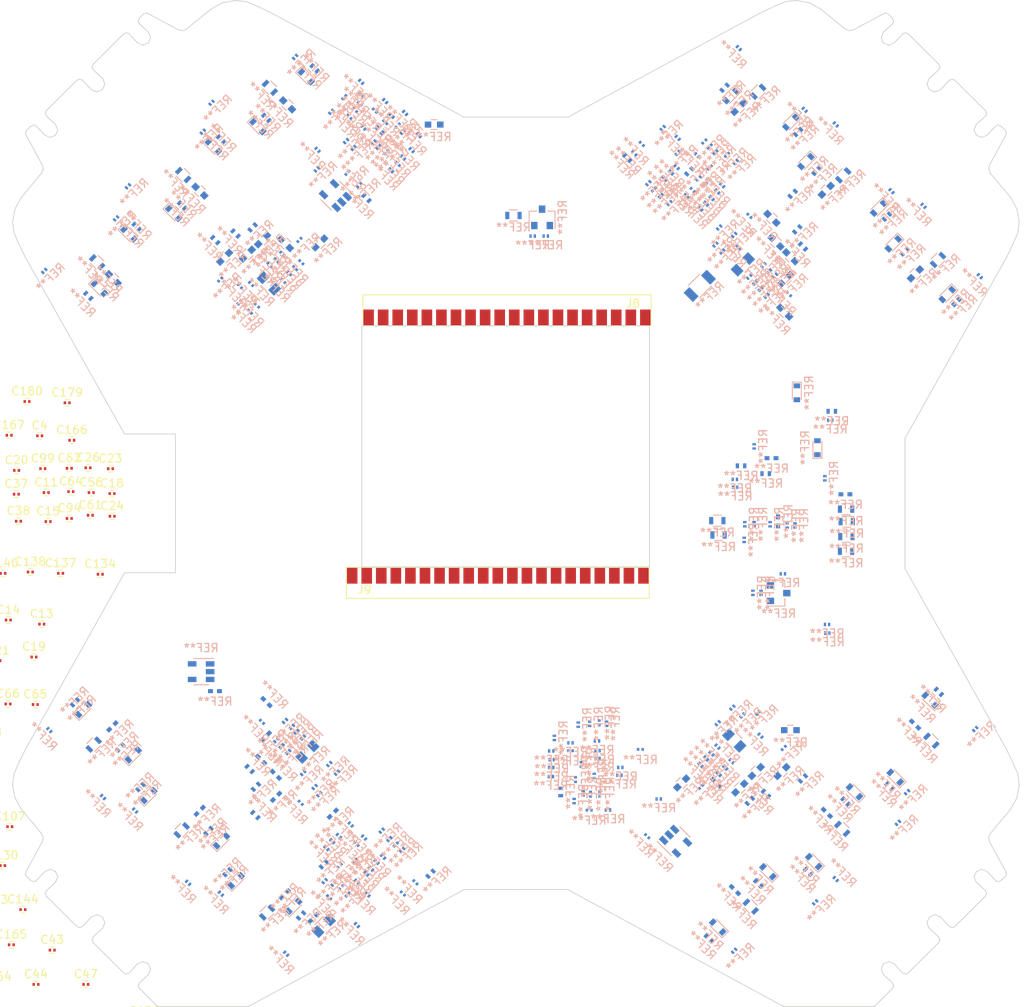
<source format=kicad_pcb>
(kicad_pcb (version 4) (host pcbnew 4.0.6)
  (layers (0 F.Cu signal hide) (31 B.Cu signal) (34 B.Paste user) (35 F.Paste user hide) (36 B.SilkS user hide) (37 F.SilkS user hide) (38 B.Mask user) (39 F.Mask user hide) (44 Edge.Cuts user))
  (net 0 "")
  (net 1 /ESC0/ASENSE)
  (net 2 GND)
  (net 3 +BATT)
  (net 4 "Net-(C5-Pad2)")
  (net 5 /ESC0/BSENSE)
  (net 6 "Net-(C7-Pad2)")
  (net 7 "Net-(C8-Pad1)")
  (net 8 /ESC0/BATSENSE)
  (net 9 /ESC0/CSENSE)
  (net 10 "Net-(C11-Pad2)")
  (net 11 "Net-(C14-Pad1)")
  (net 12 "Net-(C14-Pad2)")
  (net 13 VCC)
  (net 14 /ESC0/MOTOR_A)
  (net 15 "Net-(C16-Pad2)")
  (net 16 "Net-(C17-Pad1)")
  (net 17 /ESC0/LowS-A)
  (net 18 /ESC0/MOTOR_B)
  (net 19 "Net-(C19-Pad2)")
  (net 20 "Net-(C20-Pad1)")
  (net 21 "Net-(C20-Pad2)")
  (net 22 /ESC0/MOTOR_C)
  (net 23 "Net-(C22-Pad2)")
  (net 24 /ESC0/LowS-B)
  (net 25 "Net-(C24-Pad1)")
  (net 26 "Net-(C26-Pad1)")
  (net 27 /ESC0/ADCINB1)
  (net 28 /ESC0/ADCINB3)
  (net 29 +3V3)
  (net 30 "Net-(C33-Pad1)")
  (net 31 "Net-(C34-Pad1)")
  (net 32 "Net-(C35-Pad1)")
  (net 33 "Net-(C36-Pad1)")
  (net 34 "Net-(C37-Pad1)")
  (net 35 "Net-(C38-Pad1)")
  (net 36 /ESC1/ASENSE)
  (net 37 "Net-(C43-Pad2)")
  (net 38 /ESC1/BSENSE)
  (net 39 "Net-(C45-Pad2)")
  (net 40 "Net-(C46-Pad1)")
  (net 41 /ESC1/BATSENSE)
  (net 42 /ESC1/CSENSE)
  (net 43 "Net-(C49-Pad2)")
  (net 44 "Net-(C52-Pad1)")
  (net 45 "Net-(C52-Pad2)")
  (net 46 /ESC1/MOTOR_A)
  (net 47 "Net-(C54-Pad2)")
  (net 48 "Net-(C55-Pad1)")
  (net 49 /ESC1/LowS-A)
  (net 50 /ESC1/MOTOR_B)
  (net 51 "Net-(C57-Pad2)")
  (net 52 "Net-(C58-Pad1)")
  (net 53 "Net-(C58-Pad2)")
  (net 54 /ESC1/MOTOR_C)
  (net 55 "Net-(C60-Pad2)")
  (net 56 /ESC1/LowS-B)
  (net 57 "Net-(C62-Pad1)")
  (net 58 "Net-(C64-Pad1)")
  (net 59 /ESC1/ADCINB1)
  (net 60 /ESC1/ADCINB3)
  (net 61 "Net-(C71-Pad1)")
  (net 62 "Net-(C72-Pad1)")
  (net 63 "Net-(C73-Pad1)")
  (net 64 "Net-(C74-Pad1)")
  (net 65 "Net-(C75-Pad1)")
  (net 66 "Net-(C76-Pad1)")
  (net 67 /ESC2/ASENSE)
  (net 68 "Net-(C81-Pad2)")
  (net 69 /ESC2/BSENSE)
  (net 70 "Net-(C83-Pad2)")
  (net 71 "Net-(C84-Pad1)")
  (net 72 /ESC2/BATSENSE)
  (net 73 /ESC2/CSENSE)
  (net 74 "Net-(C87-Pad2)")
  (net 75 "Net-(C90-Pad1)")
  (net 76 "Net-(C90-Pad2)")
  (net 77 /ESC2/MOTOR_A)
  (net 78 "Net-(C92-Pad2)")
  (net 79 "Net-(C93-Pad1)")
  (net 80 /ESC2/LowS-A)
  (net 81 /ESC2/MOTOR_B)
  (net 82 "Net-(C95-Pad2)")
  (net 83 "Net-(C96-Pad1)")
  (net 84 "Net-(C96-Pad2)")
  (net 85 /ESC2/MOTOR_C)
  (net 86 "Net-(C98-Pad2)")
  (net 87 /ESC2/LowS-B)
  (net 88 "Net-(C100-Pad1)")
  (net 89 "Net-(C102-Pad1)")
  (net 90 /ESC2/ADCINB1)
  (net 91 /ESC2/ADCINB3)
  (net 92 "Net-(C109-Pad1)")
  (net 93 "Net-(C110-Pad1)")
  (net 94 "Net-(C111-Pad1)")
  (net 95 "Net-(C112-Pad1)")
  (net 96 "Net-(C113-Pad1)")
  (net 97 "Net-(C114-Pad1)")
  (net 98 /ESC3/ASENSE)
  (net 99 "Net-(C119-Pad2)")
  (net 100 /ESC3/BSENSE)
  (net 101 "Net-(C121-Pad2)")
  (net 102 "Net-(C122-Pad1)")
  (net 103 /ESC3/BATSENSE)
  (net 104 /ESC3/CSENSE)
  (net 105 "Net-(C125-Pad2)")
  (net 106 "Net-(C128-Pad1)")
  (net 107 "Net-(C128-Pad2)")
  (net 108 /ESC3/MOTOR_A)
  (net 109 "Net-(C130-Pad2)")
  (net 110 "Net-(C131-Pad1)")
  (net 111 /ESC3/LowS-A)
  (net 112 /ESC3/MOTOR_B)
  (net 113 "Net-(C133-Pad2)")
  (net 114 "Net-(C134-Pad1)")
  (net 115 "Net-(C134-Pad2)")
  (net 116 /ESC3/MOTOR_C)
  (net 117 "Net-(C136-Pad2)")
  (net 118 /ESC3/LowS-B)
  (net 119 "Net-(C138-Pad1)")
  (net 120 "Net-(C140-Pad1)")
  (net 121 /ESC3/ADCINB1)
  (net 122 /ESC3/ADCINB3)
  (net 123 "Net-(C147-Pad1)")
  (net 124 "Net-(C148-Pad1)")
  (net 125 "Net-(C149-Pad1)")
  (net 126 "Net-(C150-Pad1)")
  (net 127 "Net-(C151-Pad1)")
  (net 128 "Net-(C152-Pad1)")
  (net 129 "Net-(C159-Pad2)")
  (net 130 "Net-(C163-Pad2)")
  (net 131 "Net-(C165-Pad1)")
  (net 132 "Net-(C165-Pad2)")
  (net 133 "Net-(C166-Pad2)")
  (net 134 "Net-(C167-Pad2)")
  (net 135 "Net-(C169-Pad2)")
  (net 136 "Net-(C171-Pad1)")
  (net 137 "Net-(C171-Pad2)")
  (net 138 "Net-(C172-Pad1)")
  (net 139 "Net-(C172-Pad2)")
  (net 140 "Net-(C173-Pad1)")
  (net 141 "Net-(C173-Pad2)")
  (net 142 "Net-(C174-Pad1)")
  (net 143 "Net-(C174-Pad2)")
  (net 144 /3V6)
  (net 145 /5V)
  (net 146 "Net-(C183-Pad1)")
  (net 147 "Net-(C183-Pad2)")
  (net 148 "Net-(C184-Pad2)")
  (net 149 "Net-(C185-Pad2)")
  (net 150 /12V)
  (net 151 /RX6)
  (net 152 /RX1)
  (net 153 /TX1)
  (net 154 /PWM1)
  (net 155 /SCL3)
  (net 156 /TX6)
  (net 157 /HDRDY)
  (net 158 /SDA3)
  (net 159 /M12_R)
  (net 160 /U3_TX)
  (net 161 /U3_RX)
  (net 162 /DP)
  (net 163 /DM)
  (net 164 /PWM2)
  (net 165 /PWM3)
  (net 166 /U4_RX)
  (net 167 /U4_TX)
  (net 168 /INT)
  (net 169 /M34_G)
  (net 170 /M34_R)
  (net 171 /PWM4)
  (net 172 /U8_TX)
  (net 173 /U8_RX)
  (net 174 /U7_RX)
  (net 175 /U7_TX)
  (net 176 /M12_G)
  (module Capacitors_SMD:C_0603 (layer B.Cu) (at 141.77 45.27)
    (fp_text reference REF** (at 0 1.5) (layer B.SilkS) (effects (justify mirror)))
    (fp_text value C_0603)
    (pad 1 smd rect (at -0.75 0) (size 0.8 0.75) (layers B.Cu B.Paste B.Mask))
    (pad 2 smd rect (at 0.75 0) (size 0.8 0.75) (layers B.Cu B.Paste B.Mask))
  )
  (module Resistors_SMD:R_0201_NoSilk (layer B.Cu) (at 153.81 58.9)
    (fp_text reference REF** (at 0 1.1) (layer B.SilkS) (effects (justify mirror)))
    (fp_text value R_0201_NoSilk)
    (pad 1 smd rect (at -0.26 0) (size 0.28 0.43) (layers B.Cu B.Paste B.Mask))
    (pad 2 smd rect (at 0.26 0) (size 0.28 0.43) (layers B.Cu B.Paste B.Mask))
  )
  (module Resistors_SMD:R_0201_NoSilk (layer B.Cu) (at 155.41 58.9)
    (fp_text reference REF** (at 0 1.1) (layer B.SilkS) (effects (justify mirror)))
    (fp_text value R_0201_NoSilk)
    (pad 1 smd rect (at -0.26 0) (size 0.28 0.43) (layers B.Cu B.Paste B.Mask))
    (pad 2 smd rect (at 0.26 0) (size 0.28 0.43) (layers B.Cu B.Paste B.Mask))
  )
  (module Resistors_SMD:R_0603 (layer B.Cu) (at 151.46 56.38)
    (fp_text reference REF** (at 0 1.45) (layer B.SilkS) (effects (justify mirror)))
    (fp_text value R_0603)
    (pad 1 smd rect (at -0.75 0) (size 0.5 0.9) (layers B.Cu B.Paste B.Mask))
    (pad 2 smd rect (at 0.75 0) (size 0.5 0.9) (layers B.Cu B.Paste B.Mask))
  )
  (module Resistors_SMD:R_0201_NoSilk (layer B.Cu) (at 181.71 102.51 90)
    (fp_text reference REF** (at 0 1.1 90) (layer B.SilkS) (effects (justify mirror)))
    (fp_text value R_0201_NoSilk)
    (pad 1 smd rect (at -0.26 0 90) (size 0.28 0.43) (layers B.Cu B.Paste B.Mask))
    (pad 2 smd rect (at 0.26 0 90) (size 0.28 0.43) (layers B.Cu B.Paste B.Mask))
  )
  (module Resistors_SMD:R_0201_NoSilk (layer B.Cu) (at 180.72 102.51 90)
    (fp_text reference REF** (at 0 1.1 90) (layer B.SilkS) (effects (justify mirror)))
    (fp_text value R_0201_NoSilk)
    (pad 1 smd rect (at -0.26 0 90) (size 0.28 0.43) (layers B.Cu B.Paste B.Mask))
    (pad 2 smd rect (at 0.26 0 90) (size 0.28 0.43) (layers B.Cu B.Paste B.Mask))
  )
  (module Resistors_SMD:R_0201_NoSilk (layer B.Cu) (at 180.87 84.61 90)
    (fp_text reference REF** (at 0 1.1 90) (layer B.SilkS) (effects (justify mirror)))
    (fp_text value R_0201_NoSilk)
    (pad 1 smd rect (at -0.26 0 90) (size 0.28 0.43) (layers B.Cu B.Paste B.Mask))
    (pad 2 smd rect (at 0.26 0 90) (size 0.28 0.43) (layers B.Cu B.Paste B.Mask))
  )
  (module Resistors_SMD:R_0201_NoSilk (layer B.Cu) (at 182.82 94.13 90)
    (fp_text reference REF** (at 0 1.1 90) (layer B.SilkS) (effects (justify mirror)))
    (fp_text value R_0201_NoSilk)
    (pad 1 smd rect (at -0.26 0 90) (size 0.28 0.43) (layers B.Cu B.Paste B.Mask))
    (pad 2 smd rect (at 0.26 0 90) (size 0.28 0.43) (layers B.Cu B.Paste B.Mask))
  )
  (module Resistors_SMD:R_0201_NoSilk (layer B.Cu) (at 185.86 94.28 90)
    (fp_text reference REF** (at 0 1.1 90) (layer B.SilkS) (effects (justify mirror)))
    (fp_text value R_0201_NoSilk)
    (pad 1 smd rect (at -0.26 0 90) (size 0.28 0.43) (layers B.Cu B.Paste B.Mask))
    (pad 2 smd rect (at 0.26 0 90) (size 0.28 0.43) (layers B.Cu B.Paste B.Mask))
  )
  (module Resistors_SMD:R_0201_NoSilk (layer B.Cu) (at 184.91 94.28 90)
    (fp_text reference REF** (at 0 1.1 90) (layer B.SilkS) (effects (justify mirror)))
    (fp_text value R_0201_NoSilk)
    (pad 1 smd rect (at -0.26 0 90) (size 0.28 0.43) (layers B.Cu B.Paste B.Mask))
    (pad 2 smd rect (at 0.26 0 90) (size 0.28 0.43) (layers B.Cu B.Paste B.Mask))
  )
  (module Resistors_SMD:R_0201_NoSilk (layer B.Cu) (at 179.73 94.13 90)
    (fp_text reference REF** (at 0 1.1 90) (layer B.SilkS) (effects (justify mirror)))
    (fp_text value R_0201_NoSilk)
    (pad 1 smd rect (at -0.26 0 90) (size 0.28 0.43) (layers B.Cu B.Paste B.Mask))
    (pad 2 smd rect (at 0.26 0 90) (size 0.28 0.43) (layers B.Cu B.Paste B.Mask))
  )
  (module Resistors_SMD:R_0201_NoSilk (layer B.Cu) (at 190.17 81.41)
    (fp_text reference REF** (at 0 1.1) (layer B.SilkS) (effects (justify mirror)))
    (fp_text value R_0201_NoSilk)
    (pad 1 smd rect (at -0.26 0) (size 0.28 0.43) (layers B.Cu B.Paste B.Mask))
    (pad 2 smd rect (at 0.26 0) (size 0.28 0.43) (layers B.Cu B.Paste B.Mask))
  )
  (module Resistors_SMD:R_0201_NoSilk (layer B.Cu) (at 178.51 88.64)
    (fp_text reference REF** (at 0 1.1) (layer B.SilkS) (effects (justify mirror)))
    (fp_text value R_0201_NoSilk)
    (pad 1 smd rect (at -0.26 0) (size 0.28 0.43) (layers B.Cu B.Paste B.Mask))
    (pad 2 smd rect (at 0.26 0) (size 0.28 0.43) (layers B.Cu B.Paste B.Mask))
  )
  (module Resistors_SMD:R_0201_NoSilk (layer B.Cu) (at 178.55 89.6)
    (fp_text reference REF** (at 0 1.1) (layer B.SilkS) (effects (justify mirror)))
    (fp_text value R_0201_NoSilk)
    (pad 1 smd rect (at -0.26 0) (size 0.28 0.43) (layers B.Cu B.Paste B.Mask))
    (pad 2 smd rect (at 0.26 0) (size 0.28 0.43) (layers B.Cu B.Paste B.Mask))
  )
  (module Resistors_SMD:R_0201_NoSilk (layer B.Cu) (at 184.38 100.19)
    (fp_text reference REF** (at 0 1.1) (layer B.SilkS) (effects (justify mirror)))
    (fp_text value R_0201_NoSilk)
    (pad 1 smd rect (at -0.26 0) (size 0.28 0.43) (layers B.Cu B.Paste B.Mask))
    (pad 2 smd rect (at 0.26 0) (size 0.28 0.43) (layers B.Cu B.Paste B.Mask))
  )
  (module Resistors_SMD:R_0201_NoSilk (layer B.Cu) (at 179.65 96.04 90)
    (fp_text reference REF** (at 0 1.1 90) (layer B.SilkS) (effects (justify mirror)))
    (fp_text value R_0201_NoSilk)
    (pad 1 smd rect (at -0.26 0 90) (size 0.28 0.43) (layers B.Cu B.Paste B.Mask))
    (pad 2 smd rect (at 0.26 0 90) (size 0.28 0.43) (layers B.Cu B.Paste B.Mask))
  )
  (module Capacitors_SMD:C_0402_NoSilk (layer B.Cu) (at 183.79 93.78 90)
    (fp_text reference REF** (at 0 1.270001 90) (layer B.SilkS) (effects (justify mirror)))
    (fp_text value C_0402_NoSilk)
    (pad 1 smd rect (at -0.55 0 90) (size 0.6 0.5) (layers B.Cu B.Paste B.Mask))
    (pad 2 smd rect (at 0.55 0 90) (size 0.6 0.5) (layers B.Cu B.Paste B.Mask))
  )
  (module Capacitors_SMD:C_0402_NoSilk (layer B.Cu) (at 182.99 86.05)
    (fp_text reference REF** (at 0 1.270001) (layer B.SilkS) (effects (justify mirror)))
    (fp_text value C_0402_NoSilk)
    (pad 1 smd rect (at -0.55 0) (size 0.6 0.5) (layers B.Cu B.Paste B.Mask))
    (pad 2 smd rect (at 0.55 0) (size 0.6 0.5) (layers B.Cu B.Paste B.Mask))
  )
  (module Capacitors_SMD:C_0402_NoSilk (layer B.Cu) (at 192.02 90.47)
    (fp_text reference REF** (at 0 1.270001) (layer B.SilkS) (effects (justify mirror)))
    (fp_text value C_0402_NoSilk)
    (pad 1 smd rect (at -0.55 0) (size 0.6 0.5) (layers B.Cu B.Paste B.Mask))
    (pad 2 smd rect (at 0.55 0) (size 0.6 0.5) (layers B.Cu B.Paste B.Mask))
  )
  (module Resistors_SMD:R_0402_NoSilk (layer B.Cu) (at 190.36 80.32)
    (fp_text reference REF** (at 0 1.2) (layer B.SilkS) (effects (justify mirror)))
    (fp_text value R_0402_NoSilk)
    (pad 1 smd rect (at -0.45 0) (size 0.4 0.6) (layers B.Cu B.Paste B.Mask))
    (pad 2 smd rect (at 0.45 0) (size 0.4 0.6) (layers B.Cu B.Paste B.Mask))
  )
  (module Resistors_SMD:R_0402_NoSilk (layer B.Cu) (at 182.28 87.94)
    (fp_text reference REF** (at 0 1.2) (layer B.SilkS) (effects (justify mirror)))
    (fp_text value R_0402_NoSilk)
    (pad 1 smd rect (at -0.45 0) (size 0.4 0.6) (layers B.Cu B.Paste B.Mask))
    (pad 2 smd rect (at 0.45 0) (size 0.4 0.6) (layers B.Cu B.Paste B.Mask))
  )
  (module Resistors_SMD:R_0402_NoSilk (layer B.Cu) (at 179.27 86.99)
    (fp_text reference REF** (at 0 1.2) (layer B.SilkS) (effects (justify mirror)))
    (fp_text value R_0402_NoSilk)
    (pad 1 smd rect (at -0.45 0) (size 0.4 0.6) (layers B.Cu B.Paste B.Mask))
    (pad 2 smd rect (at 0.45 0) (size 0.4 0.6) (layers B.Cu B.Paste B.Mask))
  )
  (module Resistors_SMD:R_0603 (layer B.Cu) (at 176.52 95.44)
    (fp_text reference REF** (at 0 1.45) (layer B.SilkS) (effects (justify mirror)))
    (fp_text value R_0603)
    (pad 1 smd rect (at -0.75 0) (size 0.5 0.9) (layers B.Cu B.Paste B.Mask))
    (pad 2 smd rect (at 0.75 0) (size 0.5 0.9) (layers B.Cu B.Paste B.Mask))
  )
  (module Resistors_SMD:R_0603 (layer B.Cu) (at 176.37 93.69)
    (fp_text reference REF** (at 0 1.45) (layer B.SilkS) (effects (justify mirror)))
    (fp_text value R_0603)
    (pad 1 smd rect (at -0.75 0) (size 0.5 0.9) (layers B.Cu B.Paste B.Mask))
    (pad 2 smd rect (at 0.75 0) (size 0.5 0.9) (layers B.Cu B.Paste B.Mask))
  )
  (module Resistors_SMD:R_0603 (layer B.Cu) (at 192.1 97.43)
    (fp_text reference REF** (at 0 1.45) (layer B.SilkS) (effects (justify mirror)))
    (fp_text value R_0603)
    (pad 1 smd rect (at -0.75 0) (size 0.5 0.9) (layers B.Cu B.Paste B.Mask))
    (pad 2 smd rect (at 0.75 0) (size 0.5 0.9) (layers B.Cu B.Paste B.Mask))
  )
  (module Resistors_SMD:R_0603 (layer B.Cu) (at 192.14 95.64)
    (fp_text reference REF** (at 0 1.45) (layer B.SilkS) (effects (justify mirror)))
    (fp_text value R_0603)
    (pad 1 smd rect (at -0.75 0) (size 0.5 0.9) (layers B.Cu B.Paste B.Mask))
    (pad 2 smd rect (at 0.75 0) (size 0.5 0.9) (layers B.Cu B.Paste B.Mask))
  )
  (module Resistors_SMD:R_0603 (layer B.Cu) (at 192.18 93.81)
    (fp_text reference REF** (at 0 1.45) (layer B.SilkS) (effects (justify mirror)))
    (fp_text value R_0603)
    (pad 1 smd rect (at -0.75 0) (size 0.5 0.9) (layers B.Cu B.Paste B.Mask))
    (pad 2 smd rect (at 0.75 0) (size 0.5 0.9) (layers B.Cu B.Paste B.Mask))
  )
  (module Resistors_SMD:R_0603 (layer B.Cu) (at 192.1 92.28)
    (fp_text reference REF** (at 0 1.45) (layer B.SilkS) (effects (justify mirror)))
    (fp_text value R_0603)
    (pad 1 smd rect (at -0.75 0) (size 0.5 0.9) (layers B.Cu B.Paste B.Mask))
    (pad 2 smd rect (at 0.75 0) (size 0.5 0.9) (layers B.Cu B.Paste B.Mask))
  )
  (module Resistors_SMD:R_0201_NoSilk (layer B.Cu) (at 189.51 88.51 90)
    (fp_text reference REF** (at 0 1.1 90) (layer B.SilkS) (effects (justify mirror)))
    (fp_text value R_0201_NoSilk)
    (pad 1 smd rect (at -0.26 0 90) (size 0.28 0.43) (layers B.Cu B.Paste B.Mask))
    (pad 2 smd rect (at 0.26 0 90) (size 0.28 0.43) (layers B.Cu B.Paste B.Mask))
  )
  (module Resistors_SMD:R_0201_NoSilk (layer B.Cu) (at 180.86 94.11 90)
    (fp_text reference REF** (at 0 1.1 90) (layer B.SilkS) (effects (justify mirror)))
    (fp_text value R_0201_NoSilk)
    (pad 1 smd rect (at -0.26 0 90) (size 0.28 0.43) (layers B.Cu B.Paste B.Mask))
    (pad 2 smd rect (at 0.26 0 90) (size 0.28 0.43) (layers B.Cu B.Paste B.Mask))
  )
  (module Resistors_SMD:R_0201_NoSilk (layer B.Cu) (at 189.78 106.38)
    (fp_text reference REF** (at 0 1.1) (layer B.SilkS) (effects (justify mirror)))
    (fp_text value R_0201_NoSilk)
    (pad 1 smd rect (at -0.26 0) (size 0.28 0.43) (layers B.Cu B.Paste B.Mask))
    (pad 2 smd rect (at 0.26 0) (size 0.28 0.43) (layers B.Cu B.Paste B.Mask))
  )
  (module Resistors_SMD:R_0201_NoSilk (layer B.Cu) (at 189.81 107.44)
    (fp_text reference REF** (at 0 1.1) (layer B.SilkS) (effects (justify mirror)))
    (fp_text value R_0201_NoSilk)
    (pad 1 smd rect (at -0.26 0) (size 0.28 0.43) (layers B.Cu B.Paste B.Mask))
    (pad 2 smd rect (at 0.26 0) (size 0.28 0.43) (layers B.Cu B.Paste B.Mask))
  )
  (module Resistors_SMD:R_0201_NoSilk (layer B.Cu) (at 128.6 133.72 315)
    (fp_text reference REF** (at 0 1.1 315) (layer B.SilkS) (effects (justify mirror)))
    (fp_text value R_0201_NoSilk)
    (pad 1 smd rect (at -0.26 0 315) (size 0.28 0.43) (layers B.Cu B.Paste B.Mask))
    (pad 2 smd rect (at 0.26 0 315) (size 0.28 0.43) (layers B.Cu B.Paste B.Mask))
  )
  (module Resistors_SMD:R_0201_NoSilk (layer B.Cu) (at 129.32 132.88 315)
    (fp_text reference REF** (at 0 1.1 315) (layer B.SilkS) (effects (justify mirror)))
    (fp_text value R_0201_NoSilk)
    (pad 1 smd rect (at -0.26 0 315) (size 0.28 0.43) (layers B.Cu B.Paste B.Mask))
    (pad 2 smd rect (at 0.26 0 315) (size 0.28 0.43) (layers B.Cu B.Paste B.Mask))
  )
  (module Resistors_SMD:R_0201_NoSilk (layer B.Cu) (at 130.12 132.24 315)
    (fp_text reference REF** (at 0 1.1 315) (layer B.SilkS) (effects (justify mirror)))
    (fp_text value R_0201_NoSilk)
    (pad 1 smd rect (at -0.26 0 315) (size 0.28 0.43) (layers B.Cu B.Paste B.Mask))
    (pad 2 smd rect (at 0.26 0 315) (size 0.28 0.43) (layers B.Cu B.Paste B.Mask))
  )
  (module Resistors_SMD:R_0201_NoSilk (layer B.Cu) (at 131.57 130.83 315)
    (fp_text reference REF** (at 0 1.1 315) (layer B.SilkS) (effects (justify mirror)))
    (fp_text value R_0201_NoSilk)
    (pad 1 smd rect (at -0.26 0 315) (size 0.28 0.43) (layers B.Cu B.Paste B.Mask))
    (pad 2 smd rect (at 0.26 0 315) (size 0.28 0.43) (layers B.Cu B.Paste B.Mask))
  )
  (module Resistors_SMD:R_0201_NoSilk (layer B.Cu) (at 133.21 132.43 315)
    (fp_text reference REF** (at 0 1.1 315) (layer B.SilkS) (effects (justify mirror)))
    (fp_text value R_0201_NoSilk)
    (pad 1 smd rect (at -0.26 0 315) (size 0.28 0.43) (layers B.Cu B.Paste B.Mask))
    (pad 2 smd rect (at 0.26 0 315) (size 0.28 0.43) (layers B.Cu B.Paste B.Mask))
  )
  (module Capacitors_SMD:C_0201_NoSilk (layer B.Cu) (at 128.93 139.73 315)
    (fp_text reference REF** (at 0 1.270001 315) (layer B.SilkS) (effects (justify mirror)))
    (fp_text value C_0201_NoSilk)
    (pad 1 smd rect (at -0.28 0 315) (size 0.3 0.35) (layers B.Cu B.Paste B.Mask))
    (pad 2 smd rect (at 0.28 0 315) (size 0.3 0.35) (layers B.Cu B.Paste B.Mask))
  )
  (module Resistors_SMD:R_0201_NoSilk (layer B.Cu) (at 132.33 143.13 315)
    (fp_text reference REF** (at 0 1.1 315) (layer B.SilkS) (effects (justify mirror)))
    (fp_text value R_0201_NoSilk)
    (pad 1 smd rect (at -0.26 0 315) (size 0.28 0.43) (layers B.Cu B.Paste B.Mask))
    (pad 2 smd rect (at 0.26 0 315) (size 0.28 0.43) (layers B.Cu B.Paste B.Mask))
  )
  (module Resistors_SMD:R_0201_NoSilk (layer B.Cu) (at 133.63 139.39 315)
    (fp_text reference REF** (at 0 1.1 315) (layer B.SilkS) (effects (justify mirror)))
    (fp_text value R_0201_NoSilk)
    (pad 1 smd rect (at -0.26 0 315) (size 0.28 0.43) (layers B.Cu B.Paste B.Mask))
    (pad 2 smd rect (at 0.26 0 315) (size 0.28 0.43) (layers B.Cu B.Paste B.Mask))
  )
  (module Resistors_SMD:R_0201_NoSilk (layer B.Cu) (at 132.33 137.83 315)
    (fp_text reference REF** (at 0 1.1 315) (layer B.SilkS) (effects (justify mirror)))
    (fp_text value R_0201_NoSilk)
    (pad 1 smd rect (at -0.26 0 315) (size 0.28 0.43) (layers B.Cu B.Paste B.Mask))
    (pad 2 smd rect (at 0.26 0 315) (size 0.28 0.43) (layers B.Cu B.Paste B.Mask))
  )
  (module Resistors_SMD:R_0201_NoSilk (layer B.Cu) (at 133.47 136.84 315)
    (fp_text reference REF** (at 0 1.1 315) (layer B.SilkS) (effects (justify mirror)))
    (fp_text value R_0201_NoSilk)
    (pad 1 smd rect (at -0.26 0 315) (size 0.28 0.43) (layers B.Cu B.Paste B.Mask))
    (pad 2 smd rect (at 0.26 0 315) (size 0.28 0.43) (layers B.Cu B.Paste B.Mask))
  )
  (module Resistors_SMD:R_0201_NoSilk (layer B.Cu) (at 134.05 136.23 315)
    (fp_text reference REF** (at 0 1.1 315) (layer B.SilkS) (effects (justify mirror)))
    (fp_text value R_0201_NoSilk)
    (pad 1 smd rect (at -0.26 0 315) (size 0.28 0.43) (layers B.Cu B.Paste B.Mask))
    (pad 2 smd rect (at 0.26 0 315) (size 0.28 0.43) (layers B.Cu B.Paste B.Mask))
  )
  (module Resistors_SMD:R_0201_NoSilk (layer B.Cu) (at 134.73 135.39 315)
    (fp_text reference REF** (at 0 1.1 315) (layer B.SilkS) (effects (justify mirror)))
    (fp_text value R_0201_NoSilk)
    (pad 1 smd rect (at -0.26 0 315) (size 0.28 0.43) (layers B.Cu B.Paste B.Mask))
    (pad 2 smd rect (at 0.26 0 315) (size 0.28 0.43) (layers B.Cu B.Paste B.Mask))
  )
  (module Resistors_SMD:R_0201_NoSilk (layer B.Cu) (at 135.53 134.78 315)
    (fp_text reference REF** (at 0 1.1 315) (layer B.SilkS) (effects (justify mirror)))
    (fp_text value R_0201_NoSilk)
    (pad 1 smd rect (at -0.26 0 315) (size 0.28 0.43) (layers B.Cu B.Paste B.Mask))
    (pad 2 smd rect (at 0.26 0 315) (size 0.28 0.43) (layers B.Cu B.Paste B.Mask))
  )
  (module Resistors_SMD:R_0201_NoSilk (layer B.Cu) (at 129.49 138.07 45)
    (fp_text reference REF** (at 0 1.1 45) (layer B.SilkS) (effects (justify mirror)))
    (fp_text value R_0201_NoSilk)
    (pad 1 smd rect (at -0.26 0 45) (size 0.28 0.43) (layers B.Cu B.Paste B.Mask))
    (pad 2 smd rect (at 0.26 0 45) (size 0.28 0.43) (layers B.Cu B.Paste B.Mask))
  )
  (module Resistors_SMD:R_0201_NoSilk (layer B.Cu) (at 128.39 137.76 45)
    (fp_text reference REF** (at 0 1.1 45) (layer B.SilkS) (effects (justify mirror)))
    (fp_text value R_0201_NoSilk)
    (pad 1 smd rect (at -0.26 0 45) (size 0.28 0.43) (layers B.Cu B.Paste B.Mask))
    (pad 2 smd rect (at 0.26 0 45) (size 0.28 0.43) (layers B.Cu B.Paste B.Mask))
  )
  (module Resistors_SMD:R_0201_NoSilk (layer B.Cu) (at 137.87 133.95 45)
    (fp_text reference REF** (at 0 1.1 45) (layer B.SilkS) (effects (justify mirror)))
    (fp_text value R_0201_NoSilk)
    (pad 1 smd rect (at -0.26 0 45) (size 0.28 0.43) (layers B.Cu B.Paste B.Mask))
    (pad 2 smd rect (at 0.26 0 45) (size 0.28 0.43) (layers B.Cu B.Paste B.Mask))
  )
  (module Resistors_SMD:R_0201_NoSilk (layer B.Cu) (at 136.31 132.62 45)
    (fp_text reference REF** (at 0 1.1 45) (layer B.SilkS) (effects (justify mirror)))
    (fp_text value R_0201_NoSilk)
    (pad 1 smd rect (at -0.26 0 45) (size 0.28 0.43) (layers B.Cu B.Paste B.Mask))
    (pad 2 smd rect (at 0.26 0 45) (size 0.28 0.43) (layers B.Cu B.Paste B.Mask))
  )
  (module Resistors_SMD:R_0201_NoSilk (layer B.Cu) (at 135.36 131.59 45)
    (fp_text reference REF** (at 0 1.1 45) (layer B.SilkS) (effects (justify mirror)))
    (fp_text value R_0201_NoSilk)
    (pad 1 smd rect (at -0.26 0 45) (size 0.28 0.43) (layers B.Cu B.Paste B.Mask))
    (pad 2 smd rect (at 0.26 0 45) (size 0.28 0.43) (layers B.Cu B.Paste B.Mask))
  )
  (module Capacitors_SMD:C_0805 (layer B.Cu) (at 126.28 121.93 45)
    (fp_text reference REF** (at 0 1.5 45) (layer B.SilkS) (effects (justify mirror)))
    (fp_text value C_0805)
    (pad 1 smd rect (at -1 0 45) (size 1 1.25) (layers B.Cu B.Paste B.Mask))
    (pad 2 smd rect (at 1 0 45) (size 1 1.25) (layers B.Cu B.Paste B.Mask))
  )
  (module Resistors_SMD:R_0201_NoSilk (layer B.Cu) (at 125.76 124.54 45)
    (fp_text reference REF** (at 0 1.1 45) (layer B.SilkS) (effects (justify mirror)))
    (fp_text value R_0201_NoSilk)
    (pad 1 smd rect (at -0.26 0 45) (size 0.28 0.43) (layers B.Cu B.Paste B.Mask))
    (pad 2 smd rect (at 0.26 0 45) (size 0.28 0.43) (layers B.Cu B.Paste B.Mask))
  )
  (module Resistors_SMD:R_0201_NoSilk (layer B.Cu) (at 127.17 126.25 45)
    (fp_text reference REF** (at 0 1.1 45) (layer B.SilkS) (effects (justify mirror)))
    (fp_text value R_0201_NoSilk)
    (pad 1 smd rect (at -0.26 0 45) (size 0.28 0.43) (layers B.Cu B.Paste B.Mask))
    (pad 2 smd rect (at 0.26 0 45) (size 0.28 0.43) (layers B.Cu B.Paste B.Mask))
  )
  (module Resistors_SMD:R_0201_NoSilk (layer B.Cu) (at 127.74 127.13 45)
    (fp_text reference REF** (at 0 1.1 45) (layer B.SilkS) (effects (justify mirror)))
    (fp_text value R_0201_NoSilk)
    (pad 1 smd rect (at -0.26 0 45) (size 0.28 0.43) (layers B.Cu B.Paste B.Mask))
    (pad 2 smd rect (at 0.26 0 45) (size 0.28 0.43) (layers B.Cu B.Paste B.Mask))
  )
  (module Resistors_SMD:R_0201_NoSilk (layer B.Cu) (at 129.91 124.5 45)
    (fp_text reference REF** (at 0 1.1 45) (layer B.SilkS) (effects (justify mirror)))
    (fp_text value R_0201_NoSilk)
    (pad 1 smd rect (at -0.26 0 45) (size 0.28 0.43) (layers B.Cu B.Paste B.Mask))
    (pad 2 smd rect (at 0.26 0 45) (size 0.28 0.43) (layers B.Cu B.Paste B.Mask))
  )
  (module Resistors_SMD:R_0201_NoSilk (layer B.Cu) (at 128.96 123.44 45)
    (fp_text reference REF** (at 0 1.1 45) (layer B.SilkS) (effects (justify mirror)))
    (fp_text value R_0201_NoSilk)
    (pad 1 smd rect (at -0.26 0 45) (size 0.28 0.43) (layers B.Cu B.Paste B.Mask))
    (pad 2 smd rect (at 0.26 0 45) (size 0.28 0.43) (layers B.Cu B.Paste B.Mask))
  )
  (module Resistors_SMD:R_0201_NoSilk (layer B.Cu) (at 123.93 121.98 45)
    (fp_text reference REF** (at 0 1.1 45) (layer B.SilkS) (effects (justify mirror)))
    (fp_text value R_0201_NoSilk)
    (pad 1 smd rect (at -0.26 0 45) (size 0.28 0.43) (layers B.Cu B.Paste B.Mask))
    (pad 2 smd rect (at 0.26 0 45) (size 0.28 0.43) (layers B.Cu B.Paste B.Mask))
  )
  (module Resistors_SMD:R_0201_NoSilk (layer B.Cu) (at 122.48 120.53 45)
    (fp_text reference REF** (at 0 1.1 45) (layer B.SilkS) (effects (justify mirror)))
    (fp_text value R_0201_NoSilk)
    (pad 1 smd rect (at -0.26 0 45) (size 0.28 0.43) (layers B.Cu B.Paste B.Mask))
    (pad 2 smd rect (at 0.26 0 45) (size 0.28 0.43) (layers B.Cu B.Paste B.Mask))
  )
  (module Resistors_SMD:R_0201_NoSilk (layer B.Cu) (at 123.13 121.26 45)
    (fp_text reference REF** (at 0 1.1 45) (layer B.SilkS) (effects (justify mirror)))
    (fp_text value R_0201_NoSilk)
    (pad 1 smd rect (at -0.26 0 45) (size 0.28 0.43) (layers B.Cu B.Paste B.Mask))
    (pad 2 smd rect (at 0.26 0 45) (size 0.28 0.43) (layers B.Cu B.Paste B.Mask))
  )
  (module Resistors_SMD:R_0201_NoSilk (layer B.Cu) (at 125.72 120.2 45)
    (fp_text reference REF** (at 0 1.1 45) (layer B.SilkS) (effects (justify mirror)))
    (fp_text value R_0201_NoSilk)
    (pad 1 smd rect (at -0.26 0 45) (size 0.28 0.43) (layers B.Cu B.Paste B.Mask))
    (pad 2 smd rect (at 0.26 0 45) (size 0.28 0.43) (layers B.Cu B.Paste B.Mask))
  )
  (module Resistors_SMD:R_0201_NoSilk (layer B.Cu) (at 124.96 119.51 45)
    (fp_text reference REF** (at 0 1.1 45) (layer B.SilkS) (effects (justify mirror)))
    (fp_text value R_0201_NoSilk)
    (pad 1 smd rect (at -0.26 0 45) (size 0.28 0.43) (layers B.Cu B.Paste B.Mask))
    (pad 2 smd rect (at 0.26 0 45) (size 0.28 0.43) (layers B.Cu B.Paste B.Mask))
  )
  (module Resistors_SMD:R_0201_NoSilk (layer B.Cu) (at 124.39 118.9 45)
    (fp_text reference REF** (at 0 1.1 45) (layer B.SilkS) (effects (justify mirror)))
    (fp_text value R_0201_NoSilk)
    (pad 1 smd rect (at -0.26 0 45) (size 0.28 0.43) (layers B.Cu B.Paste B.Mask))
    (pad 2 smd rect (at 0.26 0 45) (size 0.28 0.43) (layers B.Cu B.Paste B.Mask))
  )
  (module Resistors_SMD:R_0201_NoSilk (layer B.Cu) (at 123.55 118.18 45)
    (fp_text reference REF** (at 0 1.1 45) (layer B.SilkS) (effects (justify mirror)))
    (fp_text value R_0201_NoSilk)
    (pad 1 smd rect (at -0.26 0 45) (size 0.28 0.43) (layers B.Cu B.Paste B.Mask))
    (pad 2 smd rect (at 0.26 0 45) (size 0.28 0.43) (layers B.Cu B.Paste B.Mask))
  )
  (module Capacitors_SMD:C_0201_NoSilk (layer B.Cu) (at 125.46 128.18 315)
    (fp_text reference REF** (at 0 1.270001 315) (layer B.SilkS) (effects (justify mirror)))
    (fp_text value C_0201_NoSilk)
    (pad 1 smd rect (at -0.28 0 315) (size 0.3 0.35) (layers B.Cu B.Paste B.Mask))
    (pad 2 smd rect (at 0.28 0 315) (size 0.3 0.35) (layers B.Cu B.Paste B.Mask))
  )
  (module Capacitors_SMD:C_0201_NoSilk (layer B.Cu) (at 120.73 118.28 315)
    (fp_text reference REF** (at 0 1.270001 315) (layer B.SilkS) (effects (justify mirror)))
    (fp_text value C_0201_NoSilk)
    (pad 1 smd rect (at -0.28 0 315) (size 0.3 0.35) (layers B.Cu B.Paste B.Mask))
    (pad 2 smd rect (at 0.28 0 315) (size 0.3 0.35) (layers B.Cu B.Paste B.Mask))
  )
  (module Capacitors_SMD:C_0201_NoSilk (layer B.Cu) (at 139.48 137.9 315)
    (fp_text reference REF** (at 0 1.270001 315) (layer B.SilkS) (effects (justify mirror)))
    (fp_text value C_0201_NoSilk)
    (pad 1 smd rect (at -0.28 0 315) (size 0.3 0.35) (layers B.Cu B.Paste B.Mask))
    (pad 2 smd rect (at 0.28 0 315) (size 0.3 0.35) (layers B.Cu B.Paste B.Mask))
  )
  (module Capacitors_SMD:C_0201_NoSilk (layer B.Cu) (at 137.95 139.27 315)
    (fp_text reference REF** (at 0 1.270001 315) (layer B.SilkS) (effects (justify mirror)))
    (fp_text value C_0201_NoSilk)
    (pad 1 smd rect (at -0.28 0 315) (size 0.3 0.35) (layers B.Cu B.Paste B.Mask))
    (pad 2 smd rect (at 0.28 0 315) (size 0.3 0.35) (layers B.Cu B.Paste B.Mask))
  )
  (module Capacitors_SMD:C_0201_NoSilk (layer B.Cu) (at 132.28 133.21 315)
    (fp_text reference REF** (at 0 1.270001 315) (layer B.SilkS) (effects (justify mirror)))
    (fp_text value C_0201_NoSilk)
    (pad 1 smd rect (at -0.28 0 315) (size 0.3 0.35) (layers B.Cu B.Paste B.Mask))
    (pad 2 smd rect (at 0.28 0 315) (size 0.3 0.35) (layers B.Cu B.Paste B.Mask))
  )
  (module Capacitors_SMD:C_0201_NoSilk (layer B.Cu) (at 132.05 135.27 45)
    (fp_text reference REF** (at 0 1.270001 45) (layer B.SilkS) (effects (justify mirror)))
    (fp_text value C_0201_NoSilk)
    (pad 1 smd rect (at -0.28 0 45) (size 0.3 0.35) (layers B.Cu B.Paste B.Mask))
    (pad 2 smd rect (at 0.28 0 45) (size 0.3 0.35) (layers B.Cu B.Paste B.Mask))
  )
  (module Capacitors_SMD:C_0201_NoSilk (layer B.Cu) (at 130.22 135.88 45)
    (fp_text reference REF** (at 0 1.270001 45) (layer B.SilkS) (effects (justify mirror)))
    (fp_text value C_0201_NoSilk)
    (pad 1 smd rect (at -0.28 0 45) (size 0.3 0.35) (layers B.Cu B.Paste B.Mask))
    (pad 2 smd rect (at 0.28 0 45) (size 0.3 0.35) (layers B.Cu B.Paste B.Mask))
  )
  (module Capacitors_SMD:C_0201_NoSilk (layer B.Cu) (at 137.08 133.29 45)
    (fp_text reference REF** (at 0 1.270001 45) (layer B.SilkS) (effects (justify mirror)))
    (fp_text value C_0201_NoSilk)
    (pad 1 smd rect (at -0.28 0 45) (size 0.3 0.35) (layers B.Cu B.Paste B.Mask))
    (pad 2 smd rect (at 0.28 0 45) (size 0.3 0.35) (layers B.Cu B.Paste B.Mask))
  )
  (module Capacitors_SMD:C_0201_NoSilk (layer B.Cu) (at 130.41 138.51 45)
    (fp_text reference REF** (at 0 1.270001 45) (layer B.SilkS) (effects (justify mirror)))
    (fp_text value C_0201_NoSilk)
    (pad 1 smd rect (at -0.28 0 45) (size 0.3 0.35) (layers B.Cu B.Paste B.Mask))
    (pad 2 smd rect (at 0.28 0 45) (size 0.3 0.35) (layers B.Cu B.Paste B.Mask))
  )
  (module Capacitors_SMD:C_0201_NoSilk (layer B.Cu) (at 131.21 139.39 45)
    (fp_text reference REF** (at 0 1.270001 45) (layer B.SilkS) (effects (justify mirror)))
    (fp_text value C_0201_NoSilk)
    (pad 1 smd rect (at -0.28 0 45) (size 0.3 0.35) (layers B.Cu B.Paste B.Mask))
    (pad 2 smd rect (at 0.28 0 45) (size 0.3 0.35) (layers B.Cu B.Paste B.Mask))
  )
  (module Resistors_SMD:R_0402_NoSilk (layer B.Cu) (at 128.29 135.71 45)
    (fp_text reference REF** (at 0 1.2 45) (layer B.SilkS) (effects (justify mirror)))
    (fp_text value R_0402_NoSilk)
    (pad 1 smd rect (at -0.45 0 45) (size 0.4 0.6) (layers B.Cu B.Paste B.Mask))
    (pad 2 smd rect (at 0.45 0 45) (size 0.4 0.6) (layers B.Cu B.Paste B.Mask))
  )
  (module Resistors_SMD:R_0402_NoSilk (layer B.Cu) (at 119.92 129.68 135)
    (fp_text reference REF** (at 0 1.2 135) (layer B.SilkS) (effects (justify mirror)))
    (fp_text value R_0402_NoSilk)
    (pad 1 smd rect (at -0.45 0 135) (size 0.4 0.6) (layers B.Cu B.Paste B.Mask))
    (pad 2 smd rect (at 0.45 0 135) (size 0.4 0.6) (layers B.Cu B.Paste B.Mask))
  )
  (module Resistors_SMD:R_0402_NoSilk (layer B.Cu) (at 119.23 124.05 135)
    (fp_text reference REF** (at 0 1.2 135) (layer B.SilkS) (effects (justify mirror)))
    (fp_text value R_0402_NoSilk)
    (pad 1 smd rect (at -0.45 0 135) (size 0.4 0.6) (layers B.Cu B.Paste B.Mask))
    (pad 2 smd rect (at 0.45 0 135) (size 0.4 0.6) (layers B.Cu B.Paste B.Mask))
  )
  (module Resistors_SMD:R_0402_NoSilk (layer B.Cu) (at 119.99 126.22 45)
    (fp_text reference REF** (at 0 1.2 45) (layer B.SilkS) (effects (justify mirror)))
    (fp_text value R_0402_NoSilk)
    (pad 1 smd rect (at -0.45 0 45) (size 0.4 0.6) (layers B.Cu B.Paste B.Mask))
    (pad 2 smd rect (at 0.45 0 45) (size 0.4 0.6) (layers B.Cu B.Paste B.Mask))
  )
  (module Capacitors_SMD:C_0402_NoSilk (layer B.Cu) (at 114.99 114.53)
    (fp_text reference REF** (at 0 1.270001) (layer B.SilkS) (effects (justify mirror)))
    (fp_text value C_0402_NoSilk)
    (pad 1 smd rect (at -0.55 0) (size 0.6 0.5) (layers B.Cu B.Paste B.Mask))
    (pad 2 smd rect (at 0.55 0) (size 0.6 0.5) (layers B.Cu B.Paste B.Mask))
  )
  (module Capacitors_SMD:C_0402_NoSilk (layer B.Cu) (at 127.03 142.24 45)
    (fp_text reference REF** (at 0 1.270001 45) (layer B.SilkS) (effects (justify mirror)))
    (fp_text value C_0402_NoSilk)
    (pad 1 smd rect (at -0.55 0 45) (size 0.6 0.5) (layers B.Cu B.Paste B.Mask))
    (pad 2 smd rect (at 0.55 0 45) (size 0.6 0.5) (layers B.Cu B.Paste B.Mask))
  )
  (module Capacitors_SMD:C_0402_NoSilk (layer B.Cu) (at 121.2 120.07 45)
    (fp_text reference REF** (at 0 1.270001 45) (layer B.SilkS) (effects (justify mirror)))
    (fp_text value C_0402_NoSilk)
    (pad 1 smd rect (at -0.55 0 45) (size 0.6 0.5) (layers B.Cu B.Paste B.Mask))
    (pad 2 smd rect (at 0.55 0 45) (size 0.6 0.5) (layers B.Cu B.Paste B.Mask))
  )
  (module Capacitors_SMD:C_0402_NoSilk (layer B.Cu) (at 121.28 115.87 135)
    (fp_text reference REF** (at 0 1.270001 135) (layer B.SilkS) (effects (justify mirror)))
    (fp_text value C_0402_NoSilk)
    (pad 1 smd rect (at -0.55 0 135) (size 0.6 0.5) (layers B.Cu B.Paste B.Mask))
    (pad 2 smd rect (at 0.55 0 135) (size 0.6 0.5) (layers B.Cu B.Paste B.Mask))
  )
  (module Capacitors_SMD:C_0402_NoSilk (layer B.Cu) (at 120.63 122.92 135)
    (fp_text reference REF** (at 0 1.270001 135) (layer B.SilkS) (effects (justify mirror)))
    (fp_text value C_0402_NoSilk)
    (pad 1 smd rect (at -0.55 0 135) (size 0.6 0.5) (layers B.Cu B.Paste B.Mask))
    (pad 2 smd rect (at 0.55 0 135) (size 0.6 0.5) (layers B.Cu B.Paste B.Mask))
  )
  (module Capacitors_SMD:C_0402_NoSilk (layer B.Cu) (at 122.42 124.75 135)
    (fp_text reference REF** (at 0 1.270001 135) (layer B.SilkS) (effects (justify mirror)))
    (fp_text value C_0402_NoSilk)
    (pad 1 smd rect (at -0.55 0 135) (size 0.6 0.5) (layers B.Cu B.Paste B.Mask))
    (pad 2 smd rect (at 0.55 0 135) (size 0.6 0.5) (layers B.Cu B.Paste B.Mask))
  )
  (module Capacitors_SMD:C_0402_NoSilk (layer B.Cu) (at 122.46 127.45 45)
    (fp_text reference REF** (at 0 1.270001 45) (layer B.SilkS) (effects (justify mirror)))
    (fp_text value C_0402_NoSilk)
    (pad 1 smd rect (at -0.55 0 45) (size 0.6 0.5) (layers B.Cu B.Paste B.Mask))
    (pad 2 smd rect (at 0.55 0 45) (size 0.6 0.5) (layers B.Cu B.Paste B.Mask))
  )
  (module Capacitors_SMD:C_0402_NoSilk (layer B.Cu) (at 129.39 129.51 45)
    (fp_text reference REF** (at 0 1.270001 45) (layer B.SilkS) (effects (justify mirror)))
    (fp_text value C_0402_NoSilk)
    (pad 1 smd rect (at -0.55 0 45) (size 0.6 0.5) (layers B.Cu B.Paste B.Mask))
    (pad 2 smd rect (at 0.55 0 45) (size 0.6 0.5) (layers B.Cu B.Paste B.Mask))
  )
  (module Capacitors_SMD:C_0402_NoSilk (layer B.Cu) (at 123.52 139.37 45)
    (fp_text reference REF** (at 0 1.270001 45) (layer B.SilkS) (effects (justify mirror)))
    (fp_text value C_0402_NoSilk)
    (pad 1 smd rect (at -0.55 0 45) (size 0.6 0.5) (layers B.Cu B.Paste B.Mask))
    (pad 2 smd rect (at 0.55 0 45) (size 0.6 0.5) (layers B.Cu B.Paste B.Mask))
  )
  (module Capacitors_SMD:C_0402_NoSilk (layer B.Cu) (at 113.12 129.16 45)
    (fp_text reference REF** (at 0 1.270001 45) (layer B.SilkS) (effects (justify mirror)))
    (fp_text value C_0402_NoSilk)
    (pad 1 smd rect (at -0.55 0 45) (size 0.6 0.5) (layers B.Cu B.Paste B.Mask))
    (pad 2 smd rect (at 0.55 0 45) (size 0.6 0.5) (layers B.Cu B.Paste B.Mask))
  )
  (module Capacitors_SMD:C_0402_NoSilk (layer B.Cu) (at 102.45 118.84 45)
    (fp_text reference REF** (at 0 1.270001 45) (layer B.SilkS) (effects (justify mirror)))
    (fp_text value C_0402_NoSilk)
    (pad 1 smd rect (at -0.55 0 45) (size 0.6 0.5) (layers B.Cu B.Paste B.Mask))
    (pad 2 smd rect (at 0.55 0 45) (size 0.6 0.5) (layers B.Cu B.Paste B.Mask))
  )
  (module Resistors_SMD:R_0402_NoSilk (layer B.Cu) (at 97.89 115.9 45)
    (fp_text reference REF** (at 0 1.2 45) (layer B.SilkS) (effects (justify mirror)))
    (fp_text value R_0402_NoSilk)
    (pad 1 smd rect (at -0.45 0 45) (size 0.4 0.6) (layers B.Cu B.Paste B.Mask))
    (pad 2 smd rect (at 0.45 0 45) (size 0.4 0.6) (layers B.Cu B.Paste B.Mask))
  )
  (module Resistors_SMD:R_0402_NoSilk (layer B.Cu) (at 103.42 121.42 45)
    (fp_text reference REF** (at 0 1.2 45) (layer B.SilkS) (effects (justify mirror)))
    (fp_text value R_0402_NoSilk)
    (pad 1 smd rect (at -0.45 0 45) (size 0.4 0.6) (layers B.Cu B.Paste B.Mask))
    (pad 2 smd rect (at 0.45 0 45) (size 0.4 0.6) (layers B.Cu B.Paste B.Mask))
  )
  (module Resistors_SMD:R_0402_NoSilk (layer B.Cu) (at 105.89 126.26 45)
    (fp_text reference REF** (at 0 1.2 45) (layer B.SilkS) (effects (justify mirror)))
    (fp_text value R_0402_NoSilk)
    (pad 1 smd rect (at -0.45 0 45) (size 0.4 0.6) (layers B.Cu B.Paste B.Mask))
    (pad 2 smd rect (at 0.45 0 45) (size 0.4 0.6) (layers B.Cu B.Paste B.Mask))
  )
  (module Resistors_SMD:R_0402_NoSilk (layer B.Cu) (at 114.2 131.63 45)
    (fp_text reference REF** (at 0 1.2 45) (layer B.SilkS) (effects (justify mirror)))
    (fp_text value R_0402_NoSilk)
    (pad 1 smd rect (at -0.45 0 45) (size 0.4 0.6) (layers B.Cu B.Paste B.Mask))
    (pad 2 smd rect (at 0.45 0 45) (size 0.4 0.6) (layers B.Cu B.Paste B.Mask))
  )
  (module Resistors_SMD:R_0402_NoSilk (layer B.Cu) (at 116.52 136.66 45)
    (fp_text reference REF** (at 0 1.2 45) (layer B.SilkS) (effects (justify mirror)))
    (fp_text value R_0402_NoSilk)
    (pad 1 smd rect (at -0.45 0 45) (size 0.4 0.6) (layers B.Cu B.Paste B.Mask))
    (pad 2 smd rect (at 0.45 0 45) (size 0.4 0.6) (layers B.Cu B.Paste B.Mask))
  )
  (module Resistors_SMD:R_0402_NoSilk (layer B.Cu) (at 125.51 141.96 45)
    (fp_text reference REF** (at 0 1.2 45) (layer B.SilkS) (effects (justify mirror)))
    (fp_text value R_0402_NoSilk)
    (pad 1 smd rect (at -0.45 0 45) (size 0.4 0.6) (layers B.Cu B.Paste B.Mask))
    (pad 2 smd rect (at 0.45 0 45) (size 0.4 0.6) (layers B.Cu B.Paste B.Mask))
  )
  (module Resistors_SMD:R_0402_NoSilk (layer B.Cu) (at 141.33 136.85 45)
    (fp_text reference REF** (at 0 1.2 45) (layer B.SilkS) (effects (justify mirror)))
    (fp_text value R_0402_NoSilk)
    (pad 1 smd rect (at -0.45 0 45) (size 0.4 0.6) (layers B.Cu B.Paste B.Mask))
    (pad 2 smd rect (at 0.45 0 45) (size 0.4 0.6) (layers B.Cu B.Paste B.Mask))
  )
  (module Resistors_SMD:R_0603 (layer B.Cu) (at 100.17 121.07 45)
    (fp_text reference REF** (at 0 1.45 45) (layer B.SilkS) (effects (justify mirror)))
    (fp_text value R_0603)
    (pad 1 smd rect (at -0.75 0 45) (size 0.5 0.9) (layers B.Cu B.Paste B.Mask))
    (pad 2 smd rect (at 0.75 0 45) (size 0.5 0.9) (layers B.Cu B.Paste B.Mask))
  )
  (module Resistors_SMD:R_0603 (layer B.Cu) (at 110.92 131.55 45)
    (fp_text reference REF** (at 0 1.45 45) (layer B.SilkS) (effects (justify mirror)))
    (fp_text value R_0603)
    (pad 1 smd rect (at -0.75 0 45) (size 0.5 0.9) (layers B.Cu B.Paste B.Mask))
    (pad 2 smd rect (at 0.75 0 45) (size 0.5 0.9) (layers B.Cu B.Paste B.Mask))
  )
  (module Resistors_SMD:R_0603 (layer B.Cu) (at 121.36 141.61 45)
    (fp_text reference REF** (at 0 1.45 45) (layer B.SilkS) (effects (justify mirror)))
    (fp_text value R_0603)
    (pad 1 smd rect (at -0.75 0 45) (size 0.5 0.9) (layers B.Cu B.Paste B.Mask))
    (pad 2 smd rect (at 0.75 0 45) (size 0.5 0.9) (layers B.Cu B.Paste B.Mask))
  )
  (module Resistors_SMD:R_0201_NoSilk (layer B.Cu) (at 94.75 119.29 315)
    (fp_text reference REF** (at 0 1.1 315) (layer B.SilkS) (effects (justify mirror)))
    (fp_text value R_0201_NoSilk)
    (pad 1 smd rect (at -0.26 0 315) (size 0.28 0.43) (layers B.Cu B.Paste B.Mask))
    (pad 2 smd rect (at 0.26 0 315) (size 0.28 0.43) (layers B.Cu B.Paste B.Mask))
  )
  (module Resistors_SMD:R_0201_NoSilk (layer B.Cu) (at 101.31 127.48 315)
    (fp_text reference REF** (at 0 1.1 315) (layer B.SilkS) (effects (justify mirror)))
    (fp_text value R_0201_NoSilk)
    (pad 1 smd rect (at -0.26 0 315) (size 0.28 0.43) (layers B.Cu B.Paste B.Mask))
    (pad 2 smd rect (at 0.26 0 315) (size 0.28 0.43) (layers B.Cu B.Paste B.Mask))
  )
  (module Resistors_SMD:R_0201_NoSilk (layer B.Cu) (at 105.23 129.12 315)
    (fp_text reference REF** (at 0 1.1 315) (layer B.SilkS) (effects (justify mirror)))
    (fp_text value R_0201_NoSilk)
    (pad 1 smd rect (at -0.26 0 315) (size 0.28 0.43) (layers B.Cu B.Paste B.Mask))
    (pad 2 smd rect (at 0.26 0 315) (size 0.28 0.43) (layers B.Cu B.Paste B.Mask))
  )
  (module Resistors_SMD:R_0201_NoSilk (layer B.Cu) (at 111.71 137.96 315)
    (fp_text reference REF** (at 0 1.1 315) (layer B.SilkS) (effects (justify mirror)))
    (fp_text value R_0201_NoSilk)
    (pad 1 smd rect (at -0.26 0 315) (size 0.28 0.43) (layers B.Cu B.Paste B.Mask))
    (pad 2 smd rect (at 0.26 0 315) (size 0.28 0.43) (layers B.Cu B.Paste B.Mask))
  )
  (module Resistors_SMD:R_0201_NoSilk (layer B.Cu) (at 115.71 139.29 315)
    (fp_text reference REF** (at 0 1.1 315) (layer B.SilkS) (effects (justify mirror)))
    (fp_text value R_0201_NoSilk)
    (pad 1 smd rect (at -0.26 0 315) (size 0.28 0.43) (layers B.Cu B.Paste B.Mask))
    (pad 2 smd rect (at 0.26 0 315) (size 0.28 0.43) (layers B.Cu B.Paste B.Mask))
  )
  (module Resistors_SMD:R_0201_NoSilk (layer B.Cu) (at 123.69 146.63 315)
    (fp_text reference REF** (at 0 1.1 315) (layer B.SilkS) (effects (justify mirror)))
    (fp_text value R_0201_NoSilk)
    (pad 1 smd rect (at -0.26 0 315) (size 0.28 0.43) (layers B.Cu B.Paste B.Mask))
    (pad 2 smd rect (at 0.26 0 315) (size 0.28 0.43) (layers B.Cu B.Paste B.Mask))
  )
  (module Capacitors_SMD:C_0805 (layer B.Cu) (at 128.29 143.22 45)
    (fp_text reference REF** (at 0 1.5 45) (layer B.SilkS) (effects (justify mirror)))
    (fp_text value C_0805)
    (pad 1 smd rect (at -1 0 45) (size 1 1.25) (layers B.Cu B.Paste B.Mask))
    (pad 2 smd rect (at 1 0 45) (size 1 1.25) (layers B.Cu B.Paste B.Mask))
  )
  (module Resistors_SMD:R_0402_NoSilk (layer B.Cu) (at 157.23 126.86 90)
    (fp_text reference REF** (at 0 1.2 90) (layer B.SilkS) (effects (justify mirror)))
    (fp_text value R_0402_NoSilk)
    (pad 1 smd rect (at -0.45 0 90) (size 0.4 0.6) (layers B.Cu B.Paste B.Mask))
    (pad 2 smd rect (at 0.45 0 90) (size 0.4 0.6) (layers B.Cu B.Paste B.Mask))
  )
  (module Capacitors_SMD:C_0201_NoSilk (layer B.Cu) (at 161.94 118.41 90)
    (fp_text reference REF** (at 0 1.270001 90) (layer B.SilkS) (effects (justify mirror)))
    (fp_text value C_0201_NoSilk)
    (pad 1 smd rect (at -0.28 0 90) (size 0.3 0.35) (layers B.Cu B.Paste B.Mask))
    (pad 2 smd rect (at 0.28 0 90) (size 0.3 0.35) (layers B.Cu B.Paste B.Mask))
  )
  (module Capacitors_SMD:C_0201_NoSilk (layer B.Cu) (at 159.71 123.49 90)
    (fp_text reference REF** (at 0 1.270001 90) (layer B.SilkS) (effects (justify mirror)))
    (fp_text value C_0201_NoSilk)
    (pad 1 smd rect (at -0.28 0 90) (size 0.3 0.35) (layers B.Cu B.Paste B.Mask))
    (pad 2 smd rect (at 0.28 0 90) (size 0.3 0.35) (layers B.Cu B.Paste B.Mask))
  )
  (module Capacitors_SMD:C_0201_NoSilk (layer B.Cu) (at 159.04 125.34 90)
    (fp_text reference REF** (at 0 1.270001 90) (layer B.SilkS) (effects (justify mirror)))
    (fp_text value C_0201_NoSilk)
    (pad 1 smd rect (at -0.28 0 90) (size 0.3 0.35) (layers B.Cu B.Paste B.Mask))
    (pad 2 smd rect (at 0.28 0 90) (size 0.3 0.35) (layers B.Cu B.Paste B.Mask))
  )
  (module Capacitors_SMD:C_0201_NoSilk (layer B.Cu) (at 162 127.13 90)
    (fp_text reference REF** (at 0 1.270001 90) (layer B.SilkS) (effects (justify mirror)))
    (fp_text value C_0201_NoSilk)
    (pad 1 smd rect (at -0.28 0 90) (size 0.3 0.35) (layers B.Cu B.Paste B.Mask))
    (pad 2 smd rect (at 0.28 0 90) (size 0.3 0.35) (layers B.Cu B.Paste B.Mask))
  )
  (module Capacitors_SMD:C_0201_NoSilk (layer B.Cu) (at 160.88 127.13 90)
    (fp_text reference REF** (at 0 1.270001 90) (layer B.SilkS) (effects (justify mirror)))
    (fp_text value C_0201_NoSilk)
    (pad 1 smd rect (at -0.28 0 90) (size 0.3 0.35) (layers B.Cu B.Paste B.Mask))
    (pad 2 smd rect (at 0.28 0 90) (size 0.3 0.35) (layers B.Cu B.Paste B.Mask))
  )
  (module Capacitors_SMD:C_0201_NoSilk (layer B.Cu) (at 160.71 129.08)
    (fp_text reference REF** (at 0 1.270001) (layer B.SilkS) (effects (justify mirror)))
    (fp_text value C_0201_NoSilk)
    (pad 1 smd rect (at -0.28 0) (size 0.3 0.35) (layers B.Cu B.Paste B.Mask))
    (pad 2 smd rect (at 0.28 0) (size 0.3 0.35) (layers B.Cu B.Paste B.Mask))
  )
  (module Capacitors_SMD:C_0201_NoSilk (layer B.Cu) (at 158.42 121.82)
    (fp_text reference REF** (at 0 1.270001) (layer B.SilkS) (effects (justify mirror)))
    (fp_text value C_0201_NoSilk)
    (pad 1 smd rect (at -0.28 0) (size 0.3 0.35) (layers B.Cu B.Paste B.Mask))
    (pad 2 smd rect (at 0.28 0) (size 0.3 0.35) (layers B.Cu B.Paste B.Mask))
  )
  (module Capacitors_SMD:C_0201_NoSilk (layer B.Cu) (at 166.97 121.65)
    (fp_text reference REF** (at 0 1.270001) (layer B.SilkS) (effects (justify mirror)))
    (fp_text value C_0201_NoSilk)
    (pad 1 smd rect (at -0.28 0) (size 0.3 0.35) (layers B.Cu B.Paste B.Mask))
    (pad 2 smd rect (at 0.28 0) (size 0.3 0.35) (layers B.Cu B.Paste B.Mask))
  )
  (module Resistors_SMD:R_0201_NoSilk (layer B.Cu) (at 162.83 118.52 90)
    (fp_text reference REF** (at 0 1.1 90) (layer B.SilkS) (effects (justify mirror)))
    (fp_text value R_0201_NoSilk)
    (pad 1 smd rect (at -0.26 0 90) (size 0.28 0.43) (layers B.Cu B.Paste B.Mask))
    (pad 2 smd rect (at 0.26 0 90) (size 0.28 0.43) (layers B.Cu B.Paste B.Mask))
  )
  (module Resistors_SMD:R_0201_NoSilk (layer B.Cu) (at 160.77 118.52 90)
    (fp_text reference REF** (at 0 1.1 90) (layer B.SilkS) (effects (justify mirror)))
    (fp_text value R_0201_NoSilk)
    (pad 1 smd rect (at -0.26 0 90) (size 0.28 0.43) (layers B.Cu B.Paste B.Mask))
    (pad 2 smd rect (at 0.26 0 90) (size 0.28 0.43) (layers B.Cu B.Paste B.Mask))
  )
  (module Resistors_SMD:R_0201_NoSilk (layer B.Cu) (at 159.37 118.63 90)
    (fp_text reference REF** (at 0 1.1 90) (layer B.SilkS) (effects (justify mirror)))
    (fp_text value R_0201_NoSilk)
    (pad 1 smd rect (at -0.26 0 90) (size 0.28 0.43) (layers B.Cu B.Paste B.Mask))
    (pad 2 smd rect (at 0.26 0 90) (size 0.28 0.43) (layers B.Cu B.Paste B.Mask))
  )
  (module Resistors_SMD:R_0201_NoSilk (layer B.Cu) (at 156.46 120.25 90)
    (fp_text reference REF** (at 0 1.1 90) (layer B.SilkS) (effects (justify mirror)))
    (fp_text value R_0201_NoSilk)
    (pad 1 smd rect (at -0.26 0 90) (size 0.28 0.43) (layers B.Cu B.Paste B.Mask))
    (pad 2 smd rect (at 0.26 0 90) (size 0.28 0.43) (layers B.Cu B.Paste B.Mask))
  )
  (module Resistors_SMD:R_0201_NoSilk (layer B.Cu) (at 161.33 124.89 90)
    (fp_text reference REF** (at 0 1.1 90) (layer B.SilkS) (effects (justify mirror)))
    (fp_text value R_0201_NoSilk)
    (pad 1 smd rect (at -0.26 0 90) (size 0.28 0.43) (layers B.Cu B.Paste B.Mask))
    (pad 2 smd rect (at 0.26 0 90) (size 0.28 0.43) (layers B.Cu B.Paste B.Mask))
  )
  (module Resistors_SMD:R_0201_NoSilk (layer B.Cu) (at 159.98 127.02 90)
    (fp_text reference REF** (at 0 1.1 90) (layer B.SilkS) (effects (justify mirror)))
    (fp_text value R_0201_NoSilk)
    (pad 1 smd rect (at -0.26 0 90) (size 0.28 0.43) (layers B.Cu B.Paste B.Mask))
    (pad 2 smd rect (at 0.26 0 90) (size 0.28 0.43) (layers B.Cu B.Paste B.Mask))
  )
  (module Resistors_SMD:R_0201_NoSilk (layer B.Cu) (at 158.87 127.97 90)
    (fp_text reference REF** (at 0 1.1 90) (layer B.SilkS) (effects (justify mirror)))
    (fp_text value R_0201_NoSilk)
    (pad 1 smd rect (at -0.26 0 90) (size 0.28 0.43) (layers B.Cu B.Paste B.Mask))
    (pad 2 smd rect (at 0.26 0 90) (size 0.28 0.43) (layers B.Cu B.Paste B.Mask))
  )
  (module Resistors_SMD:R_0201_NoSilk (layer B.Cu) (at 161.73 122.75)
    (fp_text reference REF** (at 0 1.1) (layer B.SilkS) (effects (justify mirror)))
    (fp_text value R_0201_NoSilk)
    (pad 1 smd rect (at -0.26 0) (size 0.28 0.43) (layers B.Cu B.Paste B.Mask))
    (pad 2 smd rect (at 0.26 0) (size 0.28 0.43) (layers B.Cu B.Paste B.Mask))
  )
  (module Resistors_SMD:R_0201_NoSilk (layer B.Cu) (at 161.73 121.8)
    (fp_text reference REF** (at 0 1.1) (layer B.SilkS) (effects (justify mirror)))
    (fp_text value R_0201_NoSilk)
    (pad 1 smd rect (at -0.26 0) (size 0.28 0.43) (layers B.Cu B.Paste B.Mask))
    (pad 2 smd rect (at 0.26 0) (size 0.28 0.43) (layers B.Cu B.Paste B.Mask))
  )
  (module Resistors_SMD:R_0201_NoSilk (layer B.Cu) (at 161.67 120.62)
    (fp_text reference REF** (at 0 1.1) (layer B.SilkS) (effects (justify mirror)))
    (fp_text value R_0201_NoSilk)
    (pad 1 smd rect (at -0.26 0) (size 0.28 0.43) (layers B.Cu B.Paste B.Mask))
    (pad 2 smd rect (at 0.26 0) (size 0.28 0.43) (layers B.Cu B.Paste B.Mask))
  )
  (module Resistors_SMD:R_0201_NoSilk (layer B.Cu) (at 158.43 120.85)
    (fp_text reference REF** (at 0 1.1) (layer B.SilkS) (effects (justify mirror)))
    (fp_text value R_0201_NoSilk)
    (pad 1 smd rect (at -0.26 0) (size 0.28 0.43) (layers B.Cu B.Paste B.Mask))
    (pad 2 smd rect (at 0.26 0) (size 0.28 0.43) (layers B.Cu B.Paste B.Mask))
  )
  (module Resistors_SMD:R_0201_NoSilk (layer B.Cu) (at 156.08 121.85)
    (fp_text reference REF** (at 0 1.1) (layer B.SilkS) (effects (justify mirror)))
    (fp_text value R_0201_NoSilk)
    (pad 1 smd rect (at -0.26 0) (size 0.28 0.43) (layers B.Cu B.Paste B.Mask))
    (pad 2 smd rect (at 0.26 0) (size 0.28 0.43) (layers B.Cu B.Paste B.Mask))
  )
  (module Resistors_SMD:R_0201_NoSilk (layer B.Cu) (at 156.14 122.91)
    (fp_text reference REF** (at 0 1.1) (layer B.SilkS) (effects (justify mirror)))
    (fp_text value R_0201_NoSilk)
    (pad 1 smd rect (at -0.26 0) (size 0.28 0.43) (layers B.Cu B.Paste B.Mask))
    (pad 2 smd rect (at 0.26 0) (size 0.28 0.43) (layers B.Cu B.Paste B.Mask))
  )
  (module Resistors_SMD:R_0201_NoSilk (layer B.Cu) (at 156.08 123.86)
    (fp_text reference REF** (at 0 1.1) (layer B.SilkS) (effects (justify mirror)))
    (fp_text value R_0201_NoSilk)
    (pad 1 smd rect (at -0.26 0) (size 0.28 0.43) (layers B.Cu B.Paste B.Mask))
    (pad 2 smd rect (at 0.26 0) (size 0.28 0.43) (layers B.Cu B.Paste B.Mask))
  )
  (module Resistors_SMD:R_0201_NoSilk (layer B.Cu) (at 156.03 124.98)
    (fp_text reference REF** (at 0 1.1) (layer B.SilkS) (effects (justify mirror)))
    (fp_text value R_0201_NoSilk)
    (pad 1 smd rect (at -0.26 0) (size 0.28 0.43) (layers B.Cu B.Paste B.Mask))
    (pad 2 smd rect (at 0.26 0) (size 0.28 0.43) (layers B.Cu B.Paste B.Mask))
  )
  (module Resistors_SMD:R_0201_NoSilk (layer B.Cu) (at 163.01 129.06)
    (fp_text reference REF** (at 0 1.1) (layer B.SilkS) (effects (justify mirror)))
    (fp_text value R_0201_NoSilk)
    (pad 1 smd rect (at -0.26 0) (size 0.28 0.43) (layers B.Cu B.Paste B.Mask))
    (pad 2 smd rect (at 0.26 0) (size 0.28 0.43) (layers B.Cu B.Paste B.Mask))
  )
  (module Resistors_SMD:R_0201_NoSilk (layer B.Cu) (at 164.41 124.81)
    (fp_text reference REF** (at 0 1.1) (layer B.SilkS) (effects (justify mirror)))
    (fp_text value R_0201_NoSilk)
    (pad 1 smd rect (at -0.26 0) (size 0.28 0.43) (layers B.Cu B.Paste B.Mask))
    (pad 2 smd rect (at 0.26 0) (size 0.28 0.43) (layers B.Cu B.Paste B.Mask))
  )
  (module Resistors_SMD:R_0201_NoSilk (layer B.Cu) (at 164.52 123.86)
    (fp_text reference REF** (at 0 1.1) (layer B.SilkS) (effects (justify mirror)))
    (fp_text value R_0201_NoSilk)
    (pad 1 smd rect (at -0.26 0) (size 0.28 0.43) (layers B.Cu B.Paste B.Mask))
    (pad 2 smd rect (at 0.26 0) (size 0.28 0.43) (layers B.Cu B.Paste B.Mask))
  )
  (module Resistors_SMD:R_0201_NoSilk (layer B.Cu) (at 169.21 127.72)
    (fp_text reference REF** (at 0 1.1) (layer B.SilkS) (effects (justify mirror)))
    (fp_text value R_0201_NoSilk)
    (pad 1 smd rect (at -0.26 0) (size 0.28 0.43) (layers B.Cu B.Paste B.Mask))
    (pad 2 smd rect (at 0.26 0) (size 0.28 0.43) (layers B.Cu B.Paste B.Mask))
  )
  (module Resistors_SMD:R_0201_NoSilk (layer B.Cu) (at 178.12 123.1 315)
    (fp_text reference REF** (at 0 1.1 315) (layer B.SilkS) (effects (justify mirror)))
    (fp_text value R_0201_NoSilk)
    (pad 1 smd rect (at -0.26 0 315) (size 0.28 0.43) (layers B.Cu B.Paste B.Mask))
    (pad 2 smd rect (at 0.26 0 315) (size 0.28 0.43) (layers B.Cu B.Paste B.Mask))
  )
  (module Resistors_SMD:R_0201_NoSilk (layer B.Cu) (at 177.34 123.88 315)
    (fp_text reference REF** (at 0 1.1 315) (layer B.SilkS) (effects (justify mirror)))
    (fp_text value R_0201_NoSilk)
    (pad 1 smd rect (at -0.26 0 315) (size 0.28 0.43) (layers B.Cu B.Paste B.Mask))
    (pad 2 smd rect (at 0.26 0 315) (size 0.28 0.43) (layers B.Cu B.Paste B.Mask))
  )
  (module Resistors_SMD:R_0201_NoSilk (layer B.Cu) (at 176.55 124.66 315)
    (fp_text reference REF** (at 0 1.1 315) (layer B.SilkS) (effects (justify mirror)))
    (fp_text value R_0201_NoSilk)
    (pad 1 smd rect (at -0.26 0 315) (size 0.28 0.43) (layers B.Cu B.Paste B.Mask))
    (pad 2 smd rect (at 0.26 0 315) (size 0.28 0.43) (layers B.Cu B.Paste B.Mask))
  )
  (module Resistors_SMD:R_0201_NoSilk (layer B.Cu) (at 174.32 123.54 315)
    (fp_text reference REF** (at 0 1.1 315) (layer B.SilkS) (effects (justify mirror)))
    (fp_text value R_0201_NoSilk)
    (pad 1 smd rect (at -0.26 0 315) (size 0.28 0.43) (layers B.Cu B.Paste B.Mask))
    (pad 2 smd rect (at 0.26 0 315) (size 0.28 0.43) (layers B.Cu B.Paste B.Mask))
  )
  (module Resistors_SMD:R_0201_NoSilk (layer B.Cu) (at 174.99 122.76 315)
    (fp_text reference REF** (at 0 1.1 315) (layer B.SilkS) (effects (justify mirror)))
    (fp_text value R_0201_NoSilk)
    (pad 1 smd rect (at -0.26 0 315) (size 0.28 0.43) (layers B.Cu B.Paste B.Mask))
    (pad 2 smd rect (at 0.26 0 315) (size 0.28 0.43) (layers B.Cu B.Paste B.Mask))
  )
  (module Resistors_SMD:R_0201_NoSilk (layer B.Cu) (at 175.66 122.15 315)
    (fp_text reference REF** (at 0 1.1 315) (layer B.SilkS) (effects (justify mirror)))
    (fp_text value R_0201_NoSilk)
    (pad 1 smd rect (at -0.26 0 315) (size 0.28 0.43) (layers B.Cu B.Paste B.Mask))
    (pad 2 smd rect (at 0.26 0 315) (size 0.28 0.43) (layers B.Cu B.Paste B.Mask))
  )
  (module Resistors_SMD:R_0201_NoSilk (layer B.Cu) (at 176.39 121.31 315)
    (fp_text reference REF** (at 0 1.1 315) (layer B.SilkS) (effects (justify mirror)))
    (fp_text value R_0201_NoSilk)
    (pad 1 smd rect (at -0.26 0 315) (size 0.28 0.43) (layers B.Cu B.Paste B.Mask))
    (pad 2 smd rect (at 0.26 0 315) (size 0.28 0.43) (layers B.Cu B.Paste B.Mask))
  )
  (module Resistors_SMD:R_0201_NoSilk (layer B.Cu) (at 181.64 119.97 315)
    (fp_text reference REF** (at 0 1.1 315) (layer B.SilkS) (effects (justify mirror)))
    (fp_text value R_0201_NoSilk)
    (pad 1 smd rect (at -0.26 0 315) (size 0.28 0.43) (layers B.Cu B.Paste B.Mask))
    (pad 2 smd rect (at 0.26 0 315) (size 0.28 0.43) (layers B.Cu B.Paste B.Mask))
  )
  (module Resistors_SMD:R_0201_NoSilk (layer B.Cu) (at 176.42 118.45 45)
    (fp_text reference REF** (at 0 1.1 45) (layer B.SilkS) (effects (justify mirror)))
    (fp_text value R_0201_NoSilk)
    (pad 1 smd rect (at -0.26 0 45) (size 0.28 0.43) (layers B.Cu B.Paste B.Mask))
    (pad 2 smd rect (at 0.26 0 45) (size 0.28 0.43) (layers B.Cu B.Paste B.Mask))
  )
  (module Resistors_SMD:R_0201_NoSilk (layer B.Cu) (at 178.21 116.55 45)
    (fp_text reference REF** (at 0 1.1 45) (layer B.SilkS) (effects (justify mirror)))
    (fp_text value R_0201_NoSilk)
    (pad 1 smd rect (at -0.26 0 45) (size 0.28 0.43) (layers B.Cu B.Paste B.Mask))
    (pad 2 smd rect (at 0.26 0 45) (size 0.28 0.43) (layers B.Cu B.Paste B.Mask))
  )
  (module Resistors_SMD:R_0201_NoSilk (layer B.Cu) (at 179.44 117.5 45)
    (fp_text reference REF** (at 0 1.1 45) (layer B.SilkS) (effects (justify mirror)))
    (fp_text value R_0201_NoSilk)
    (pad 1 smd rect (at -0.26 0 45) (size 0.28 0.43) (layers B.Cu B.Paste B.Mask))
    (pad 2 smd rect (at 0.26 0 45) (size 0.28 0.43) (layers B.Cu B.Paste B.Mask))
  )
  (module Resistors_SMD:R_0201_NoSilk (layer B.Cu) (at 181.34 117.17 45)
    (fp_text reference REF** (at 0 1.1 45) (layer B.SilkS) (effects (justify mirror)))
    (fp_text value R_0201_NoSilk)
    (pad 1 smd rect (at -0.26 0 45) (size 0.28 0.43) (layers B.Cu B.Paste B.Mask))
    (pad 2 smd rect (at 0.26 0 45) (size 0.28 0.43) (layers B.Cu B.Paste B.Mask))
  )
  (module Resistors_SMD:R_0402_NoSilk (layer B.Cu) (at 180.34 127.94 45)
    (fp_text reference REF** (at 0 1.2 45) (layer B.SilkS) (effects (justify mirror)))
    (fp_text value R_0402_NoSilk)
    (pad 1 smd rect (at -0.45 0 45) (size 0.4 0.6) (layers B.Cu B.Paste B.Mask))
    (pad 2 smd rect (at 0.45 0 45) (size 0.4 0.6) (layers B.Cu B.Paste B.Mask))
  )
  (module Resistors_SMD:R_0402_NoSilk (layer B.Cu) (at 186.82 125.2 45)
    (fp_text reference REF** (at 0 1.2 45) (layer B.SilkS) (effects (justify mirror)))
    (fp_text value R_0402_NoSilk)
    (pad 1 smd rect (at -0.45 0 45) (size 0.4 0.6) (layers B.Cu B.Paste B.Mask))
    (pad 2 smd rect (at 0.45 0 45) (size 0.4 0.6) (layers B.Cu B.Paste B.Mask))
  )
  (module Resistors_SMD:R_0402_NoSilk (layer B.Cu) (at 182.31 127.08 315)
    (fp_text reference REF** (at 0 1.2 315) (layer B.SilkS) (effects (justify mirror)))
    (fp_text value R_0402_NoSilk)
    (pad 1 smd rect (at -0.45 0 315) (size 0.4 0.6) (layers B.Cu B.Paste B.Mask))
    (pad 2 smd rect (at 0.45 0 315) (size 0.4 0.6) (layers B.Cu B.Paste B.Mask))
  )
  (module Resistors_SMD:R_0402_NoSilk (layer B.Cu) (at 203.43 114.62 315)
    (fp_text reference REF** (at 0 1.2 315) (layer B.SilkS) (effects (justify mirror)))
    (fp_text value R_0402_NoSilk)
    (pad 1 smd rect (at -0.45 0 315) (size 0.4 0.6) (layers B.Cu B.Paste B.Mask))
    (pad 2 smd rect (at 0.45 0 315) (size 0.4 0.6) (layers B.Cu B.Paste B.Mask))
  )
  (module Resistors_SMD:R_0402_NoSilk (layer B.Cu) (at 197.4 126.19 315)
    (fp_text reference REF** (at 0 1.2 315) (layer B.SilkS) (effects (justify mirror)))
    (fp_text value R_0402_NoSilk)
    (pad 1 smd rect (at -0.45 0 315) (size 0.4 0.6) (layers B.Cu B.Paste B.Mask))
    (pad 2 smd rect (at 0.45 0 315) (size 0.4 0.6) (layers B.Cu B.Paste B.Mask))
  )
  (module Resistors_SMD:R_0402_NoSilk (layer B.Cu) (at 192.04 128.02 315)
    (fp_text reference REF** (at 0 1.2 315) (layer B.SilkS) (effects (justify mirror)))
    (fp_text value R_0402_NoSilk)
    (pad 1 smd rect (at -0.45 0 315) (size 0.4 0.6) (layers B.Cu B.Paste B.Mask))
    (pad 2 smd rect (at 0.45 0 315) (size 0.4 0.6) (layers B.Cu B.Paste B.Mask))
  )
  (module Resistors_SMD:R_0402_NoSilk (layer B.Cu) (at 187.46 136.63 315)
    (fp_text reference REF** (at 0 1.2 315) (layer B.SilkS) (effects (justify mirror)))
    (fp_text value R_0402_NoSilk)
    (pad 1 smd rect (at -0.45 0 315) (size 0.4 0.6) (layers B.Cu B.Paste B.Mask))
    (pad 2 smd rect (at 0.45 0 315) (size 0.4 0.6) (layers B.Cu B.Paste B.Mask))
  )
  (module Resistors_SMD:R_0402_NoSilk (layer B.Cu) (at 175.33 144.74 315)
    (fp_text reference REF** (at 0 1.2 315) (layer B.SilkS) (effects (justify mirror)))
    (fp_text value R_0402_NoSilk)
    (pad 1 smd rect (at -0.45 0 315) (size 0.4 0.6) (layers B.Cu B.Paste B.Mask))
    (pad 2 smd rect (at 0.45 0 315) (size 0.4 0.6) (layers B.Cu B.Paste B.Mask))
  )
  (module Resistors_SMD:R_0402_NoSilk (layer B.Cu) (at 181.37 138.03 315)
    (fp_text reference REF** (at 0 1.2 315) (layer B.SilkS) (effects (justify mirror)))
    (fp_text value R_0402_NoSilk)
    (pad 1 smd rect (at -0.45 0 315) (size 0.4 0.6) (layers B.Cu B.Paste B.Mask))
    (pad 2 smd rect (at 0.45 0 315) (size 0.4 0.6) (layers B.Cu B.Paste B.Mask))
  )
  (module Resistors_SMD:R_0603 (layer B.Cu) (at 202.52 120.59 315)
    (fp_text reference REF** (at 0 1.45 315) (layer B.SilkS) (effects (justify mirror)))
    (fp_text value R_0603)
    (pad 1 smd rect (at -0.75 0 315) (size 0.5 0.9) (layers B.Cu B.Paste B.Mask))
    (pad 2 smd rect (at 0.75 0 315) (size 0.5 0.9) (layers B.Cu B.Paste B.Mask))
  )
  (module Resistors_SMD:R_0603 (layer B.Cu) (at 191.63 131.37 315)
    (fp_text reference REF** (at 0 1.45 315) (layer B.SilkS) (effects (justify mirror)))
    (fp_text value R_0603)
    (pad 1 smd rect (at -0.75 0 315) (size 0.5 0.9) (layers B.Cu B.Paste B.Mask))
    (pad 2 smd rect (at 0.75 0 315) (size 0.5 0.9) (layers B.Cu B.Paste B.Mask))
  )
  (module Resistors_SMD:R_0603 (layer B.Cu) (at 180.45 140.87 315)
    (fp_text reference REF** (at 0 1.45 315) (layer B.SilkS) (effects (justify mirror)))
    (fp_text value R_0603)
    (pad 1 smd rect (at -0.75 0 315) (size 0.5 0.9) (layers B.Cu B.Paste B.Mask))
    (pad 2 smd rect (at 0.75 0 315) (size 0.5 0.9) (layers B.Cu B.Paste B.Mask))
  )
  (module Capacitors_SMD:C_0201_NoSilk (layer B.Cu) (at 167.8 132.27 315)
    (fp_text reference REF** (at 0 1.270001 315) (layer B.SilkS) (effects (justify mirror)))
    (fp_text value C_0201_NoSilk)
    (pad 1 smd rect (at -0.28 0 315) (size 0.3 0.35) (layers B.Cu B.Paste B.Mask))
    (pad 2 smd rect (at 0.28 0 315) (size 0.3 0.35) (layers B.Cu B.Paste B.Mask))
  )
  (module Capacitors_SMD:C_0201_NoSilk (layer B.Cu) (at 174.38 126.23 45)
    (fp_text reference REF** (at 0 1.270001 45) (layer B.SilkS) (effects (justify mirror)))
    (fp_text value C_0201_NoSilk)
    (pad 1 smd rect (at -0.28 0 45) (size 0.3 0.35) (layers B.Cu B.Paste B.Mask))
    (pad 2 smd rect (at 0.28 0 45) (size 0.3 0.35) (layers B.Cu B.Paste B.Mask))
  )
  (module Capacitors_SMD:C_0201_NoSilk (layer B.Cu) (at 184.49 121.48 45)
    (fp_text reference REF** (at 0 1.270001 45) (layer B.SilkS) (effects (justify mirror)))
    (fp_text value C_0201_NoSilk)
    (pad 1 smd rect (at -0.28 0 45) (size 0.3 0.35) (layers B.Cu B.Paste B.Mask))
    (pad 2 smd rect (at 0.28 0 45) (size 0.3 0.35) (layers B.Cu B.Paste B.Mask))
  )
  (module Capacitors_SMD:C_0402_NoSilk (layer B.Cu) (at 176.23 125.72 315)
    (fp_text reference REF** (at 0 1.270001 315) (layer B.SilkS) (effects (justify mirror)))
    (fp_text value C_0402_NoSilk)
    (pad 1 smd rect (at -0.55 0 315) (size 0.6 0.5) (layers B.Cu B.Paste B.Mask))
    (pad 2 smd rect (at 0.55 0 315) (size 0.6 0.5) (layers B.Cu B.Paste B.Mask))
  )
  (module Capacitors_SMD:C_0402_NoSilk (layer B.Cu) (at 178.52 138.85 315)
    (fp_text reference REF** (at 0 1.270001 315) (layer B.SilkS) (effects (justify mirror)))
    (fp_text value C_0402_NoSilk)
    (pad 1 smd rect (at -0.55 0 315) (size 0.6 0.5) (layers B.Cu B.Paste B.Mask))
    (pad 2 smd rect (at 0.55 0 315) (size 0.6 0.5) (layers B.Cu B.Paste B.Mask))
  )
  (module Capacitors_SMD:C_0402_NoSilk (layer B.Cu) (at 200.53 118.62 315)
    (fp_text reference REF** (at 0 1.270001 315) (layer B.SilkS) (effects (justify mirror)))
    (fp_text value C_0402_NoSilk)
    (pad 1 smd rect (at -0.55 0 315) (size 0.6 0.5) (layers B.Cu B.Paste B.Mask))
    (pad 2 smd rect (at 0.55 0 315) (size 0.6 0.5) (layers B.Cu B.Paste B.Mask))
  )
  (module Capacitors_SMD:C_0402_NoSilk (layer B.Cu) (at 189.75 129.41 315)
    (fp_text reference REF** (at 0 1.270001 315) (layer B.SilkS) (effects (justify mirror)))
    (fp_text value C_0402_NoSilk)
    (pad 1 smd rect (at -0.55 0 315) (size 0.6 0.5) (layers B.Cu B.Paste B.Mask))
    (pad 2 smd rect (at 0.55 0 315) (size 0.6 0.5) (layers B.Cu B.Paste B.Mask))
  )
  (module Capacitors_SMD:C_0603 (layer B.Cu) (at 185.3 119.3)
    (fp_text reference REF** (at 0 1.5) (layer B.SilkS) (effects (justify mirror)))
    (fp_text value C_0603)
    (pad 1 smd rect (at -0.75 0) (size 0.8 0.75) (layers B.Cu B.Paste B.Mask))
    (pad 2 smd rect (at 0.75 0) (size 0.8 0.75) (layers B.Cu B.Paste B.Mask))
  )
  (module Capacitors_SMD:C_0603 (layer B.Cu) (at 172.02 125.76 45)
    (fp_text reference REF** (at 0 1.5 45) (layer B.SilkS) (effects (justify mirror)))
    (fp_text value C_0603)
    (pad 1 smd rect (at -0.75 0 45) (size 0.8 0.75) (layers B.Cu B.Paste B.Mask))
    (pad 2 smd rect (at 0.75 0 45) (size 0.8 0.75) (layers B.Cu B.Paste B.Mask))
  )
  (module Capacitors_SMD:C_0603 (layer B.Cu) (at 179.12 126.38 45)
    (fp_text reference REF** (at 0 1.5 45) (layer B.SilkS) (effects (justify mirror)))
    (fp_text value C_0603)
    (pad 1 smd rect (at -0.75 0 45) (size 0.8 0.75) (layers B.Cu B.Paste B.Mask))
    (pad 2 smd rect (at 0.75 0 45) (size 0.8 0.75) (layers B.Cu B.Paste B.Mask))
  )
  (module Capacitors_SMD:C_0603 (layer B.Cu) (at 181.13 124.36 45)
    (fp_text reference REF** (at 0 1.5 45) (layer B.SilkS) (effects (justify mirror)))
    (fp_text value C_0603)
    (pad 1 smd rect (at -0.75 0 45) (size 0.8 0.75) (layers B.Cu B.Paste B.Mask))
    (pad 2 smd rect (at 0.75 0 45) (size 0.8 0.75) (layers B.Cu B.Paste B.Mask))
  )
  (module Capacitors_SMD:C_0603 (layer B.Cu) (at 184.26 124.36 45)
    (fp_text reference REF** (at 0 1.5 45) (layer B.SilkS) (effects (justify mirror)))
    (fp_text value C_0603)
    (pad 1 smd rect (at -0.75 0 45) (size 0.8 0.75) (layers B.Cu B.Paste B.Mask))
    (pad 2 smd rect (at 0.75 0 45) (size 0.8 0.75) (layers B.Cu B.Paste B.Mask))
  )
  (module Capacitors_SMD:C_0805 (layer B.Cu) (at 178.44 120.57 315)
    (fp_text reference REF** (at 0 1.5 315) (layer B.SilkS) (effects (justify mirror)))
    (fp_text value C_0805)
    (pad 1 smd rect (at -1 0 315) (size 1 1.25) (layers B.Cu B.Paste B.Mask))
    (pad 2 smd rect (at 1 0 315) (size 1 1.25) (layers B.Cu B.Paste B.Mask))
  )
  (module Resistors_SMD:R_0201_NoSilk (layer B.Cu) (at 190.84 137.5 135)
    (fp_text reference REF** (at 0 1.1 135) (layer B.SilkS) (effects (justify mirror)))
    (fp_text value R_0201_NoSilk)
    (pad 1 smd rect (at -0.26 0 135) (size 0.28 0.43) (layers B.Cu B.Paste B.Mask))
    (pad 2 smd rect (at 0.26 0 135) (size 0.28 0.43) (layers B.Cu B.Paste B.Mask))
  )
  (module Resistors_SMD:R_0201_NoSilk (layer B.Cu) (at 178.43 146.27 45)
    (fp_text reference REF** (at 0 1.1 45) (layer B.SilkS) (effects (justify mirror)))
    (fp_text value R_0201_NoSilk)
    (pad 1 smd rect (at -0.26 0 45) (size 0.28 0.43) (layers B.Cu B.Paste B.Mask))
    (pad 2 smd rect (at 0.26 0 45) (size 0.28 0.43) (layers B.Cu B.Paste B.Mask))
  )
  (module Resistors_SMD:R_0201_NoSilk (layer B.Cu) (at 188.33 140.35 45)
    (fp_text reference REF** (at 0 1.1 45) (layer B.SilkS) (effects (justify mirror)))
    (fp_text value R_0201_NoSilk)
    (pad 1 smd rect (at -0.26 0 45) (size 0.28 0.43) (layers B.Cu B.Paste B.Mask))
    (pad 2 smd rect (at 0.26 0 45) (size 0.28 0.43) (layers B.Cu B.Paste B.Mask))
  )
  (module Resistors_SMD:R_0201_NoSilk (layer B.Cu) (at 198.44 130.63 45)
    (fp_text reference REF** (at 0 1.1 45) (layer B.SilkS) (effects (justify mirror)))
    (fp_text value R_0201_NoSilk)
    (pad 1 smd rect (at -0.26 0 45) (size 0.28 0.43) (layers B.Cu B.Paste B.Mask))
    (pad 2 smd rect (at 0.26 0 45) (size 0.28 0.43) (layers B.Cu B.Paste B.Mask))
  )
  (module Resistors_SMD:R_0201_NoSilk (layer B.Cu) (at 199.56 126.88 45)
    (fp_text reference REF** (at 0 1.1 45) (layer B.SilkS) (effects (justify mirror)))
    (fp_text value R_0201_NoSilk)
    (pad 1 smd rect (at -0.26 0 45) (size 0.28 0.43) (layers B.Cu B.Paste B.Mask))
    (pad 2 smd rect (at 0.26 0 45) (size 0.28 0.43) (layers B.Cu B.Paste B.Mask))
  )
  (module Resistors_SMD:R_0201_NoSilk (layer B.Cu) (at 207.88 119.17 45)
    (fp_text reference REF** (at 0 1.1 45) (layer B.SilkS) (effects (justify mirror)))
    (fp_text value R_0201_NoSilk)
    (pad 1 smd rect (at -0.26 0 45) (size 0.28 0.43) (layers B.Cu B.Paste B.Mask))
    (pad 2 smd rect (at 0.26 0 45) (size 0.28 0.43) (layers B.Cu B.Paste B.Mask))
  )
  (module Diodes_SMD:D_0603 (layer B.Cu) (at 186.09 78.06 270)
    (fp_text reference REF** (at 0 -1.5 270) (layer B.SilkS) (effects (justify mirror)))
    (fp_text value D_0603)
    (pad 1 smd rect (at -0.85 0 270) (size 0.6 0.8) (layers B.Cu B.Paste B.Mask))
    (pad 2 smd rect (at 0.85 0 270) (size 0.6 0.8) (layers B.Cu B.Paste B.Mask))
  )
  (module Diodes_SMD:D_0603 (layer B.Cu) (at 98.91 116.79 45)
    (fp_text reference REF** (at 0 -1.5 45) (layer B.SilkS) (effects (justify mirror)))
    (fp_text value D_0603)
    (pad 1 smd rect (at -0.85 0 45) (size 0.6 0.8) (layers B.Cu B.Paste B.Mask))
    (pad 2 smd rect (at 0.85 0 45) (size 0.6 0.8) (layers B.Cu B.Paste B.Mask))
  )
  (module Diodes_SMD:D_0603 (layer B.Cu) (at 105 122.32 45)
    (fp_text reference REF** (at 0 -1.5 45) (layer B.SilkS) (effects (justify mirror)))
    (fp_text value D_0603)
    (pad 1 smd rect (at -0.85 0 45) (size 0.6 0.8) (layers B.Cu B.Paste B.Mask))
    (pad 2 smd rect (at 0.85 0 45) (size 0.6 0.8) (layers B.Cu B.Paste B.Mask))
  )
  (module Diodes_SMD:D_0603 (layer B.Cu) (at 106.9 127.29 45)
    (fp_text reference REF** (at 0 -1.5 45) (layer B.SilkS) (effects (justify mirror)))
    (fp_text value D_0603)
    (pad 1 smd rect (at -0.85 0 45) (size 0.6 0.8) (layers B.Cu B.Paste B.Mask))
    (pad 2 smd rect (at 0.85 0 45) (size 0.6 0.8) (layers B.Cu B.Paste B.Mask))
  )
  (module Diodes_SMD:D_0603 (layer B.Cu) (at 115.78 132.83 45)
    (fp_text reference REF** (at 0 -1.5 45) (layer B.SilkS) (effects (justify mirror)))
    (fp_text value D_0603)
    (pad 1 smd rect (at -0.85 0 45) (size 0.6 0.8) (layers B.Cu B.Paste B.Mask))
    (pad 2 smd rect (at 0.85 0 45) (size 0.6 0.8) (layers B.Cu B.Paste B.Mask))
  )
  (module Diodes_SMD:D_0603 (layer B.Cu) (at 117.57 137.69 45)
    (fp_text reference REF** (at 0 -1.5 45) (layer B.SilkS) (effects (justify mirror)))
    (fp_text value D_0603)
    (pad 1 smd rect (at -0.85 0 45) (size 0.6 0.8) (layers B.Cu B.Paste B.Mask))
    (pad 2 smd rect (at 0.85 0 45) (size 0.6 0.8) (layers B.Cu B.Paste B.Mask))
  )
  (module Diodes_SMD:D_0603 (layer B.Cu) (at 124.61 140.82 45)
    (fp_text reference REF** (at 0 -1.5 45) (layer B.SilkS) (effects (justify mirror)))
    (fp_text value D_0603)
    (pad 1 smd rect (at -0.85 0 45) (size 0.6 0.8) (layers B.Cu B.Paste B.Mask))
    (pad 2 smd rect (at 0.85 0 45) (size 0.6 0.8) (layers B.Cu B.Paste B.Mask))
  )
  (module Diodes_SMD:D_0603 (layer B.Cu) (at 176.42 143.37 135)
    (fp_text reference REF** (at 0 -1.5 135) (layer B.SilkS) (effects (justify mirror)))
    (fp_text value D_0603)
    (pad 1 smd rect (at -0.85 0 135) (size 0.6 0.8) (layers B.Cu B.Paste B.Mask))
    (pad 2 smd rect (at 0.85 0 135) (size 0.6 0.8) (layers B.Cu B.Paste B.Mask))
  )
  (module Diodes_SMD:D_0603 (layer B.Cu) (at 182.55 136.61 135)
    (fp_text reference REF** (at 0 -1.5 135) (layer B.SilkS) (effects (justify mirror)))
    (fp_text value D_0603)
    (pad 1 smd rect (at -0.85 0 135) (size 0.6 0.8) (layers B.Cu B.Paste B.Mask))
    (pad 2 smd rect (at 0.85 0 135) (size 0.6 0.8) (layers B.Cu B.Paste B.Mask))
  )
  (module Diodes_SMD:D_0603 (layer B.Cu) (at 188.15 135.37 135)
    (fp_text reference REF** (at 0 -1.5 135) (layer B.SilkS) (effects (justify mirror)))
    (fp_text value D_0603)
    (pad 1 smd rect (at -0.85 0 135) (size 0.6 0.8) (layers B.Cu B.Paste B.Mask))
    (pad 2 smd rect (at 0.85 0 135) (size 0.6 0.8) (layers B.Cu B.Paste B.Mask))
  )
  (module Diodes_SMD:D_0603 (layer B.Cu) (at 193.13 126.84 135)
    (fp_text reference REF** (at 0 -1.5 135) (layer B.SilkS) (effects (justify mirror)))
    (fp_text value D_0603)
    (pad 1 smd rect (at -0.85 0 135) (size 0.6 0.8) (layers B.Cu B.Paste B.Mask))
    (pad 2 smd rect (at 0.85 0 135) (size 0.6 0.8) (layers B.Cu B.Paste B.Mask))
  )
  (module Diodes_SMD:D_0603 (layer B.Cu) (at 198.11 125.06 135)
    (fp_text reference REF** (at 0 -1.5 135) (layer B.SilkS) (effects (justify mirror)))
    (fp_text value D_0603)
    (pad 1 smd rect (at -0.85 0 135) (size 0.6 0.8) (layers B.Cu B.Paste B.Mask))
    (pad 2 smd rect (at 0.85 0 135) (size 0.6 0.8) (layers B.Cu B.Paste B.Mask))
  )
  (module Diodes_SMD:D_0603 (layer B.Cu) (at 202.37 115.63 135)
    (fp_text reference REF** (at 0 -1.5 135) (layer B.SilkS) (effects (justify mirror)))
    (fp_text value D_0603)
    (pad 1 smd rect (at -0.85 0 135) (size 0.6 0.8) (layers B.Cu B.Paste B.Mask))
    (pad 2 smd rect (at 0.85 0 135) (size 0.6 0.8) (layers B.Cu B.Paste B.Mask))
  )
  (module Resistors_SMD:R_0201_NoSilk (layer B.Cu) (at 171.53 46.89 315)
    (fp_text reference REF** (at 0 1.1 315) (layer B.SilkS) (effects (justify mirror)))
    (fp_text value R_0201_NoSilk)
    (pad 1 smd rect (at -0.26 0 315) (size 0.28 0.43) (layers B.Cu B.Paste B.Mask))
    (pad 2 smd rect (at 0.26 0 315) (size 0.28 0.43) (layers B.Cu B.Paste B.Mask))
  )
  (module Resistors_SMD:R_0201_NoSilk (layer B.Cu) (at 173.89 49.03 315)
    (fp_text reference REF** (at 0 1.1 315) (layer B.SilkS) (effects (justify mirror)))
    (fp_text value R_0201_NoSilk)
    (pad 1 smd rect (at -0.26 0 315) (size 0.28 0.43) (layers B.Cu B.Paste B.Mask))
    (pad 2 smd rect (at 0.26 0 315) (size 0.28 0.43) (layers B.Cu B.Paste B.Mask))
  )
  (module Resistors_SMD:R_0201_NoSilk (layer B.Cu) (at 171.41 50.47 315)
    (fp_text reference REF** (at 0 1.1 315) (layer B.SilkS) (effects (justify mirror)))
    (fp_text value R_0201_NoSilk)
    (pad 1 smd rect (at -0.26 0 315) (size 0.28 0.43) (layers B.Cu B.Paste B.Mask))
    (pad 2 smd rect (at 0.26 0 315) (size 0.28 0.43) (layers B.Cu B.Paste B.Mask))
  )
  (module Resistors_SMD:R_0201_NoSilk (layer B.Cu) (at 170.73 51.12 315)
    (fp_text reference REF** (at 0 1.1 315) (layer B.SilkS) (effects (justify mirror)))
    (fp_text value R_0201_NoSilk)
    (pad 1 smd rect (at -0.26 0 315) (size 0.28 0.43) (layers B.Cu B.Paste B.Mask))
    (pad 2 smd rect (at 0.26 0 315) (size 0.28 0.43) (layers B.Cu B.Paste B.Mask))
  )
  (module Resistors_SMD:R_0201_NoSilk (layer B.Cu) (at 169.93 51.88 315)
    (fp_text reference REF** (at 0 1.1 315) (layer B.SilkS) (effects (justify mirror)))
    (fp_text value R_0201_NoSilk)
    (pad 1 smd rect (at -0.26 0 315) (size 0.28 0.43) (layers B.Cu B.Paste B.Mask))
    (pad 2 smd rect (at 0.26 0 315) (size 0.28 0.43) (layers B.Cu B.Paste B.Mask))
  )
  (module Resistors_SMD:R_0201_NoSilk (layer B.Cu) (at 172.59 54.02 315)
    (fp_text reference REF** (at 0 1.1 315) (layer B.SilkS) (effects (justify mirror)))
    (fp_text value R_0201_NoSilk)
    (pad 1 smd rect (at -0.26 0 315) (size 0.28 0.43) (layers B.Cu B.Paste B.Mask))
    (pad 2 smd rect (at 0.26 0 315) (size 0.28 0.43) (layers B.Cu B.Paste B.Mask))
  )
  (module Capacitors_SMD:C_0201_NoSilk (layer B.Cu) (at 168.63 53.19 45)
    (fp_text reference REF** (at 0 1.270001 45) (layer B.SilkS) (effects (justify mirror)))
    (fp_text value C_0201_NoSilk)
    (pad 1 smd rect (at -0.28 0 45) (size 0.3 0.35) (layers B.Cu B.Paste B.Mask))
    (pad 2 smd rect (at 0.28 0 45) (size 0.3 0.35) (layers B.Cu B.Paste B.Mask))
  )
  (module Resistors_SMD:R_0201_NoSilk (layer B.Cu) (at 171.53 48.74 45)
    (fp_text reference REF** (at 0 1.1 45) (layer B.SilkS) (effects (justify mirror)))
    (fp_text value R_0201_NoSilk)
    (pad 1 smd rect (at -0.26 0 45) (size 0.28 0.43) (layers B.Cu B.Paste B.Mask))
    (pad 2 smd rect (at 0.26 0 45) (size 0.28 0.43) (layers B.Cu B.Paste B.Mask))
  )
  (module Resistors_SMD:R_0201_NoSilk (layer B.Cu) (at 174.85 52.59 45)
    (fp_text reference REF** (at 0 1.1 45) (layer B.SilkS) (effects (justify mirror)))
    (fp_text value R_0201_NoSilk)
    (pad 1 smd rect (at -0.26 0 45) (size 0.28 0.43) (layers B.Cu B.Paste B.Mask))
    (pad 2 smd rect (at 0.26 0 45) (size 0.28 0.43) (layers B.Cu B.Paste B.Mask))
  )
  (module Resistors_SMD:R_0201_NoSilk (layer B.Cu) (at 176.97 52.69 315)
    (fp_text reference REF** (at 0 1.1 315) (layer B.SilkS) (effects (justify mirror)))
    (fp_text value R_0201_NoSilk)
    (pad 1 smd rect (at -0.26 0 315) (size 0.28 0.43) (layers B.Cu B.Paste B.Mask))
    (pad 2 smd rect (at 0.26 0 315) (size 0.28 0.43) (layers B.Cu B.Paste B.Mask))
  )
  (module Resistors_SMD:R_0201_NoSilk (layer B.Cu) (at 176.36 53.45 315)
    (fp_text reference REF** (at 0 1.1 315) (layer B.SilkS) (effects (justify mirror)))
    (fp_text value R_0201_NoSilk)
    (pad 1 smd rect (at -0.26 0 315) (size 0.28 0.43) (layers B.Cu B.Paste B.Mask))
    (pad 2 smd rect (at 0.26 0 315) (size 0.28 0.43) (layers B.Cu B.Paste B.Mask))
  )
  (module Resistors_SMD:R_0201_NoSilk (layer B.Cu) (at 175.67 54.25 315)
    (fp_text reference REF** (at 0 1.1 315) (layer B.SilkS) (effects (justify mirror)))
    (fp_text value R_0201_NoSilk)
    (pad 1 smd rect (at -0.26 0 315) (size 0.28 0.43) (layers B.Cu B.Paste B.Mask))
    (pad 2 smd rect (at 0.26 0 315) (size 0.28 0.43) (layers B.Cu B.Paste B.Mask))
  )
  (module Resistors_SMD:R_0201_NoSilk (layer B.Cu) (at 174.99 54.94 315)
    (fp_text reference REF** (at 0 1.1 315) (layer B.SilkS) (effects (justify mirror)))
    (fp_text value R_0201_NoSilk)
    (pad 1 smd rect (at -0.26 0 315) (size 0.28 0.43) (layers B.Cu B.Paste B.Mask))
    (pad 2 smd rect (at 0.26 0 315) (size 0.28 0.43) (layers B.Cu B.Paste B.Mask))
  )
  (module Resistors_SMD:R_0201_NoSilk (layer B.Cu) (at 174.3 55.55 315)
    (fp_text reference REF** (at 0 1.1 315) (layer B.SilkS) (effects (justify mirror)))
    (fp_text value R_0201_NoSilk)
    (pad 1 smd rect (at -0.26 0 315) (size 0.28 0.43) (layers B.Cu B.Paste B.Mask))
    (pad 2 smd rect (at 0.26 0 315) (size 0.28 0.43) (layers B.Cu B.Paste B.Mask))
  )
  (module Resistors_SMD:R_0201_NoSilk (layer B.Cu) (at 178.99 60.27 315)
    (fp_text reference REF** (at 0 1.1 315) (layer B.SilkS) (effects (justify mirror)))
    (fp_text value R_0201_NoSilk)
    (pad 1 smd rect (at -0.26 0 315) (size 0.28 0.43) (layers B.Cu B.Paste B.Mask))
    (pad 2 smd rect (at 0.26 0 315) (size 0.28 0.43) (layers B.Cu B.Paste B.Mask))
  )
  (module Resistors_SMD:R_0201_NoSilk (layer B.Cu) (at 176.6 57.85 45)
    (fp_text reference REF** (at 0 1.1 45) (layer B.SilkS) (effects (justify mirror)))
    (fp_text value R_0201_NoSilk)
    (pad 1 smd rect (at -0.26 0 45) (size 0.28 0.43) (layers B.Cu B.Paste B.Mask))
    (pad 2 smd rect (at 0.26 0 45) (size 0.28 0.43) (layers B.Cu B.Paste B.Mask))
  )
  (module Resistors_SMD:R_0201_NoSilk (layer B.Cu) (at 178.43 58.76 45)
    (fp_text reference REF** (at 0 1.1 45) (layer B.SilkS) (effects (justify mirror)))
    (fp_text value R_0201_NoSilk)
    (pad 1 smd rect (at -0.26 0 45) (size 0.28 0.43) (layers B.Cu B.Paste B.Mask))
    (pad 2 smd rect (at 0.26 0 45) (size 0.28 0.43) (layers B.Cu B.Paste B.Mask))
  )
  (module Resistors_SMD:R_0201_NoSilk (layer B.Cu) (at 182.01 62.46 45)
    (fp_text reference REF** (at 0 1.1 45) (layer B.SilkS) (effects (justify mirror)))
    (fp_text value R_0201_NoSilk)
    (pad 1 smd rect (at -0.26 0 45) (size 0.28 0.43) (layers B.Cu B.Paste B.Mask))
    (pad 2 smd rect (at 0.26 0 45) (size 0.28 0.43) (layers B.Cu B.Paste B.Mask))
  )
  (module Resistors_SMD:R_0201_NoSilk (layer B.Cu) (at 182.7 63.22 45)
    (fp_text reference REF** (at 0 1.1 45) (layer B.SilkS) (effects (justify mirror)))
    (fp_text value R_0201_NoSilk)
    (pad 1 smd rect (at -0.26 0 45) (size 0.28 0.43) (layers B.Cu B.Paste B.Mask))
    (pad 2 smd rect (at 0.26 0 45) (size 0.28 0.43) (layers B.Cu B.Paste B.Mask))
  )
  (module Resistors_SMD:R_0201_NoSilk (layer B.Cu) (at 183.42 63.75 45)
    (fp_text reference REF** (at 0 1.1 45) (layer B.SilkS) (effects (justify mirror)))
    (fp_text value R_0201_NoSilk)
    (pad 1 smd rect (at -0.26 0 45) (size 0.28 0.43) (layers B.Cu B.Paste B.Mask))
    (pad 2 smd rect (at 0.26 0 45) (size 0.28 0.43) (layers B.Cu B.Paste B.Mask))
  )
  (module Resistors_SMD:R_0201_NoSilk (layer B.Cu) (at 182.39 66.19 45)
    (fp_text reference REF** (at 0 1.1 45) (layer B.SilkS) (effects (justify mirror)))
    (fp_text value R_0201_NoSilk)
    (pad 1 smd rect (at -0.26 0 45) (size 0.28 0.43) (layers B.Cu B.Paste B.Mask))
    (pad 2 smd rect (at 0.26 0 45) (size 0.28 0.43) (layers B.Cu B.Paste B.Mask))
  )
  (module Resistors_SMD:R_0201_NoSilk (layer B.Cu) (at 181.67 65.35 45)
    (fp_text reference REF** (at 0 1.1 45) (layer B.SilkS) (effects (justify mirror)))
    (fp_text value R_0201_NoSilk)
    (pad 1 smd rect (at -0.26 0 45) (size 0.28 0.43) (layers B.Cu B.Paste B.Mask))
    (pad 2 smd rect (at 0.26 0 45) (size 0.28 0.43) (layers B.Cu B.Paste B.Mask))
  )
  (module Resistors_SMD:R_0201_NoSilk (layer B.Cu) (at 180.98 64.59 45)
    (fp_text reference REF** (at 0 1.1 45) (layer B.SilkS) (effects (justify mirror)))
    (fp_text value R_0201_NoSilk)
    (pad 1 smd rect (at -0.26 0 45) (size 0.28 0.43) (layers B.Cu B.Paste B.Mask))
    (pad 2 smd rect (at 0.26 0 45) (size 0.28 0.43) (layers B.Cu B.Paste B.Mask))
  )
  (module Resistors_SMD:R_0201_NoSilk (layer B.Cu) (at 180.26 63.87 45)
    (fp_text reference REF** (at 0 1.1 45) (layer B.SilkS) (effects (justify mirror)))
    (fp_text value R_0201_NoSilk)
    (pad 1 smd rect (at -0.26 0 45) (size 0.28 0.43) (layers B.Cu B.Paste B.Mask))
    (pad 2 smd rect (at 0.26 0 45) (size 0.28 0.43) (layers B.Cu B.Paste B.Mask))
  )
  (module Resistors_SMD:R_0201_NoSilk (layer B.Cu) (at 176.98 60.78 45)
    (fp_text reference REF** (at 0 1.1 45) (layer B.SilkS) (effects (justify mirror)))
    (fp_text value R_0201_NoSilk)
    (pad 1 smd rect (at -0.26 0 45) (size 0.28 0.43) (layers B.Cu B.Paste B.Mask))
    (pad 2 smd rect (at 0.26 0 45) (size 0.28 0.43) (layers B.Cu B.Paste B.Mask))
  )
  (module Resistors_SMD:R_0201_NoSilk (layer B.Cu) (at 176.14 59.94 45)
    (fp_text reference REF** (at 0 1.1 45) (layer B.SilkS) (effects (justify mirror)))
    (fp_text value R_0201_NoSilk)
    (pad 1 smd rect (at -0.26 0 45) (size 0.28 0.43) (layers B.Cu B.Paste B.Mask))
    (pad 2 smd rect (at 0.26 0 45) (size 0.28 0.43) (layers B.Cu B.Paste B.Mask))
  )
  (module Resistors_SMD:R_0201_NoSilk (layer B.Cu) (at 170.54 54.87 45)
    (fp_text reference REF** (at 0 1.1 45) (layer B.SilkS) (effects (justify mirror)))
    (fp_text value R_0201_NoSilk)
    (pad 1 smd rect (at -0.26 0 45) (size 0.28 0.43) (layers B.Cu B.Paste B.Mask))
    (pad 2 smd rect (at 0.26 0 45) (size 0.28 0.43) (layers B.Cu B.Paste B.Mask))
  )
  (module Resistors_SMD:R_0201_NoSilk (layer B.Cu) (at 169.47 54 45)
    (fp_text reference REF** (at 0 1.1 45) (layer B.SilkS) (effects (justify mirror)))
    (fp_text value R_0201_NoSilk)
    (pad 1 smd rect (at -0.26 0 45) (size 0.28 0.43) (layers B.Cu B.Paste B.Mask))
    (pad 2 smd rect (at 0.26 0 45) (size 0.28 0.43) (layers B.Cu B.Paste B.Mask))
  )
  (module Resistors_SMD:R_0201_NoSilk (layer B.Cu) (at 167.95 52.43 45)
    (fp_text reference REF** (at 0 1.1 45) (layer B.SilkS) (effects (justify mirror)))
    (fp_text value R_0201_NoSilk)
    (pad 1 smd rect (at -0.26 0 45) (size 0.28 0.43) (layers B.Cu B.Paste B.Mask))
    (pad 2 smd rect (at 0.26 0 45) (size 0.28 0.43) (layers B.Cu B.Paste B.Mask))
  )
  (module Resistors_SMD:R_0201_NoSilk (layer B.Cu) (at 169.7 45.69 45)
    (fp_text reference REF** (at 0 1.1 45) (layer B.SilkS) (effects (justify mirror)))
    (fp_text value R_0201_NoSilk)
    (pad 1 smd rect (at -0.26 0 45) (size 0.28 0.43) (layers B.Cu B.Paste B.Mask))
    (pad 2 smd rect (at 0.26 0 45) (size 0.28 0.43) (layers B.Cu B.Paste B.Mask))
  )
  (module Resistors_SMD:R_0201_NoSilk (layer B.Cu) (at 178.62 49.84 45)
    (fp_text reference REF** (at 0 1.1 45) (layer B.SilkS) (effects (justify mirror)))
    (fp_text value R_0201_NoSilk)
    (pad 1 smd rect (at -0.26 0 45) (size 0.28 0.43) (layers B.Cu B.Paste B.Mask))
    (pad 2 smd rect (at 0.26 0 45) (size 0.28 0.43) (layers B.Cu B.Paste B.Mask))
  )
  (module Resistors_SMD:R_0201_NoSilk (layer B.Cu) (at 176.14 48.66 45)
    (fp_text reference REF** (at 0 1.1 45) (layer B.SilkS) (effects (justify mirror)))
    (fp_text value R_0201_NoSilk)
    (pad 1 smd rect (at -0.26 0 45) (size 0.28 0.43) (layers B.Cu B.Paste B.Mask))
    (pad 2 smd rect (at 0.26 0 45) (size 0.28 0.43) (layers B.Cu B.Paste B.Mask))
  )
  (module Capacitors_SMD:C_0201_NoSilk (layer B.Cu) (at 180.29 56.43 315)
    (fp_text reference REF** (at 0 1.270001 315) (layer B.SilkS) (effects (justify mirror)))
    (fp_text value C_0201_NoSilk)
    (pad 1 smd rect (at -0.28 0 315) (size 0.3 0.35) (layers B.Cu B.Paste B.Mask))
    (pad 2 smd rect (at 0.28 0 315) (size 0.3 0.35) (layers B.Cu B.Paste B.Mask))
  )
  (module Capacitors_SMD:C_0201_NoSilk (layer B.Cu) (at 185.13 66 315)
    (fp_text reference REF** (at 0 1.270001 315) (layer B.SilkS) (effects (justify mirror)))
    (fp_text value C_0201_NoSilk)
    (pad 1 smd rect (at -0.28 0 315) (size 0.3 0.35) (layers B.Cu B.Paste B.Mask))
    (pad 2 smd rect (at 0.28 0 315) (size 0.3 0.35) (layers B.Cu B.Paste B.Mask))
  )
  (module Capacitors_SMD:C_0201_NoSilk (layer B.Cu) (at 167.14 47.63 315)
    (fp_text reference REF** (at 0 1.270001 315) (layer B.SilkS) (effects (justify mirror)))
    (fp_text value C_0201_NoSilk)
    (pad 1 smd rect (at -0.28 0 315) (size 0.3 0.35) (layers B.Cu B.Paste B.Mask))
    (pad 2 smd rect (at 0.28 0 315) (size 0.3 0.35) (layers B.Cu B.Paste B.Mask))
  )
  (module Capacitors_SMD:C_0201_NoSilk (layer B.Cu) (at 166.23 48.78 315)
    (fp_text reference REF** (at 0 1.270001 315) (layer B.SilkS) (effects (justify mirror)))
    (fp_text value C_0201_NoSilk)
    (pad 1 smd rect (at -0.28 0 315) (size 0.3 0.35) (layers B.Cu B.Paste B.Mask))
    (pad 2 smd rect (at 0.28 0 315) (size 0.3 0.35) (layers B.Cu B.Paste B.Mask))
  )
  (module Capacitors_SMD:C_0201_NoSilk (layer B.Cu) (at 173.36 53.27 315)
    (fp_text reference REF** (at 0 1.270001 315) (layer B.SilkS) (effects (justify mirror)))
    (fp_text value C_0201_NoSilk)
    (pad 1 smd rect (at -0.28 0 315) (size 0.3 0.35) (layers B.Cu B.Paste B.Mask))
    (pad 2 smd rect (at 0.28 0 315) (size 0.3 0.35) (layers B.Cu B.Paste B.Mask))
  )
  (module Capacitors_SMD:C_0201_NoSilk (layer B.Cu) (at 174.08 51.85 45)
    (fp_text reference REF** (at 0 1.270001 45) (layer B.SilkS) (effects (justify mirror)))
    (fp_text value C_0201_NoSilk)
    (pad 1 smd rect (at -0.28 0 45) (size 0.3 0.35) (layers B.Cu B.Paste B.Mask))
    (pad 2 smd rect (at 0.28 0 45) (size 0.3 0.35) (layers B.Cu B.Paste B.Mask))
  )
  (module Capacitors_SMD:C_0201_NoSilk (layer B.Cu) (at 175.45 50.52 45)
    (fp_text reference REF** (at 0 1.270001 45) (layer B.SilkS) (effects (justify mirror)))
    (fp_text value C_0201_NoSilk)
    (pad 1 smd rect (at -0.28 0 45) (size 0.3 0.35) (layers B.Cu B.Paste B.Mask))
    (pad 2 smd rect (at 0.28 0 45) (size 0.3 0.35) (layers B.Cu B.Paste B.Mask))
  )
  (module Capacitors_SMD:C_0201_NoSilk (layer B.Cu) (at 177.55 48.96 45)
    (fp_text reference REF** (at 0 1.270001 45) (layer B.SilkS) (effects (justify mirror)))
    (fp_text value C_0201_NoSilk)
    (pad 1 smd rect (at -0.28 0 45) (size 0.3 0.35) (layers B.Cu B.Paste B.Mask))
    (pad 2 smd rect (at 0.28 0 45) (size 0.3 0.35) (layers B.Cu B.Paste B.Mask))
  )
  (module Capacitors_SMD:C_0201_NoSilk (layer B.Cu) (at 175.43 47.95 45)
    (fp_text reference REF** (at 0 1.270001 45) (layer B.SilkS) (effects (justify mirror)))
    (fp_text value C_0201_NoSilk)
    (pad 1 smd rect (at -0.28 0 45) (size 0.3 0.35) (layers B.Cu B.Paste B.Mask))
    (pad 2 smd rect (at 0.28 0 45) (size 0.3 0.35) (layers B.Cu B.Paste B.Mask))
  )
  (module Capacitors_SMD:C_0201_NoSilk (layer B.Cu) (at 174.78 47.34 45)
    (fp_text reference REF** (at 0 1.270001 45) (layer B.SilkS) (effects (justify mirror)))
    (fp_text value C_0201_NoSilk)
    (pad 1 smd rect (at -0.28 0 45) (size 0.3 0.35) (layers B.Cu B.Paste B.Mask))
    (pad 2 smd rect (at 0.28 0 45) (size 0.3 0.35) (layers B.Cu B.Paste B.Mask))
  )
  (module Resistors_SMD:R_0603 (layer B.Cu) (at 203.33 61.82 45)
    (fp_text reference REF** (at 0 1.45 45) (layer B.SilkS) (effects (justify mirror)))
    (fp_text value R_0603)
    (pad 1 smd rect (at -0.75 0 45) (size 0.5 0.9) (layers B.Cu B.Paste B.Mask))
    (pad 2 smd rect (at 0.75 0 45) (size 0.5 0.9) (layers B.Cu B.Paste B.Mask))
  )
  (module Resistors_SMD:R_0603 (layer B.Cu) (at 181.37 41.25 45)
    (fp_text reference REF** (at 0 1.45 45) (layer B.SilkS) (effects (justify mirror)))
    (fp_text value R_0603)
    (pad 1 smd rect (at -0.75 0 45) (size 0.5 0.9) (layers B.Cu B.Paste B.Mask))
    (pad 2 smd rect (at 0.75 0 45) (size 0.5 0.9) (layers B.Cu B.Paste B.Mask))
  )
  (module Resistors_SMD:R_0603 (layer B.Cu) (at 191.76 51.48 45)
    (fp_text reference REF** (at 0 1.45 45) (layer B.SilkS) (effects (justify mirror)))
    (fp_text value R_0603)
    (pad 1 smd rect (at -0.75 0 45) (size 0.5 0.9) (layers B.Cu B.Paste B.Mask))
    (pad 2 smd rect (at 0.75 0 45) (size 0.5 0.9) (layers B.Cu B.Paste B.Mask))
  )
  (module Capacitors_SMD:C_0603 (layer B.Cu) (at 184.7 64.19 45)
    (fp_text reference REF** (at 0 1.5 45) (layer B.SilkS) (effects (justify mirror)))
    (fp_text value C_0603)
    (pad 1 smd rect (at -0.75 0 45) (size 0.8 0.75) (layers B.Cu B.Paste B.Mask))
    (pad 2 smd rect (at 0.75 0 45) (size 0.8 0.75) (layers B.Cu B.Paste B.Mask))
  )
  (module Capacitors_SMD:C_0603 (layer B.Cu) (at 184.6 68.19 315)
    (fp_text reference REF** (at 0 1.5 315) (layer B.SilkS) (effects (justify mirror)))
    (fp_text value C_0603)
    (pad 1 smd rect (at -0.75 0 315) (size 0.8 0.75) (layers B.Cu B.Paste B.Mask))
    (pad 2 smd rect (at 0.75 0 315) (size 0.8 0.75) (layers B.Cu B.Paste B.Mask))
  )
  (module Capacitors_SMD:C_0603 (layer B.Cu) (at 183.04 56.73 315)
    (fp_text reference REF** (at 0 1.5 315) (layer B.SilkS) (effects (justify mirror)))
    (fp_text value C_0603)
    (pad 1 smd rect (at -0.75 0 315) (size 0.8 0.75) (layers B.Cu B.Paste B.Mask))
    (pad 2 smd rect (at 0.75 0 315) (size 0.8 0.75) (layers B.Cu B.Paste B.Mask))
  )
  (module Capacitors_SMD:C_0603 (layer B.Cu) (at 185.33 61.43 315)
    (fp_text reference REF** (at 0 1.5 315) (layer B.SilkS) (effects (justify mirror)))
    (fp_text value C_0603)
    (pad 1 smd rect (at -0.75 0 315) (size 0.8 0.75) (layers B.Cu B.Paste B.Mask))
    (pad 2 smd rect (at 0.75 0 315) (size 0.8 0.75) (layers B.Cu B.Paste B.Mask))
  )
  (module Capacitors_SMD:C_0603 (layer B.Cu) (at 183.54 59.64 315)
    (fp_text reference REF** (at 0 1.5 315) (layer B.SilkS) (effects (justify mirror)))
    (fp_text value C_0603)
    (pad 1 smd rect (at -0.75 0 315) (size 0.8 0.75) (layers B.Cu B.Paste B.Mask))
    (pad 2 smd rect (at 0.75 0 315) (size 0.8 0.75) (layers B.Cu B.Paste B.Mask))
  )
  (module Capacitors_SMD:C_0603 (layer B.Cu) (at 200.57 63.52 45)
    (fp_text reference REF** (at 0 1.5 45) (layer B.SilkS) (effects (justify mirror)))
    (fp_text value C_0603)
    (pad 1 smd rect (at -0.75 0 45) (size 0.8 0.75) (layers B.Cu B.Paste B.Mask))
    (pad 2 smd rect (at 0.75 0 45) (size 0.8 0.75) (layers B.Cu B.Paste B.Mask))
  )
  (module Capacitors_SMD:C_0603 (layer B.Cu) (at 189.68 53.3 45)
    (fp_text reference REF** (at 0 1.5 45) (layer B.SilkS) (effects (justify mirror)))
    (fp_text value C_0603)
    (pad 1 smd rect (at -0.75 0 45) (size 0.8 0.75) (layers B.Cu B.Paste B.Mask))
    (pad 2 smd rect (at 0.75 0 45) (size 0.8 0.75) (layers B.Cu B.Paste B.Mask))
  )
  (module Capacitors_SMD:C_0603 (layer B.Cu) (at 179 43.18 45)
    (fp_text reference REF** (at 0 1.5 45) (layer B.SilkS) (effects (justify mirror)))
    (fp_text value C_0603)
    (pad 1 smd rect (at -0.75 0 45) (size 0.8 0.75) (layers B.Cu B.Paste B.Mask))
    (pad 2 smd rect (at 0.75 0 45) (size 0.8 0.75) (layers B.Cu B.Paste B.Mask))
  )
  (module Capacitors_SMD:C_0805 (layer B.Cu) (at 179.49 62.36 45)
    (fp_text reference REF** (at 0 1.5 45) (layer B.SilkS) (effects (justify mirror)))
    (fp_text value C_0805)
    (pad 1 smd rect (at -1 0 45) (size 1 1.25) (layers B.Cu B.Paste B.Mask))
    (pad 2 smd rect (at 1 0 45) (size 1 1.25) (layers B.Cu B.Paste B.Mask))
  )
  (module Diodes_SMD:D_0603 (layer B.Cu) (at 197.87 59.85 225)
    (fp_text reference REF** (at 0 -1.5 225) (layer B.SilkS) (effects (justify mirror)))
    (fp_text value D_0603)
    (pad 1 smd rect (at -0.85 0 225) (size 0.6 0.8) (layers B.Cu B.Paste B.Mask))
    (pad 2 smd rect (at 0.85 0 225) (size 0.6 0.8) (layers B.Cu B.Paste B.Mask))
  )
  (module Diodes_SMD:D_0603 (layer B.Cu) (at 204.46 66.05 225)
    (fp_text reference REF** (at 0 -1.5 225) (layer B.SilkS) (effects (justify mirror)))
    (fp_text value D_0603)
    (pad 1 smd rect (at -0.85 0 225) (size 0.6 0.8) (layers B.Cu B.Paste B.Mask))
    (pad 2 smd rect (at 0.85 0 225) (size 0.6 0.8) (layers B.Cu B.Paste B.Mask))
  )
  (module Diodes_SMD:D_0603 (layer B.Cu) (at 196.08 55.49 225)
    (fp_text reference REF** (at 0 -1.5 225) (layer B.SilkS) (effects (justify mirror)))
    (fp_text value D_0603)
    (pad 1 smd rect (at -0.85 0 225) (size 0.6 0.8) (layers B.Cu B.Paste B.Mask))
    (pad 2 smd rect (at 0.85 0 225) (size 0.6 0.8) (layers B.Cu B.Paste B.Mask))
  )
  (module Diodes_SMD:D_0603 (layer B.Cu) (at 187.2 49.79 225)
    (fp_text reference REF** (at 0 -1.5 225) (layer B.SilkS) (effects (justify mirror)))
    (fp_text value D_0603)
    (pad 1 smd rect (at -0.85 0 225) (size 0.6 0.8) (layers B.Cu B.Paste B.Mask))
    (pad 2 smd rect (at 0.85 0 225) (size 0.6 0.8) (layers B.Cu B.Paste B.Mask))
  )
  (module Diodes_SMD:D_0603 (layer B.Cu) (at 185.35 44.98 225)
    (fp_text reference REF** (at 0 -1.5 225) (layer B.SilkS) (effects (justify mirror)))
    (fp_text value D_0603)
    (pad 1 smd rect (at -0.85 0 225) (size 0.6 0.8) (layers B.Cu B.Paste B.Mask))
    (pad 2 smd rect (at 0.85 0 225) (size 0.6 0.8) (layers B.Cu B.Paste B.Mask))
  )
  (module Diodes_SMD:D_0603 (layer B.Cu) (at 178.03 41.74 225)
    (fp_text reference REF** (at 0 -1.5 225) (layer B.SilkS) (effects (justify mirror)))
    (fp_text value D_0603)
    (pad 1 smd rect (at -0.85 0 225) (size 0.6 0.8) (layers B.Cu B.Paste B.Mask))
    (pad 2 smd rect (at 0.85 0 225) (size 0.6 0.8) (layers B.Cu B.Paste B.Mask))
  )
  (module Resistors_SMD:R_0201_NoSilk (layer B.Cu) (at 208.44 63.8 315)
    (fp_text reference REF** (at 0 1.1 315) (layer B.SilkS) (effects (justify mirror)))
    (fp_text value R_0201_NoSilk)
    (pad 1 smd rect (at -0.26 0 315) (size 0.28 0.43) (layers B.Cu B.Paste B.Mask))
    (pad 2 smd rect (at 0.26 0 315) (size 0.28 0.43) (layers B.Cu B.Paste B.Mask))
  )
  (module Resistors_SMD:R_0201_NoSilk (layer B.Cu) (at 201.57 55.2 315)
    (fp_text reference REF** (at 0 1.1 315) (layer B.SilkS) (effects (justify mirror)))
    (fp_text value R_0201_NoSilk)
    (pad 1 smd rect (at -0.26 0 315) (size 0.28 0.43) (layers B.Cu B.Paste B.Mask))
    (pad 2 smd rect (at 0.26 0 315) (size 0.28 0.43) (layers B.Cu B.Paste B.Mask))
  )
  (module Resistors_SMD:R_0201_NoSilk (layer B.Cu) (at 197.65 53.41 315)
    (fp_text reference REF** (at 0 1.1 315) (layer B.SilkS) (effects (justify mirror)))
    (fp_text value R_0201_NoSilk)
    (pad 1 smd rect (at -0.26 0 315) (size 0.28 0.43) (layers B.Cu B.Paste B.Mask))
    (pad 2 smd rect (at 0.26 0 315) (size 0.28 0.43) (layers B.Cu B.Paste B.Mask))
  )
  (module Resistors_SMD:R_0201_NoSilk (layer B.Cu) (at 190.84 45.25 315)
    (fp_text reference REF** (at 0 1.1 315) (layer B.SilkS) (effects (justify mirror)))
    (fp_text value R_0201_NoSilk)
    (pad 1 smd rect (at -0.26 0 315) (size 0.28 0.43) (layers B.Cu B.Paste B.Mask))
    (pad 2 smd rect (at 0.26 0 315) (size 0.28 0.43) (layers B.Cu B.Paste B.Mask))
  )
  (module Resistors_SMD:R_0201_NoSilk (layer B.Cu) (at 187.04 43.46 315)
    (fp_text reference REF** (at 0 1.1 315) (layer B.SilkS) (effects (justify mirror)))
    (fp_text value R_0201_NoSilk)
    (pad 1 smd rect (at -0.26 0 315) (size 0.28 0.43) (layers B.Cu B.Paste B.Mask))
    (pad 2 smd rect (at 0.26 0 315) (size 0.28 0.43) (layers B.Cu B.Paste B.Mask))
  )
  (module Resistors_SMD:R_0201_NoSilk (layer B.Cu) (at 178.99 35.92 315)
    (fp_text reference REF** (at 0 1.1 315) (layer B.SilkS) (effects (justify mirror)))
    (fp_text value R_0201_NoSilk)
    (pad 1 smd rect (at -0.26 0 315) (size 0.28 0.43) (layers B.Cu B.Paste B.Mask))
    (pad 2 smd rect (at 0.26 0 315) (size 0.28 0.43) (layers B.Cu B.Paste B.Mask))
  )
  (module Resistors_SMD:R_0402_NoSilk (layer B.Cu) (at 205.58 66.97 45)
    (fp_text reference REF** (at 0 1.2 45) (layer B.SilkS) (effects (justify mirror)))
    (fp_text value R_0402_NoSilk)
    (pad 1 smd rect (at -0.45 0 45) (size 0.4 0.6) (layers B.Cu B.Paste B.Mask))
    (pad 2 smd rect (at 0.45 0 45) (size 0.4 0.6) (layers B.Cu B.Paste B.Mask))
  )
  (module Resistors_SMD:R_0402_NoSilk (layer B.Cu) (at 199.27 60.77 45)
    (fp_text reference REF** (at 0 1.2 45) (layer B.SilkS) (effects (justify mirror)))
    (fp_text value R_0402_NoSilk)
    (pad 1 smd rect (at -0.45 0 45) (size 0.4 0.6) (layers B.Cu B.Paste B.Mask))
    (pad 2 smd rect (at 0.45 0 45) (size 0.4 0.6) (layers B.Cu B.Paste B.Mask))
  )
  (module Resistors_SMD:R_0402_NoSilk (layer B.Cu) (at 197.09 56.52 45)
    (fp_text reference REF** (at 0 1.2 45) (layer B.SilkS) (effects (justify mirror)))
    (fp_text value R_0402_NoSilk)
    (pad 1 smd rect (at -0.45 0 45) (size 0.4 0.6) (layers B.Cu B.Paste B.Mask))
    (pad 2 smd rect (at 0.45 0 45) (size 0.4 0.6) (layers B.Cu B.Paste B.Mask))
  )
  (module Resistors_SMD:R_0402_NoSilk (layer B.Cu) (at 188.49 50.93 45)
    (fp_text reference REF** (at 0 1.2 45) (layer B.SilkS) (effects (justify mirror)))
    (fp_text value R_0402_NoSilk)
    (pad 1 smd rect (at -0.45 0 45) (size 0.4 0.6) (layers B.Cu B.Paste B.Mask))
    (pad 2 smd rect (at 0.45 0 45) (size 0.4 0.6) (layers B.Cu B.Paste B.Mask))
  )
  (module Resistors_SMD:R_0402_NoSilk (layer B.Cu) (at 186.25 46.18 45)
    (fp_text reference REF** (at 0 1.2 45) (layer B.SilkS) (effects (justify mirror)))
    (fp_text value R_0402_NoSilk)
    (pad 1 smd rect (at -0.45 0 45) (size 0.4 0.6) (layers B.Cu B.Paste B.Mask))
    (pad 2 smd rect (at 0.45 0 45) (size 0.4 0.6) (layers B.Cu B.Paste B.Mask))
  )
  (module Resistors_SMD:R_0402_NoSilk (layer B.Cu) (at 177.26 40.76 45)
    (fp_text reference REF** (at 0 1.2 45) (layer B.SilkS) (effects (justify mirror)))
    (fp_text value R_0402_NoSilk)
    (pad 1 smd rect (at -0.45 0 45) (size 0.4 0.6) (layers B.Cu B.Paste B.Mask))
    (pad 2 smd rect (at 0.45 0 45) (size 0.4 0.6) (layers B.Cu B.Paste B.Mask))
  )
  (module Resistors_SMD:R_0402_NoSilk (layer B.Cu) (at 172.95 50.99 45)
    (fp_text reference REF** (at 0 1.2 45) (layer B.SilkS) (effects (justify mirror)))
    (fp_text value R_0402_NoSilk)
    (pad 1 smd rect (at -0.45 0 45) (size 0.4 0.6) (layers B.Cu B.Paste B.Mask))
    (pad 2 smd rect (at 0.45 0 45) (size 0.4 0.6) (layers B.Cu B.Paste B.Mask))
  )
  (module Resistors_SMD:R_0402_NoSilk (layer B.Cu) (at 185.58 53.73 45)
    (fp_text reference REF** (at 0 1.2 45) (layer B.SilkS) (effects (justify mirror)))
    (fp_text value R_0402_NoSilk)
    (pad 1 smd rect (at -0.45 0 45) (size 0.4 0.6) (layers B.Cu B.Paste B.Mask))
    (pad 2 smd rect (at 0.45 0 45) (size 0.4 0.6) (layers B.Cu B.Paste B.Mask))
  )
  (module Resistors_SMD:R_0402_NoSilk (layer B.Cu) (at 186.14 58.09 45)
    (fp_text reference REF** (at 0 1.2 45) (layer B.SilkS) (effects (justify mirror)))
    (fp_text value R_0402_NoSilk)
    (pad 1 smd rect (at -0.45 0 45) (size 0.4 0.6) (layers B.Cu B.Paste B.Mask))
    (pad 2 smd rect (at 0.45 0 45) (size 0.4 0.6) (layers B.Cu B.Paste B.Mask))
  )
  (module Resistors_SMD:R_0402_NoSilk (layer B.Cu) (at 186.83 60.18 315)
    (fp_text reference REF** (at 0 1.2 315) (layer B.SilkS) (effects (justify mirror)))
    (fp_text value R_0402_NoSilk)
    (pad 1 smd rect (at -0.45 0 315) (size 0.4 0.6) (layers B.Cu B.Paste B.Mask))
    (pad 2 smd rect (at 0.45 0 315) (size 0.4 0.6) (layers B.Cu B.Paste B.Mask))
  )
  (module Resistors_SMD:R_0402_NoSilk (layer B.Cu) (at 165.37 49.34 315)
    (fp_text reference REF** (at 0 1.2 315) (layer B.SilkS) (effects (justify mirror)))
    (fp_text value R_0402_NoSilk)
    (pad 1 smd rect (at -0.45 0 315) (size 0.4 0.6) (layers B.Cu B.Paste B.Mask))
    (pad 2 smd rect (at 0.45 0 315) (size 0.4 0.6) (layers B.Cu B.Paste B.Mask))
  )
  (module Resistors_SMD:R_0201_NoSilk (layer B.Cu) (at 132.85 40.04 315)
    (fp_text reference REF** (at 0 1.1 315) (layer B.SilkS) (effects (justify mirror)))
    (fp_text value R_0201_NoSilk)
    (pad 1 smd rect (at -0.26 0 315) (size 0.28 0.43) (layers B.Cu B.Paste B.Mask))
    (pad 2 smd rect (at 0.26 0 315) (size 0.28 0.43) (layers B.Cu B.Paste B.Mask))
  )
  (module Resistors_SMD:R_0201_NoSilk (layer B.Cu) (at 132.88 41.61 315)
    (fp_text reference REF** (at 0 1.1 315) (layer B.SilkS) (effects (justify mirror)))
    (fp_text value R_0201_NoSilk)
    (pad 1 smd rect (at -0.26 0 315) (size 0.28 0.43) (layers B.Cu B.Paste B.Mask))
    (pad 2 smd rect (at 0.26 0 315) (size 0.28 0.43) (layers B.Cu B.Paste B.Mask))
  )
  (module Resistors_SMD:R_0201_NoSilk (layer B.Cu) (at 132.69 42.71 315)
    (fp_text reference REF** (at 0 1.1 315) (layer B.SilkS) (effects (justify mirror)))
    (fp_text value R_0201_NoSilk)
    (pad 1 smd rect (at -0.26 0 315) (size 0.28 0.43) (layers B.Cu B.Paste B.Mask))
    (pad 2 smd rect (at 0.26 0 315) (size 0.28 0.43) (layers B.Cu B.Paste B.Mask))
  )
  (module Capacitors_SMD:C_0201_NoSilk (layer B.Cu) (at 119.25 68.15 315)
    (fp_text reference REF** (at 0 1.270001 315) (layer B.SilkS) (effects (justify mirror)))
    (fp_text value C_0201_NoSilk)
    (pad 1 smd rect (at -0.28 0 315) (size 0.3 0.35) (layers B.Cu B.Paste B.Mask))
    (pad 2 smd rect (at 0.28 0 315) (size 0.3 0.35) (layers B.Cu B.Paste B.Mask))
  )
  (module Capacitors_SMD:C_0201_NoSilk (layer B.Cu) (at 120.13 67.39 315)
    (fp_text reference REF** (at 0 1.270001 315) (layer B.SilkS) (effects (justify mirror)))
    (fp_text value C_0201_NoSilk)
    (pad 1 smd rect (at -0.28 0 315) (size 0.3 0.35) (layers B.Cu B.Paste B.Mask))
    (pad 2 smd rect (at 0.28 0 315) (size 0.3 0.35) (layers B.Cu B.Paste B.Mask))
  )
  (module Capacitors_SMD:C_0201_NoSilk (layer B.Cu) (at 118.03 65.03 315)
    (fp_text reference REF** (at 0 1.270001 315) (layer B.SilkS) (effects (justify mirror)))
    (fp_text value C_0201_NoSilk)
    (pad 1 smd rect (at -0.28 0 315) (size 0.3 0.35) (layers B.Cu B.Paste B.Mask))
    (pad 2 smd rect (at 0.28 0 315) (size 0.3 0.35) (layers B.Cu B.Paste B.Mask))
  )
  (module Capacitors_SMD:C_0201_NoSilk (layer B.Cu) (at 119.4 64.76 315)
    (fp_text reference REF** (at 0 1.270001 315) (layer B.SilkS) (effects (justify mirror)))
    (fp_text value C_0201_NoSilk)
    (pad 1 smd rect (at -0.28 0 315) (size 0.3 0.35) (layers B.Cu B.Paste B.Mask))
    (pad 2 smd rect (at 0.28 0 315) (size 0.3 0.35) (layers B.Cu B.Paste B.Mask))
  )
  (module Capacitors_SMD:C_0201_NoSilk (layer B.Cu) (at 123.21 61.07 315)
    (fp_text reference REF** (at 0 1.270001 315) (layer B.SilkS) (effects (justify mirror)))
    (fp_text value C_0201_NoSilk)
    (pad 1 smd rect (at -0.28 0 315) (size 0.3 0.35) (layers B.Cu B.Paste B.Mask))
    (pad 2 smd rect (at 0.28 0 315) (size 0.3 0.35) (layers B.Cu B.Paste B.Mask))
  )
  (module Capacitors_SMD:C_0201_NoSilk (layer B.Cu) (at 123.33 64.39 315)
    (fp_text reference REF** (at 0 1.270001 315) (layer B.SilkS) (effects (justify mirror)))
    (fp_text value C_0201_NoSilk)
    (pad 1 smd rect (at -0.28 0 315) (size 0.3 0.35) (layers B.Cu B.Paste B.Mask))
    (pad 2 smd rect (at 0.28 0 315) (size 0.3 0.35) (layers B.Cu B.Paste B.Mask))
  )
  (module Capacitors_SMD:C_0201_NoSilk (layer B.Cu) (at 124.05 63.44 315)
    (fp_text reference REF** (at 0 1.270001 315) (layer B.SilkS) (effects (justify mirror)))
    (fp_text value C_0201_NoSilk)
    (pad 1 smd rect (at -0.28 0 315) (size 0.3 0.35) (layers B.Cu B.Paste B.Mask))
    (pad 2 smd rect (at 0.28 0 315) (size 0.3 0.35) (layers B.Cu B.Paste B.Mask))
  )
  (module Capacitors_SMD:C_0201_NoSilk (layer B.Cu) (at 124.78 62.83 315)
    (fp_text reference REF** (at 0 1.270001 315) (layer B.SilkS) (effects (justify mirror)))
    (fp_text value C_0201_NoSilk)
    (pad 1 smd rect (at -0.28 0 315) (size 0.3 0.35) (layers B.Cu B.Paste B.Mask))
    (pad 2 smd rect (at 0.28 0 315) (size 0.3 0.35) (layers B.Cu B.Paste B.Mask))
  )
  (module Capacitors_SMD:C_0201_NoSilk (layer B.Cu) (at 125.54 62.1 315)
    (fp_text reference REF** (at 0 1.270001 315) (layer B.SilkS) (effects (justify mirror)))
    (fp_text value C_0201_NoSilk)
    (pad 1 smd rect (at -0.28 0 315) (size 0.3 0.35) (layers B.Cu B.Paste B.Mask))
    (pad 2 smd rect (at 0.28 0 315) (size 0.3 0.35) (layers B.Cu B.Paste B.Mask))
  )
  (module Capacitors_SMD:C_0201_NoSilk (layer B.Cu) (at 122.49 61.87 315)
    (fp_text reference REF** (at 0 1.270001 315) (layer B.SilkS) (effects (justify mirror)))
    (fp_text value C_0201_NoSilk)
    (pad 1 smd rect (at -0.28 0 315) (size 0.3 0.35) (layers B.Cu B.Paste B.Mask))
    (pad 2 smd rect (at 0.28 0 315) (size 0.3 0.35) (layers B.Cu B.Paste B.Mask))
  )
  (module Capacitors_SMD:C_0201_NoSilk (layer B.Cu) (at 121.65 62.41 315)
    (fp_text reference REF** (at 0 1.270001 315) (layer B.SilkS) (effects (justify mirror)))
    (fp_text value C_0201_NoSilk)
    (pad 1 smd rect (at -0.28 0 315) (size 0.3 0.35) (layers B.Cu B.Paste B.Mask))
    (pad 2 smd rect (at 0.28 0 315) (size 0.3 0.35) (layers B.Cu B.Paste B.Mask))
  )
  (module Diodes_SMD:D_0603 (layer B.Cu) (at 100.85 65.3 315)
    (fp_text reference REF** (at 0 -1.5 315) (layer B.SilkS) (effects (justify mirror)))
    (fp_text value D_0603)
    (pad 1 smd rect (at -0.85 0 315) (size 0.6 0.8) (layers B.Cu B.Paste B.Mask))
    (pad 2 smd rect (at 0.85 0 315) (size 0.6 0.8) (layers B.Cu B.Paste B.Mask))
  )
  (module Diodes_SMD:D_0603 (layer B.Cu) (at 104.47 58.67 315)
    (fp_text reference REF** (at 0 -1.5 315) (layer B.SilkS) (effects (justify mirror)))
    (fp_text value D_0603)
    (pad 1 smd rect (at -0.85 0 315) (size 0.6 0.8) (layers B.Cu B.Paste B.Mask))
    (pad 2 smd rect (at 0.85 0 315) (size 0.6 0.8) (layers B.Cu B.Paste B.Mask))
  )
  (module Diodes_SMD:D_0603 (layer B.Cu) (at 109.95 56.12 315)
    (fp_text reference REF** (at 0 -1.5 315) (layer B.SilkS) (effects (justify mirror)))
    (fp_text value D_0603)
    (pad 1 smd rect (at -0.85 0 315) (size 0.6 0.8) (layers B.Cu B.Paste B.Mask))
    (pad 2 smd rect (at 0.85 0 315) (size 0.6 0.8) (layers B.Cu B.Paste B.Mask))
  )
  (module Diodes_SMD:D_0603 (layer B.Cu) (at 114.79 47.97 315)
    (fp_text reference REF** (at 0 -1.5 315) (layer B.SilkS) (effects (justify mirror)))
    (fp_text value D_0603)
    (pad 1 smd rect (at -0.85 0 315) (size 0.6 0.8) (layers B.Cu B.Paste B.Mask))
    (pad 2 smd rect (at 0.85 0 315) (size 0.6 0.8) (layers B.Cu B.Paste B.Mask))
  )
  (module Diodes_SMD:D_0603 (layer B.Cu) (at 120.24 45.53 315)
    (fp_text reference REF** (at 0 -1.5 315) (layer B.SilkS) (effects (justify mirror)))
    (fp_text value D_0603)
    (pad 1 smd rect (at -0.85 0 315) (size 0.6 0.8) (layers B.Cu B.Paste B.Mask))
    (pad 2 smd rect (at 0.85 0 315) (size 0.6 0.8) (layers B.Cu B.Paste B.Mask))
  )
  (module Diodes_SMD:D_0603 (layer B.Cu) (at 126.15 39.43 315)
    (fp_text reference REF** (at 0 -1.5 315) (layer B.SilkS) (effects (justify mirror)))
    (fp_text value D_0603)
    (pad 1 smd rect (at -0.85 0 315) (size 0.6 0.8) (layers B.Cu B.Paste B.Mask))
    (pad 2 smd rect (at 0.85 0 315) (size 0.6 0.8) (layers B.Cu B.Paste B.Mask))
  )
  (module Resistors_SMD:R_0201_NoSilk (layer B.Cu) (at 136.51 50.86 315)
    (fp_text reference REF** (at 0 1.1 315) (layer B.SilkS) (effects (justify mirror)))
    (fp_text value R_0201_NoSilk)
    (pad 1 smd rect (at -0.26 0 315) (size 0.28 0.43) (layers B.Cu B.Paste B.Mask))
    (pad 2 smd rect (at 0.26 0 315) (size 0.28 0.43) (layers B.Cu B.Paste B.Mask))
  )
  (module Resistors_SMD:R_0201_NoSilk (layer B.Cu) (at 137.96 49.3 315)
    (fp_text reference REF** (at 0 1.1 315) (layer B.SilkS) (effects (justify mirror)))
    (fp_text value R_0201_NoSilk)
    (pad 1 smd rect (at -0.26 0 315) (size 0.28 0.43) (layers B.Cu B.Paste B.Mask))
    (pad 2 smd rect (at 0.26 0 315) (size 0.28 0.43) (layers B.Cu B.Paste B.Mask))
  )
  (module Resistors_SMD:R_0201_NoSilk (layer B.Cu) (at 139.02 48.39 315)
    (fp_text reference REF** (at 0 1.1 315) (layer B.SilkS) (effects (justify mirror)))
    (fp_text value R_0201_NoSilk)
    (pad 1 smd rect (at -0.26 0 315) (size 0.28 0.43) (layers B.Cu B.Paste B.Mask))
    (pad 2 smd rect (at 0.26 0 315) (size 0.28 0.43) (layers B.Cu B.Paste B.Mask))
  )
  (module Resistors_SMD:R_0201_NoSilk (layer B.Cu) (at 139.9 46.56 315)
    (fp_text reference REF** (at 0 1.1 315) (layer B.SilkS) (effects (justify mirror)))
    (fp_text value R_0201_NoSilk)
    (pad 1 smd rect (at -0.26 0 315) (size 0.28 0.43) (layers B.Cu B.Paste B.Mask))
    (pad 2 smd rect (at 0.26 0 315) (size 0.28 0.43) (layers B.Cu B.Paste B.Mask))
  )
  (module Resistors_SMD:R_0201_NoSilk (layer B.Cu) (at 138.22 43.85 315)
    (fp_text reference REF** (at 0 1.1 315) (layer B.SilkS) (effects (justify mirror)))
    (fp_text value R_0201_NoSilk)
    (pad 1 smd rect (at -0.26 0 315) (size 0.28 0.43) (layers B.Cu B.Paste B.Mask))
    (pad 2 smd rect (at 0.26 0 315) (size 0.28 0.43) (layers B.Cu B.Paste B.Mask))
  )
  (module Resistors_SMD:R_0201_NoSilk (layer B.Cu) (at 136.58 44.19 315)
    (fp_text reference REF** (at 0 1.1 315) (layer B.SilkS) (effects (justify mirror)))
    (fp_text value R_0201_NoSilk)
    (pad 1 smd rect (at -0.26 0 315) (size 0.28 0.43) (layers B.Cu B.Paste B.Mask))
    (pad 2 smd rect (at 0.26 0 315) (size 0.28 0.43) (layers B.Cu B.Paste B.Mask))
  )
  (module Resistors_SMD:R_0201_NoSilk (layer B.Cu) (at 135.78 42.4 315)
    (fp_text reference REF** (at 0 1.1 315) (layer B.SilkS) (effects (justify mirror)))
    (fp_text value R_0201_NoSilk)
    (pad 1 smd rect (at -0.26 0 315) (size 0.28 0.43) (layers B.Cu B.Paste B.Mask))
    (pad 2 smd rect (at 0.26 0 315) (size 0.28 0.43) (layers B.Cu B.Paste B.Mask))
  )
  (module Resistors_SMD:R_0201_NoSilk (layer B.Cu) (at 133.12 45.64 315)
    (fp_text reference REF** (at 0 1.1 315) (layer B.SilkS) (effects (justify mirror)))
    (fp_text value R_0201_NoSilk)
    (pad 1 smd rect (at -0.26 0 315) (size 0.28 0.43) (layers B.Cu B.Paste B.Mask))
    (pad 2 smd rect (at 0.26 0 315) (size 0.28 0.43) (layers B.Cu B.Paste B.Mask))
  )
  (module Resistors_SMD:R_0201_NoSilk (layer B.Cu) (at 127.52 48.35 315)
    (fp_text reference REF** (at 0 1.1 315) (layer B.SilkS) (effects (justify mirror)))
    (fp_text value R_0201_NoSilk)
    (pad 1 smd rect (at -0.26 0 315) (size 0.28 0.43) (layers B.Cu B.Paste B.Mask))
    (pad 2 smd rect (at 0.26 0 315) (size 0.28 0.43) (layers B.Cu B.Paste B.Mask))
  )
  (module Resistors_SMD:R_0402_NoSilk (layer B.Cu) (at 119.59 57.84 45)
    (fp_text reference REF** (at 0 1.2 45) (layer B.SilkS) (effects (justify mirror)))
    (fp_text value R_0402_NoSilk)
    (pad 1 smd rect (at -0.45 0 45) (size 0.4 0.6) (layers B.Cu B.Paste B.Mask))
    (pad 2 smd rect (at 0.45 0 45) (size 0.4 0.6) (layers B.Cu B.Paste B.Mask))
  )
  (module Resistors_SMD:R_0402_NoSilk (layer B.Cu) (at 115.02 59.39 315)
    (fp_text reference REF** (at 0 1.2 315) (layer B.SilkS) (effects (justify mirror)))
    (fp_text value R_0402_NoSilk)
    (pad 1 smd rect (at -0.45 0 315) (size 0.4 0.6) (layers B.Cu B.Paste B.Mask))
    (pad 2 smd rect (at 0.45 0 315) (size 0.4 0.6) (layers B.Cu B.Paste B.Mask))
  )
  (module Resistors_SMD:R_0402_NoSilk (layer B.Cu) (at 117.5 58.59 315)
    (fp_text reference REF** (at 0 1.2 315) (layer B.SilkS) (effects (justify mirror)))
    (fp_text value R_0402_NoSilk)
    (pad 1 smd rect (at -0.45 0 315) (size 0.4 0.6) (layers B.Cu B.Paste B.Mask))
    (pad 2 smd rect (at 0.45 0 315) (size 0.4 0.6) (layers B.Cu B.Paste B.Mask))
  )
  (module Resistors_SMD:R_0402_NoSilk (layer B.Cu) (at 133.5 54.25 315)
    (fp_text reference REF** (at 0 1.2 315) (layer B.SilkS) (effects (justify mirror)))
    (fp_text value R_0402_NoSilk)
    (pad 1 smd rect (at -0.45 0 315) (size 0.4 0.6) (layers B.Cu B.Paste B.Mask))
    (pad 2 smd rect (at 0.45 0 315) (size 0.4 0.6) (layers B.Cu B.Paste B.Mask))
  )
  (module Resistors_SMD:R_0402_NoSilk (layer B.Cu) (at 135.1 45.95 315)
    (fp_text reference REF** (at 0 1.2 315) (layer B.SilkS) (effects (justify mirror)))
    (fp_text value R_0402_NoSilk)
    (pad 1 smd rect (at -0.45 0 315) (size 0.4 0.6) (layers B.Cu B.Paste B.Mask))
    (pad 2 smd rect (at 0.45 0 315) (size 0.4 0.6) (layers B.Cu B.Paste B.Mask))
  )
  (module Resistors_SMD:R_0402_NoSilk (layer B.Cu) (at 99.51 66.21 315)
    (fp_text reference REF** (at 0 1.2 315) (layer B.SilkS) (effects (justify mirror)))
    (fp_text value R_0402_NoSilk)
    (pad 1 smd rect (at -0.45 0 315) (size 0.4 0.6) (layers B.Cu B.Paste B.Mask))
    (pad 2 smd rect (at 0.45 0 315) (size 0.4 0.6) (layers B.Cu B.Paste B.Mask))
  )
  (module Resistors_SMD:R_0402_NoSilk (layer B.Cu) (at 105.42 57.76 315)
    (fp_text reference REF** (at 0 1.2 315) (layer B.SilkS) (effects (justify mirror)))
    (fp_text value R_0402_NoSilk)
    (pad 1 smd rect (at -0.45 0 315) (size 0.4 0.6) (layers B.Cu B.Paste B.Mask))
    (pad 2 smd rect (at 0.45 0 315) (size 0.4 0.6) (layers B.Cu B.Paste B.Mask))
  )
  (module Resistors_SMD:R_0402_NoSilk (layer B.Cu) (at 110.98 55.16 315)
    (fp_text reference REF** (at 0 1.2 315) (layer B.SilkS) (effects (justify mirror)))
    (fp_text value R_0402_NoSilk)
    (pad 1 smd rect (at -0.45 0 315) (size 0.4 0.6) (layers B.Cu B.Paste B.Mask))
    (pad 2 smd rect (at 0.45 0 315) (size 0.4 0.6) (layers B.Cu B.Paste B.Mask))
  )
  (module Resistors_SMD:R_0402_NoSilk (layer B.Cu) (at 115.74 47.08 315)
    (fp_text reference REF** (at 0 1.2 315) (layer B.SilkS) (effects (justify mirror)))
    (fp_text value R_0402_NoSilk)
    (pad 1 smd rect (at -0.45 0 315) (size 0.4 0.6) (layers B.Cu B.Paste B.Mask))
    (pad 2 smd rect (at 0.45 0 315) (size 0.4 0.6) (layers B.Cu B.Paste B.Mask))
  )
  (module Resistors_SMD:R_0402_NoSilk (layer B.Cu) (at 121.26 44.45 315)
    (fp_text reference REF** (at 0 1.2 315) (layer B.SilkS) (effects (justify mirror)))
    (fp_text value R_0402_NoSilk)
    (pad 1 smd rect (at -0.45 0 315) (size 0.4 0.6) (layers B.Cu B.Paste B.Mask))
    (pad 2 smd rect (at 0.45 0 315) (size 0.4 0.6) (layers B.Cu B.Paste B.Mask))
  )
  (module Resistors_SMD:R_0402_NoSilk (layer B.Cu) (at 127.17 38.4 315)
    (fp_text reference REF** (at 0 1.2 315) (layer B.SilkS) (effects (justify mirror)))
    (fp_text value R_0402_NoSilk)
    (pad 1 smd rect (at -0.45 0 315) (size 0.4 0.6) (layers B.Cu B.Paste B.Mask))
    (pad 2 smd rect (at 0.45 0 315) (size 0.4 0.6) (layers B.Cu B.Paste B.Mask))
  )
  (module Capacitors_SMD:C_0603 (layer B.Cu) (at 102.56 64.11 315)
    (fp_text reference REF** (at 0 1.5 315) (layer B.SilkS) (effects (justify mirror)))
    (fp_text value C_0603)
    (pad 1 smd rect (at -0.75 0 315) (size 0.8 0.75) (layers B.Cu B.Paste B.Mask))
    (pad 2 smd rect (at 0.75 0 315) (size 0.8 0.75) (layers B.Cu B.Paste B.Mask))
  )
  (module Resistors_SMD:R_0603 (layer B.Cu) (at 100.59 62.1 315)
    (fp_text reference REF** (at 0 1.45 315) (layer B.SilkS) (effects (justify mirror)))
    (fp_text value R_0603)
    (pad 1 smd rect (at -0.75 0 315) (size 0.5 0.9) (layers B.Cu B.Paste B.Mask))
    (pad 2 smd rect (at 0.75 0 315) (size 0.5 0.9) (layers B.Cu B.Paste B.Mask))
  )
  (module Capacitors_SMD:C_0603 (layer B.Cu) (at 113.15 53.41 315)
    (fp_text reference REF** (at 0 1.5 315) (layer B.SilkS) (effects (justify mirror)))
    (fp_text value C_0603)
    (pad 1 smd rect (at -0.75 0 315) (size 0.8 0.75) (layers B.Cu B.Paste B.Mask))
    (pad 2 smd rect (at 0.75 0 315) (size 0.8 0.75) (layers B.Cu B.Paste B.Mask))
  )
  (module Resistors_SMD:R_0603 (layer B.Cu) (at 111.1 51.44 315)
    (fp_text reference REF** (at 0 1.45 315) (layer B.SilkS) (effects (justify mirror)))
    (fp_text value R_0603)
    (pad 1 smd rect (at -0.75 0 315) (size 0.5 0.9) (layers B.Cu B.Paste B.Mask))
    (pad 2 smd rect (at 0.75 0 315) (size 0.5 0.9) (layers B.Cu B.Paste B.Mask))
  )
  (module Capacitors_SMD:C_0603 (layer B.Cu) (at 123.86 42.86 315)
    (fp_text reference REF** (at 0 1.5 315) (layer B.SilkS) (effects (justify mirror)))
    (fp_text value C_0603)
    (pad 1 smd rect (at -0.75 0 315) (size 0.8 0.75) (layers B.Cu B.Paste B.Mask))
    (pad 2 smd rect (at 0.75 0 315) (size 0.8 0.75) (layers B.Cu B.Paste B.Mask))
  )
  (module Resistors_SMD:R_0603 (layer B.Cu) (at 121.69 40.77 315)
    (fp_text reference REF** (at 0 1.45 315) (layer B.SilkS) (effects (justify mirror)))
    (fp_text value R_0603)
    (pad 1 smd rect (at -0.75 0 315) (size 0.5 0.9) (layers B.Cu B.Paste B.Mask))
    (pad 2 smd rect (at 0.75 0 315) (size 0.5 0.9) (layers B.Cu B.Paste B.Mask))
  )
  (module Capacitors_SMD:C_0201_NoSilk (layer B.Cu) (at 132.1 43.49 315)
    (fp_text reference REF** (at 0 1.270001 315) (layer B.SilkS) (effects (justify mirror)))
    (fp_text value C_0201_NoSilk)
    (pad 1 smd rect (at -0.28 0 315) (size 0.3 0.35) (layers B.Cu B.Paste B.Mask))
    (pad 2 smd rect (at 0.28 0 315) (size 0.3 0.35) (layers B.Cu B.Paste B.Mask))
  )
  (module Capacitors_SMD:C_0201_NoSilk (layer B.Cu) (at 131.41 44.33 315)
    (fp_text reference REF** (at 0 1.270001 315) (layer B.SilkS) (effects (justify mirror)))
    (fp_text value C_0201_NoSilk)
    (pad 1 smd rect (at -0.28 0 315) (size 0.3 0.35) (layers B.Cu B.Paste B.Mask))
    (pad 2 smd rect (at 0.28 0 315) (size 0.3 0.35) (layers B.Cu B.Paste B.Mask))
  )
  (module Capacitors_SMD:C_0201_NoSilk (layer B.Cu) (at 134.53 43.56 315)
    (fp_text reference REF** (at 0 1.270001 315) (layer B.SilkS) (effects (justify mirror)))
    (fp_text value C_0201_NoSilk)
    (pad 1 smd rect (at -0.28 0 315) (size 0.3 0.35) (layers B.Cu B.Paste B.Mask))
    (pad 2 smd rect (at 0.28 0 315) (size 0.3 0.35) (layers B.Cu B.Paste B.Mask))
  )
  (module Capacitors_SMD:C_0201_NoSilk (layer B.Cu) (at 135.79 44.97 315)
    (fp_text reference REF** (at 0 1.270001 315) (layer B.SilkS) (effects (justify mirror)))
    (fp_text value C_0201_NoSilk)
    (pad 1 smd rect (at -0.28 0 315) (size 0.3 0.35) (layers B.Cu B.Paste B.Mask))
    (pad 2 smd rect (at 0.28 0 315) (size 0.3 0.35) (layers B.Cu B.Paste B.Mask))
  )
  (module Capacitors_SMD:C_0201_NoSilk (layer B.Cu) (at 137.31 45.39 45)
    (fp_text reference REF** (at 0 1.270001 45) (layer B.SilkS) (effects (justify mirror)))
    (fp_text value C_0201_NoSilk)
    (pad 1 smd rect (at -0.28 0 45) (size 0.3 0.35) (layers B.Cu B.Paste B.Mask))
    (pad 2 smd rect (at 0.28 0 45) (size 0.3 0.35) (layers B.Cu B.Paste B.Mask))
  )
  (module Capacitors_SMD:C_0201_NoSilk (layer B.Cu) (at 137.31 50.07 315)
    (fp_text reference REF** (at 0 1.270001 315) (layer B.SilkS) (effects (justify mirror)))
    (fp_text value C_0201_NoSilk)
    (pad 1 smd rect (at -0.28 0 315) (size 0.3 0.35) (layers B.Cu B.Paste B.Mask))
    (pad 2 smd rect (at 0.28 0 315) (size 0.3 0.35) (layers B.Cu B.Paste B.Mask))
  )
  (module Capacitors_SMD:C_0805 (layer B.Cu) (at 121.58 64.7 315)
    (fp_text reference REF** (at 0 1.5 315) (layer B.SilkS) (effects (justify mirror)))
    (fp_text value C_0805)
    (pad 1 smd rect (at -1 0 315) (size 1 1.25) (layers B.Cu B.Paste B.Mask))
    (pad 2 smd rect (at 1 0 315) (size 1 1.25) (layers B.Cu B.Paste B.Mask))
  )
  (module Capacitors_SMD:C_0603 (layer B.Cu) (at 116.17 61.49 45)
    (fp_text reference REF** (at 0 1.5 45) (layer B.SilkS) (effects (justify mirror)))
    (fp_text value C_0603)
    (pad 1 smd rect (at -0.75 0 45) (size 0.8 0.75) (layers B.Cu B.Paste B.Mask))
    (pad 2 smd rect (at 0.75 0 45) (size 0.8 0.75) (layers B.Cu B.Paste B.Mask))
  )
  (module Capacitors_SMD:C_0603 (layer B.Cu) (at 118.95 61.11 45)
    (fp_text reference REF** (at 0 1.5 45) (layer B.SilkS) (effects (justify mirror)))
    (fp_text value C_0603)
    (pad 1 smd rect (at -0.75 0 45) (size 0.8 0.75) (layers B.Cu B.Paste B.Mask))
    (pad 2 smd rect (at 0.75 0 45) (size 0.8 0.75) (layers B.Cu B.Paste B.Mask))
  )
  (module Capacitors_SMD:C_0603 (layer B.Cu) (at 120.81 59.36 45)
    (fp_text reference REF** (at 0 1.5 45) (layer B.SilkS) (effects (justify mirror)))
    (fp_text value C_0603)
    (pad 1 smd rect (at -0.75 0 45) (size 0.8 0.75) (layers B.Cu B.Paste B.Mask))
    (pad 2 smd rect (at 0.75 0 45) (size 0.8 0.75) (layers B.Cu B.Paste B.Mask))
  )
  (module Capacitors_SMD:C_0603 (layer B.Cu) (at 123.6 59.82 315)
    (fp_text reference REF** (at 0 1.5 315) (layer B.SilkS) (effects (justify mirror)))
    (fp_text value C_0603)
    (pad 1 smd rect (at -0.75 0 315) (size 0.8 0.75) (layers B.Cu B.Paste B.Mask))
    (pad 2 smd rect (at 0.75 0 315) (size 0.8 0.75) (layers B.Cu B.Paste B.Mask))
  )
  (module Capacitors_SMD:C_0603 (layer B.Cu) (at 127.79 59.74 45)
    (fp_text reference REF** (at 0 1.5 45) (layer B.SilkS) (effects (justify mirror)))
    (fp_text value C_0603)
    (pad 1 smd rect (at -0.75 0 45) (size 0.8 0.75) (layers B.Cu B.Paste B.Mask))
    (pad 2 smd rect (at 0.75 0 45) (size 0.8 0.75) (layers B.Cu B.Paste B.Mask))
  )
  (module Capacitors_SMD:C_0201_NoSilk (layer B.Cu) (at 125.31 59.37 45)
    (fp_text reference REF** (at 0 1.270001 45) (layer B.SilkS) (effects (justify mirror)))
    (fp_text value C_0201_NoSilk)
    (pad 1 smd rect (at -0.28 0 45) (size 0.3 0.35) (layers B.Cu B.Paste B.Mask))
    (pad 2 smd rect (at 0.28 0 45) (size 0.3 0.35) (layers B.Cu B.Paste B.Mask))
  )
  (module Capacitors_SMD:C_0201_NoSilk (layer B.Cu) (at 115.63 64.21 45)
    (fp_text reference REF** (at 0 1.270001 45) (layer B.SilkS) (effects (justify mirror)))
    (fp_text value C_0201_NoSilk)
    (pad 1 smd rect (at -0.28 0 45) (size 0.3 0.35) (layers B.Cu B.Paste B.Mask))
    (pad 2 smd rect (at 0.28 0 45) (size 0.3 0.35) (layers B.Cu B.Paste B.Mask))
  )
  (module Capacitors_SMD:C_0201_NoSilk (layer B.Cu) (at 132.63 52.69 45)
    (fp_text reference REF** (at 0 1.270001 45) (layer B.SilkS) (effects (justify mirror)))
    (fp_text value C_0201_NoSilk)
    (pad 1 smd rect (at -0.28 0 45) (size 0.3 0.35) (layers B.Cu B.Paste B.Mask))
    (pad 2 smd rect (at 0.28 0 45) (size 0.3 0.35) (layers B.Cu B.Paste B.Mask))
  )
  (module Capacitors_SMD:C_0201_NoSilk (layer B.Cu) (at 131.18 51.17 45)
    (fp_text reference REF** (at 0 1.270001 45) (layer B.SilkS) (effects (justify mirror)))
    (fp_text value C_0201_NoSilk)
    (pad 1 smd rect (at -0.28 0 45) (size 0.3 0.35) (layers B.Cu B.Paste B.Mask))
    (pad 2 smd rect (at 0.28 0 45) (size 0.3 0.35) (layers B.Cu B.Paste B.Mask))
  )
  (module Capacitors_SMD:C_0201_NoSilk (layer B.Cu) (at 130.79 41.92 45)
    (fp_text reference REF** (at 0 1.270001 45) (layer B.SilkS) (effects (justify mirror)))
    (fp_text value C_0201_NoSilk)
    (pad 1 smd rect (at -0.28 0 45) (size 0.3 0.35) (layers B.Cu B.Paste B.Mask))
    (pad 2 smd rect (at 0.28 0 45) (size 0.3 0.35) (layers B.Cu B.Paste B.Mask))
  )
  (module Resistors_SMD:R_0201_NoSilk (layer B.Cu) (at 137.94 46.17 45)
    (fp_text reference REF** (at 0 1.1 45) (layer B.SilkS) (effects (justify mirror)))
    (fp_text value R_0201_NoSilk)
    (pad 1 smd rect (at -0.26 0 45) (size 0.28 0.43) (layers B.Cu B.Paste B.Mask))
    (pad 2 smd rect (at 0.26 0 45) (size 0.28 0.43) (layers B.Cu B.Paste B.Mask))
  )
  (module Resistors_SMD:R_0201_NoSilk (layer B.Cu) (at 135.93 48.63 45)
    (fp_text reference REF** (at 0 1.1 45) (layer B.SilkS) (effects (justify mirror)))
    (fp_text value R_0201_NoSilk)
    (pad 1 smd rect (at -0.26 0 45) (size 0.28 0.43) (layers B.Cu B.Paste B.Mask))
    (pad 2 smd rect (at 0.26 0 45) (size 0.28 0.43) (layers B.Cu B.Paste B.Mask))
  )
  (module Resistors_SMD:R_0201_NoSilk (layer B.Cu) (at 134.98 48.02 45)
    (fp_text reference REF** (at 0 1.1 45) (layer B.SilkS) (effects (justify mirror)))
    (fp_text value R_0201_NoSilk)
    (pad 1 smd rect (at -0.26 0 45) (size 0.28 0.43) (layers B.Cu B.Paste B.Mask))
    (pad 2 smd rect (at 0.26 0 45) (size 0.28 0.43) (layers B.Cu B.Paste B.Mask))
  )
  (module Resistors_SMD:R_0201_NoSilk (layer B.Cu) (at 134.37 47.46 45)
    (fp_text reference REF** (at 0 1.1 45) (layer B.SilkS) (effects (justify mirror)))
    (fp_text value R_0201_NoSilk)
    (pad 1 smd rect (at -0.26 0 45) (size 0.28 0.43) (layers B.Cu B.Paste B.Mask))
    (pad 2 smd rect (at 0.26 0 45) (size 0.28 0.43) (layers B.Cu B.Paste B.Mask))
  )
  (module Resistors_SMD:R_0201_NoSilk (layer B.Cu) (at 131.91 48.13 45)
    (fp_text reference REF** (at 0 1.1 45) (layer B.SilkS) (effects (justify mirror)))
    (fp_text value R_0201_NoSilk)
    (pad 1 smd rect (at -0.26 0 45) (size 0.28 0.43) (layers B.Cu B.Paste B.Mask))
    (pad 2 smd rect (at 0.26 0 45) (size 0.28 0.43) (layers B.Cu B.Paste B.Mask))
  )
  (module Resistors_SMD:R_0201_NoSilk (layer B.Cu) (at 131.01 47.29 45)
    (fp_text reference REF** (at 0 1.1 45) (layer B.SilkS) (effects (justify mirror)))
    (fp_text value R_0201_NoSilk)
    (pad 1 smd rect (at -0.26 0 45) (size 0.28 0.43) (layers B.Cu B.Paste B.Mask))
    (pad 2 smd rect (at 0.26 0 45) (size 0.28 0.43) (layers B.Cu B.Paste B.Mask))
  )
  (module Resistors_SMD:R_0201_NoSilk (layer B.Cu) (at 127.44 50.75 45)
    (fp_text reference REF** (at 0 1.1 45) (layer B.SilkS) (effects (justify mirror)))
    (fp_text value R_0201_NoSilk)
    (pad 1 smd rect (at -0.26 0 45) (size 0.28 0.43) (layers B.Cu B.Paste B.Mask))
    (pad 2 smd rect (at 0.26 0 45) (size 0.28 0.43) (layers B.Cu B.Paste B.Mask))
  )
  (module Resistors_SMD:R_0201_NoSilk (layer B.Cu) (at 117.99 67.02 45)
    (fp_text reference REF** (at 0 1.1 45) (layer B.SilkS) (effects (justify mirror)))
    (fp_text value R_0201_NoSilk)
    (pad 1 smd rect (at -0.26 0 45) (size 0.28 0.43) (layers B.Cu B.Paste B.Mask))
    (pad 2 smd rect (at 0.26 0 45) (size 0.28 0.43) (layers B.Cu B.Paste B.Mask))
  )
  (module Resistors_SMD:R_0201_NoSilk (layer B.Cu) (at 94.13 63.16 45)
    (fp_text reference REF** (at 0 1.1 45) (layer B.SilkS) (effects (justify mirror)))
    (fp_text value R_0201_NoSilk)
    (pad 1 smd rect (at -0.26 0 45) (size 0.28 0.43) (layers B.Cu B.Paste B.Mask))
    (pad 2 smd rect (at 0.26 0 45) (size 0.28 0.43) (layers B.Cu B.Paste B.Mask))
  )
  (module Resistors_SMD:R_0201_NoSilk (layer B.Cu) (at 102.91 56.74 45)
    (fp_text reference REF** (at 0 1.1 45) (layer B.SilkS) (effects (justify mirror)))
    (fp_text value R_0201_NoSilk)
    (pad 1 smd rect (at -0.26 0 45) (size 0.28 0.43) (layers B.Cu B.Paste B.Mask))
    (pad 2 smd rect (at 0.26 0 45) (size 0.28 0.43) (layers B.Cu B.Paste B.Mask))
  )
  (module Resistors_SMD:R_0201_NoSilk (layer B.Cu) (at 104.36 52.81 45)
    (fp_text reference REF** (at 0 1.1 45) (layer B.SilkS) (effects (justify mirror)))
    (fp_text value R_0201_NoSilk)
    (pad 1 smd rect (at -0.26 0 45) (size 0.28 0.43) (layers B.Cu B.Paste B.Mask))
    (pad 2 smd rect (at 0.26 0 45) (size 0.28 0.43) (layers B.Cu B.Paste B.Mask))
  )
  (module Resistors_SMD:R_0201_NoSilk (layer B.Cu) (at 113.5 46.14 45)
    (fp_text reference REF** (at 0 1.1 45) (layer B.SilkS) (effects (justify mirror)))
    (fp_text value R_0201_NoSilk)
    (pad 1 smd rect (at -0.26 0 45) (size 0.28 0.43) (layers B.Cu B.Paste B.Mask))
    (pad 2 smd rect (at 0.26 0 45) (size 0.28 0.43) (layers B.Cu B.Paste B.Mask))
  )
  (module Resistors_SMD:R_0201_NoSilk (layer B.Cu) (at 114.57 42.6 45)
    (fp_text reference REF** (at 0 1.1 45) (layer B.SilkS) (effects (justify mirror)))
    (fp_text value R_0201_NoSilk)
    (pad 1 smd rect (at -0.26 0 45) (size 0.28 0.43) (layers B.Cu B.Paste B.Mask))
    (pad 2 smd rect (at 0.26 0 45) (size 0.28 0.43) (layers B.Cu B.Paste B.Mask))
  )
  (module Resistors_SMD:R_0201_NoSilk (layer B.Cu) (at 124.78 37 45)
    (fp_text reference REF** (at 0 1.1 45) (layer B.SilkS) (effects (justify mirror)))
    (fp_text value R_0201_NoSilk)
    (pad 1 smd rect (at -0.26 0 45) (size 0.28 0.43) (layers B.Cu B.Paste B.Mask))
    (pad 2 smd rect (at 0.26 0 45) (size 0.28 0.43) (layers B.Cu B.Paste B.Mask))
  )
  (module Resistors_SMD:R_0201_NoSilk (layer B.Cu) (at 129.2 43.71 45)
    (fp_text reference REF** (at 0 1.1 45) (layer B.SilkS) (effects (justify mirror)))
    (fp_text value R_0201_NoSilk)
    (pad 1 smd rect (at -0.26 0 45) (size 0.28 0.43) (layers B.Cu B.Paste B.Mask))
    (pad 2 smd rect (at 0.26 0 45) (size 0.28 0.43) (layers B.Cu B.Paste B.Mask))
  )
  (module Diodes_SMD:D_0603 (layer B.Cu) (at 188.6 84.77 90)
    (fp_text reference REF** (at 0 -1.5 90) (layer B.SilkS) (effects (justify mirror)))
    (fp_text value D_0603)
    (pad 1 smd rect (at -0.85 0 90) (size 0.6 0.8) (layers B.Cu B.Paste B.Mask))
    (pad 2 smd rect (at 0.85 0 90) (size 0.6 0.8) (layers B.Cu B.Paste B.Mask))
  )
  (module TO_SOT_Packages_SMD:SOT-23-5 (layer B.Cu) (at 113.3 112.15 180)
    (fp_text reference REF** (at 0 2.9 180) (layer B.SilkS) (effects (justify mirror)))
    (fp_text value SOT-23-5)
    (pad 1 smd rect (at -1.1 0.95 180) (size 1.06 0.65) (layers B.Cu B.Paste B.Mask))
    (pad 2 smd rect (at -1.1 0 180) (size 1.06 0.65) (layers B.Cu B.Paste B.Mask))
    (pad 3 smd rect (at -1.1 -0.95 180) (size 1.06 0.65) (layers B.Cu B.Paste B.Mask))
    (pad 4 smd rect (at 1.1 -0.95 180) (size 1.06 0.65) (layers B.Cu B.Paste B.Mask))
    (pad 5 smd rect (at 1.1 0.95 180) (size 1.06 0.65) (layers B.Cu B.Paste B.Mask))
  )
  (module TO_SOT_Packages_SMD:SOT-23-5 (layer B.Cu) (at 171.27 132.88 315)
    (fp_text reference REF** (at 0 2.9 315) (layer B.SilkS) (effects (justify mirror)))
    (fp_text value SOT-23-5)
    (pad 1 smd rect (at -1.1 0.95 315) (size 1.06 0.65) (layers B.Cu B.Paste B.Mask))
    (pad 2 smd rect (at -1.1 0 315) (size 1.06 0.65) (layers B.Cu B.Paste B.Mask))
    (pad 3 smd rect (at -1.1 -0.95 315) (size 1.06 0.65) (layers B.Cu B.Paste B.Mask))
    (pad 4 smd rect (at 1.1 -0.95 315) (size 1.06 0.65) (layers B.Cu B.Paste B.Mask))
    (pad 5 smd rect (at 1.1 0.95 315) (size 1.06 0.65) (layers B.Cu B.Paste B.Mask))
  )
  (module TO_SOT_Packages_SMD:SOT-23-5 (layer B.Cu) (at 129.7 53.95 135)
    (fp_text reference REF** (at 0 2.9 135) (layer B.SilkS) (effects (justify mirror)))
    (fp_text value SOT-23-5)
    (pad 1 smd rect (at -1.1 0.95 135) (size 1.06 0.65) (layers B.Cu B.Paste B.Mask))
    (pad 2 smd rect (at -1.1 0 135) (size 1.06 0.65) (layers B.Cu B.Paste B.Mask))
    (pad 3 smd rect (at -1.1 -0.95 135) (size 1.06 0.65) (layers B.Cu B.Paste B.Mask))
    (pad 4 smd rect (at 1.1 -0.95 135) (size 1.06 0.65) (layers B.Cu B.Paste B.Mask))
    (pad 5 smd rect (at 1.1 0.95 135) (size 1.06 0.65) (layers B.Cu B.Paste B.Mask))
  )
  (module TO_SOT_Packages_SMD:SOT-23 (layer B.Cu) (at 183.86 102.55)
    (fp_text reference REF** (at 0 2.5) (layer B.SilkS) (effects (justify mirror)))
    (fp_text value SOT-23)
    (pad 1 smd rect (at -1 0.95) (size 0.9 0.8) (layers B.Cu B.Paste B.Mask))
    (pad 2 smd rect (at -1 -0.95) (size 0.9 0.8) (layers B.Cu B.Paste B.Mask))
    (pad 3 smd rect (at 1 0) (size 0.9 0.8) (layers B.Cu B.Paste B.Mask))
  )
  (module TO_SOT_Packages_SMD:SOT-23 (layer B.Cu) (at 154.96 56.61 90)
    (fp_text reference REF** (at 0 2.5 90) (layer B.SilkS) (effects (justify mirror)))
    (fp_text value SOT-23)
    (pad 1 smd rect (at -1 0.95 90) (size 0.9 0.8) (layers B.Cu B.Paste B.Mask))
    (pad 2 smd rect (at -1 -0.95 90) (size 0.9 0.8) (layers B.Cu B.Paste B.Mask))
    (pad 3 smd rect (at 1 0 90) (size 0.9 0.8) (layers B.Cu B.Paste B.Mask))
  )
  (module Capacitors_SMD:C_1206 (layer B.Cu) (at 174.23 64.99 45)
    (fp_text reference REF** (at 0 1.75 45) (layer B.SilkS) (effects (justify mirror)))
    (fp_text value C_1206)
    (pad 1 smd rect (at -1.5 0 45) (size 1 1.6) (layers B.Cu B.Paste B.Mask))
    (pad 2 smd rect (at 1.5 0 45) (size 1 1.6) (layers B.Cu B.Paste B.Mask))
  )
  (module Capacitors_SMD:C_0201 (layer F.Cu) (at 60.85 86.68)
    (fp_text reference C1 (at 0 -1.27) (layer F.SilkS))
    (fp_text value 100nF)
    (pad 1 smd rect (at -0.28 0) (size 0.3 0.35) (layers F.Cu F.Paste F.Mask) (net 1 /ESC0/ASENSE))
    (pad 2 smd rect (at 0.28 0) (size 0.3 0.35) (layers F.Cu F.Paste F.Mask) (net 2 GND))
  )
  (module Capacitors_SMD:C_0201 (layer F.Cu) (at 75.25 115.79)
    (fp_text reference C2 (at 0 -1.27) (layer F.SilkS))
    (fp_text value 220uF)
    (pad 1 smd rect (at -0.28 0) (size 0.3 0.35) (layers F.Cu F.Paste F.Mask) (net 3 +BATT))
    (pad 2 smd rect (at 0.28 0) (size 0.3 0.35) (layers F.Cu F.Paste F.Mask) (net 2 GND))
  )
  (module Capacitors_SMD:C_0201 (layer F.Cu) (at 82.53 79.01)
    (fp_text reference C3 (at 0 -1.27) (layer F.SilkS))
    (fp_text value 220uF)
    (pad 1 smd rect (at -0.28 0) (size 0.3 0.35) (layers F.Cu F.Paste F.Mask) (net 3 +BATT))
    (pad 2 smd rect (at 0.28 0) (size 0.3 0.35) (layers F.Cu F.Paste F.Mask) (net 2 GND))
  )
  (module Capacitors_SMD:C_0201 (layer F.Cu) (at 93.57 83.32)
    (fp_text reference C4 (at 0 -1.27) (layer F.SilkS))
    (fp_text value 100nF)
    (pad 1 smd rect (at -0.28 0) (size 0.3 0.35) (layers F.Cu F.Paste F.Mask) (net 3 +BATT))
    (pad 2 smd rect (at 0.28 0) (size 0.3 0.35) (layers F.Cu F.Paste F.Mask) (net 2 GND))
  )
  (module Capacitors_SMD:C_0201 (layer F.Cu) (at 77.72 86.72)
    (fp_text reference C5 (at 0 -1.27) (layer F.SilkS))
    (fp_text value 100nF)
    (pad 1 smd rect (at -0.28 0) (size 0.3 0.35) (layers F.Cu F.Paste F.Mask) (net 3 +BATT))
    (pad 2 smd rect (at 0.28 0) (size 0.3 0.35) (layers F.Cu F.Paste F.Mask) (net 4 "Net-(C5-Pad2)"))
  )
  (module Capacitors_SMD:C_0201 (layer F.Cu) (at 56.16 110.7)
    (fp_text reference C6 (at 0 -1.27) (layer F.SilkS))
    (fp_text value 100nF)
    (pad 1 smd rect (at -0.28 0) (size 0.3 0.35) (layers F.Cu F.Paste F.Mask) (net 5 /ESC0/BSENSE))
    (pad 2 smd rect (at 0.28 0) (size 0.3 0.35) (layers F.Cu F.Paste F.Mask) (net 2 GND))
  )
  (module Capacitors_SMD:C_0201 (layer F.Cu) (at 77.72 89.92)
    (fp_text reference C7 (at 0 -1.27) (layer F.SilkS))
    (fp_text value 120pF)
    (pad 1 smd rect (at -0.28 0) (size 0.3 0.35) (layers F.Cu F.Paste F.Mask) (net 2 GND))
    (pad 2 smd rect (at 0.28 0) (size 0.3 0.35) (layers F.Cu F.Paste F.Mask) (net 6 "Net-(C7-Pad2)"))
  )
  (module Capacitors_SMD:C_0201 (layer F.Cu) (at 64.26 77.95)
    (fp_text reference C8 (at 0 -1.27) (layer F.SilkS))
    (fp_text value 6,8nF)
    (pad 1 smd rect (at -0.28 0) (size 0.3 0.35) (layers F.Cu F.Paste F.Mask) (net 7 "Net-(C8-Pad1)"))
    (pad 2 smd rect (at 0.28 0) (size 0.3 0.35) (layers F.Cu F.Paste F.Mask) (net 6 "Net-(C7-Pad2)"))
  )
  (module Capacitors_SMD:C_0201 (layer F.Cu) (at 60.35 82.14)
    (fp_text reference C9 (at 0 -1.27) (layer F.SilkS))
    (fp_text value 100nF)
    (pad 1 smd rect (at -0.28 0) (size 0.3 0.35) (layers F.Cu F.Paste F.Mask) (net 8 /ESC0/BATSENSE))
    (pad 2 smd rect (at 0.28 0) (size 0.3 0.35) (layers F.Cu F.Paste F.Mask) (net 2 GND))
  )
  (module Capacitors_SMD:C_0201 (layer F.Cu) (at 66.9 99.78)
    (fp_text reference C10 (at 0 -1.27) (layer F.SilkS))
    (fp_text value 100nF)
    (pad 1 smd rect (at -0.28 0) (size 0.3 0.35) (layers F.Cu F.Paste F.Mask) (net 9 /ESC0/CSENSE))
    (pad 2 smd rect (at 0.28 0) (size 0.3 0.35) (layers F.Cu F.Paste F.Mask) (net 2 GND))
  )
  (module Capacitors_SMD:C_0201 (layer F.Cu) (at 94.37 90.26)
    (fp_text reference C11 (at 0 -1.27) (layer F.SilkS))
    (fp_text value 15nF)
    (pad 1 smd rect (at -0.28 0) (size 0.3 0.35) (layers F.Cu F.Paste F.Mask) (net 2 GND))
    (pad 2 smd rect (at 0.28 0) (size 0.3 0.35) (layers F.Cu F.Paste F.Mask) (net 10 "Net-(C11-Pad2)"))
  )
  (module Capacitors_SMD:C_0201 (layer F.Cu) (at 59.51 78.4)
    (fp_text reference C12 (at 0 -1.27) (layer F.SilkS))
    (fp_text value 4,7uF)
    (pad 1 smd rect (at -0.28 0) (size 0.3 0.35) (layers F.Cu F.Paste F.Mask) (net 2 GND))
    (pad 2 smd rect (at 0.28 0) (size 0.3 0.35) (layers F.Cu F.Paste F.Mask) (net 3 +BATT))
  )
  (module Capacitors_SMD:C_0201 (layer F.Cu) (at 93.82 106.34)
    (fp_text reference C13 (at 0 -1.27) (layer F.SilkS))
    (fp_text value 0,1uF)
    (pad 1 smd rect (at -0.28 0) (size 0.3 0.35) (layers F.Cu F.Paste F.Mask) (net 2 GND))
    (pad 2 smd rect (at 0.28 0) (size 0.3 0.35) (layers F.Cu F.Paste F.Mask) (net 3 +BATT))
  )
  (module Capacitors_SMD:C_0201 (layer F.Cu) (at 89.74 105.84)
    (fp_text reference C14 (at 0 -1.27) (layer F.SilkS))
    (fp_text value 0,1uF)
    (pad 1 smd rect (at -0.28 0) (size 0.3 0.35) (layers F.Cu F.Paste F.Mask) (net 11 "Net-(C14-Pad1)"))
    (pad 2 smd rect (at 0.28 0) (size 0.3 0.35) (layers F.Cu F.Paste F.Mask) (net 12 "Net-(C14-Pad2)"))
  )
  (module Capacitors_SMD:C_0201 (layer F.Cu) (at 94.6 93.8)
    (fp_text reference C15 (at 0 -1.27) (layer F.SilkS))
    (fp_text value 47uF)
    (pad 1 smd rect (at -0.28 0) (size 0.3 0.35) (layers F.Cu F.Paste F.Mask) (net 13 VCC))
    (pad 2 smd rect (at 0.28 0) (size 0.3 0.35) (layers F.Cu F.Paste F.Mask) (net 2 GND))
  )
  (module Capacitors_SMD:C_0201 (layer F.Cu) (at 72.76 105.11)
    (fp_text reference C16 (at 0 -1.27) (layer F.SilkS))
    (fp_text value 0,1uF)
    (pad 1 smd rect (at -0.28 0) (size 0.3 0.35) (layers F.Cu F.Paste F.Mask) (net 14 /ESC0/MOTOR_A))
    (pad 2 smd rect (at 0.28 0) (size 0.3 0.35) (layers F.Cu F.Paste F.Mask) (net 15 "Net-(C16-Pad2)"))
  )
  (module Capacitors_SMD:C_0201 (layer F.Cu) (at 66.22 105.61)
    (fp_text reference C17 (at 0 -1.27) (layer F.SilkS))
    (fp_text value 2,2uF)
    (pad 1 smd rect (at -0.28 0) (size 0.3 0.35) (layers F.Cu F.Paste F.Mask) (net 16 "Net-(C17-Pad1)"))
    (pad 2 smd rect (at 0.28 0) (size 0.3 0.35) (layers F.Cu F.Paste F.Mask) (net 2 GND))
  )
  (module Capacitors_SMD:C_0201 (layer F.Cu) (at 102.41 90.38)
    (fp_text reference C18 (at 0 -1.27) (layer F.SilkS))
    (fp_text value 1nF)
    (pad 1 smd rect (at -0.28 0) (size 0.3 0.35) (layers F.Cu F.Paste F.Mask) (net 17 /ESC0/LowS-A))
    (pad 2 smd rect (at 0.28 0) (size 0.3 0.35) (layers F.Cu F.Paste F.Mask) (net 2 GND))
  )
  (module Capacitors_SMD:C_0201 (layer F.Cu) (at 92.87 110.36)
    (fp_text reference C19 (at 0 -1.27) (layer F.SilkS))
    (fp_text value 0,1uF)
    (pad 1 smd rect (at -0.28 0) (size 0.3 0.35) (layers F.Cu F.Paste F.Mask) (net 18 /ESC0/MOTOR_B))
    (pad 2 smd rect (at 0.28 0) (size 0.3 0.35) (layers F.Cu F.Paste F.Mask) (net 19 "Net-(C19-Pad2)"))
  )
  (module Capacitors_SMD:C_0201 (layer F.Cu) (at 90.75 87.55)
    (fp_text reference C20 (at 0 -1.27) (layer F.SilkS))
    (fp_text value 22nF)
    (pad 1 smd rect (at -0.28 0) (size 0.3 0.35) (layers F.Cu F.Paste F.Mask) (net 20 "Net-(C20-Pad1)"))
    (pad 2 smd rect (at 0.28 0) (size 0.3 0.35) (layers F.Cu F.Paste F.Mask) (net 21 "Net-(C20-Pad2)"))
  )
  (module Capacitors_SMD:C_0201 (layer F.Cu) (at 88.46 110.81)
    (fp_text reference C21 (at 0 -1.27) (layer F.SilkS))
    (fp_text value 2,2uF)
    (pad 1 smd rect (at -0.28 0) (size 0.3 0.35) (layers F.Cu F.Paste F.Mask) (net 2 GND))
    (pad 2 smd rect (at 0.28 0) (size 0.3 0.35) (layers F.Cu F.Paste F.Mask) (net 3 +BATT))
  )
  (module Capacitors_SMD:C_0201 (layer F.Cu) (at 85.33 106.17)
    (fp_text reference C22 (at 0 -1.27) (layer F.SilkS))
    (fp_text value 0,1uF)
    (pad 1 smd rect (at -0.28 0) (size 0.3 0.35) (layers F.Cu F.Paste F.Mask) (net 22 /ESC0/MOTOR_C))
    (pad 2 smd rect (at 0.28 0) (size 0.3 0.35) (layers F.Cu F.Paste F.Mask) (net 23 "Net-(C22-Pad2)"))
  )
  (module Capacitors_SMD:C_0201 (layer F.Cu) (at 102.22 87.34)
    (fp_text reference C23 (at 0 -1.27) (layer F.SilkS))
    (fp_text value 1nF)
    (pad 1 smd rect (at -0.28 0) (size 0.3 0.35) (layers F.Cu F.Paste F.Mask) (net 24 /ESC0/LowS-B))
    (pad 2 smd rect (at 0.28 0) (size 0.3 0.35) (layers F.Cu F.Paste F.Mask) (net 2 GND))
  )
  (module Capacitors_SMD:C_0201 (layer F.Cu) (at 102.43 93.15)
    (fp_text reference C24 (at 0 -1.27) (layer F.SilkS))
    (fp_text value 1uF)
    (pad 1 smd rect (at -0.28 0) (size 0.3 0.35) (layers F.Cu F.Paste F.Mask) (net 25 "Net-(C24-Pad1)"))
    (pad 2 smd rect (at 0.28 0) (size 0.3 0.35) (layers F.Cu F.Paste F.Mask) (net 2 GND))
  )
  (module Capacitors_SMD:C_0201 (layer F.Cu) (at 80.8 106)
    (fp_text reference C25 (at 0 -1.27) (layer F.SilkS))
    (fp_text value 2,2uF)
    (pad 1 smd rect (at -0.28 0) (size 0.3 0.35) (layers F.Cu F.Paste F.Mask) (net 2 GND))
    (pad 2 smd rect (at 0.28 0) (size 0.3 0.35) (layers F.Cu F.Paste F.Mask) (net 3 +BATT))
  )
  (module Capacitors_SMD:C_0201 (layer F.Cu) (at 99.48 87.23)
    (fp_text reference C26 (at 0 -1.27) (layer F.SilkS))
    (fp_text value 1uF)
    (pad 1 smd rect (at -0.28 0) (size 0.3 0.35) (layers F.Cu F.Paste F.Mask) (net 26 "Net-(C26-Pad1)"))
    (pad 2 smd rect (at 0.28 0) (size 0.3 0.35) (layers F.Cu F.Paste F.Mask) (net 2 GND))
  )
  (module Capacitors_SMD:C_0201 (layer F.Cu) (at 76.89 105.33)
    (fp_text reference C27 (at 0 -1.27) (layer F.SilkS))
    (fp_text value 2,2nF)
    (pad 1 smd rect (at -0.28 0) (size 0.3 0.35) (layers F.Cu F.Paste F.Mask) (net 2 GND))
    (pad 2 smd rect (at 0.28 0) (size 0.3 0.35) (layers F.Cu F.Paste F.Mask) (net 27 /ESC0/ADCINB1))
  )
  (module Capacitors_SMD:C_0201 (layer F.Cu) (at 80.47 110.75)
    (fp_text reference C28 (at 0 -1.27) (layer F.SilkS))
    (fp_text value 2,2nF)
    (pad 1 smd rect (at -0.28 0) (size 0.3 0.35) (layers F.Cu F.Paste F.Mask) (net 2 GND))
    (pad 2 smd rect (at 0.28 0) (size 0.3 0.35) (layers F.Cu F.Paste F.Mask) (net 28 /ESC0/ADCINB3))
  )
  (module Capacitors_SMD:C_0201 (layer F.Cu) (at 69.51 105.28)
    (fp_text reference C29 (at 0 -1.27) (layer F.SilkS))
    (fp_text value 4,7uF)
    (pad 1 smd rect (at -0.28 0) (size 0.3 0.35) (layers F.Cu F.Paste F.Mask) (net 3 +BATT))
    (pad 2 smd rect (at 0.28 0) (size 0.3 0.35) (layers F.Cu F.Paste F.Mask) (net 2 GND))
  )
  (module Capacitors_SMD:C_0201 (layer F.Cu) (at 75.38 111.15)
    (fp_text reference C30 (at 0 -1.27) (layer F.SilkS))
    (fp_text value 0,1uF)
    (pad 1 smd rect (at -0.28 0) (size 0.3 0.35) (layers F.Cu F.Paste F.Mask) (net 3 +BATT))
    (pad 2 smd rect (at 0.28 0) (size 0.3 0.35) (layers F.Cu F.Paste F.Mask) (net 2 GND))
  )
  (module Capacitors_SMD:C_0201 (layer F.Cu) (at 62.98 105.72)
    (fp_text reference C31 (at 0 -1.27) (layer F.SilkS))
    (fp_text value 2,2uF)
    (pad 1 smd rect (at -0.28 0) (size 0.3 0.35) (layers F.Cu F.Paste F.Mask) (net 2 GND))
    (pad 2 smd rect (at 0.28 0) (size 0.3 0.35) (layers F.Cu F.Paste F.Mask) (net 3 +BATT))
  )
  (module Capacitors_SMD:C_0201 (layer F.Cu) (at 71.25 111.37)
    (fp_text reference C32 (at 0 -1.27) (layer F.SilkS))
    (fp_text value 2,2uF)
    (pad 1 smd rect (at -0.28 0) (size 0.3 0.35) (layers F.Cu F.Paste F.Mask) (net 29 +3V3))
    (pad 2 smd rect (at 0.28 0) (size 0.3 0.35) (layers F.Cu F.Paste F.Mask) (net 2 GND))
  )
  (module Capacitors_SMD:C_0201 (layer F.Cu) (at 66.61 111.2)
    (fp_text reference C33 (at 0 -1.27) (layer F.SilkS))
    (fp_text value 2,2uF)
    (pad 1 smd rect (at -0.28 0) (size 0.3 0.35) (layers F.Cu F.Paste F.Mask) (net 30 "Net-(C33-Pad1)"))
    (pad 2 smd rect (at 0.28 0) (size 0.3 0.35) (layers F.Cu F.Paste F.Mask) (net 2 GND))
  )
  (module Capacitors_SMD:C_0201 (layer F.Cu) (at 84.71 110.31)
    (fp_text reference C34 (at 0 -1.27) (layer F.SilkS))
    (fp_text value 2,2uF)
    (pad 1 smd rect (at -0.28 0) (size 0.3 0.35) (layers F.Cu F.Paste F.Mask) (net 31 "Net-(C34-Pad1)"))
    (pad 2 smd rect (at 0.28 0) (size 0.3 0.35) (layers F.Cu F.Paste F.Mask) (net 2 GND))
  )
  (module Capacitors_SMD:C_0201 (layer F.Cu) (at 61.69 110.75)
    (fp_text reference C35 (at 0 -1.27) (layer F.SilkS))
    (fp_text value 2,2uF)
    (pad 1 smd rect (at -0.28 0) (size 0.3 0.35) (layers F.Cu F.Paste F.Mask) (net 32 "Net-(C35-Pad1)"))
    (pad 2 smd rect (at 0.28 0) (size 0.3 0.35) (layers F.Cu F.Paste F.Mask) (net 2 GND))
  )
  (module Capacitors_SMD:C_0201 (layer F.Cu) (at 58.12 106.17)
    (fp_text reference C36 (at 0 -1.27) (layer F.SilkS))
    (fp_text value 2,2uF)
    (pad 1 smd rect (at -0.28 0) (size 0.3 0.35) (layers F.Cu F.Paste F.Mask) (net 33 "Net-(C36-Pad1)"))
    (pad 2 smd rect (at 0.28 0) (size 0.3 0.35) (layers F.Cu F.Paste F.Mask) (net 2 GND))
  )
  (module Capacitors_SMD:C_0201 (layer F.Cu) (at 90.72 90.45)
    (fp_text reference C37 (at 0 -1.27) (layer F.SilkS))
    (fp_text value 36pF)
    (pad 1 smd rect (at -0.28 0) (size 0.3 0.35) (layers F.Cu F.Paste F.Mask) (net 34 "Net-(C37-Pad1)"))
    (pad 2 smd rect (at 0.28 0) (size 0.3 0.35) (layers F.Cu F.Paste F.Mask) (net 2 GND))
  )
  (module Capacitors_SMD:C_0201 (layer F.Cu) (at 90.98 93.76)
    (fp_text reference C38 (at 0 -1.27) (layer F.SilkS))
    (fp_text value 36pF)
    (pad 1 smd rect (at -0.28 0) (size 0.3 0.35) (layers F.Cu F.Paste F.Mask) (net 35 "Net-(C38-Pad1)"))
    (pad 2 smd rect (at 0.28 0) (size 0.3 0.35) (layers F.Cu F.Paste F.Mask) (net 2 GND))
  )
  (module Capacitors_SMD:C_0201 (layer F.Cu) (at 73.79 120.19)
    (fp_text reference C39 (at 0 -1.27) (layer F.SilkS))
    (fp_text value 100nF)
    (pad 1 smd rect (at -0.28 0) (size 0.3 0.35) (layers F.Cu F.Paste F.Mask) (net 36 /ESC1/ASENSE))
    (pad 2 smd rect (at 0.28 0) (size 0.3 0.35) (layers F.Cu F.Paste F.Mask) (net 2 GND))
  )
  (module Capacitors_SMD:C_0201 (layer F.Cu) (at 54.67 131.41)
    (fp_text reference C40 (at 0 -1.27) (layer F.SilkS))
    (fp_text value 220uF)
    (pad 1 smd rect (at -0.28 0) (size 0.3 0.35) (layers F.Cu F.Paste F.Mask) (net 3 +BATT))
    (pad 2 smd rect (at 0.28 0) (size 0.3 0.35) (layers F.Cu F.Paste F.Mask) (net 2 GND))
  )
  (module Capacitors_SMD:C_0201 (layer F.Cu) (at 59.59 131.14)
    (fp_text reference C41 (at 0 -1.27) (layer F.SilkS))
    (fp_text value 220uF)
    (pad 1 smd rect (at -0.28 0) (size 0.3 0.35) (layers F.Cu F.Paste F.Mask) (net 3 +BATT))
    (pad 2 smd rect (at 0.28 0) (size 0.3 0.35) (layers F.Cu F.Paste F.Mask) (net 2 GND))
  )
  (module Capacitors_SMD:C_0201 (layer F.Cu) (at 74.94 144.74)
    (fp_text reference C42 (at 0 -1.27) (layer F.SilkS))
    (fp_text value 100nF)
    (pad 1 smd rect (at -0.28 0) (size 0.3 0.35) (layers F.Cu F.Paste F.Mask) (net 3 +BATT))
    (pad 2 smd rect (at 0.28 0) (size 0.3 0.35) (layers F.Cu F.Paste F.Mask) (net 2 GND))
  )
  (module Capacitors_SMD:C_0201 (layer F.Cu) (at 95.1 146.19)
    (fp_text reference C43 (at 0 -1.27) (layer F.SilkS))
    (fp_text value 100nF)
    (pad 1 smd rect (at -0.28 0) (size 0.3 0.35) (layers F.Cu F.Paste F.Mask) (net 3 +BATT))
    (pad 2 smd rect (at 0.28 0) (size 0.3 0.35) (layers F.Cu F.Paste F.Mask) (net 37 "Net-(C43-Pad2)"))
  )
  (module Capacitors_SMD:C_0201 (layer F.Cu) (at 93.12 150.38)
    (fp_text reference C44 (at 0 -1.27) (layer F.SilkS))
    (fp_text value 100nF)
    (pad 1 smd rect (at -0.28 0) (size 0.3 0.35) (layers F.Cu F.Paste F.Mask) (net 38 /ESC1/BSENSE))
    (pad 2 smd rect (at 0.28 0) (size 0.3 0.35) (layers F.Cu F.Paste F.Mask) (net 2 GND))
  )
  (module Capacitors_SMD:C_0201 (layer F.Cu) (at 58.48 120.62)
    (fp_text reference C45 (at 0 -1.27) (layer F.SilkS))
    (fp_text value 120pF)
    (pad 1 smd rect (at -0.28 0) (size 0.3 0.35) (layers F.Cu F.Paste F.Mask) (net 2 GND))
    (pad 2 smd rect (at 0.28 0) (size 0.3 0.35) (layers F.Cu F.Paste F.Mask) (net 39 "Net-(C45-Pad2)"))
  )
  (module Capacitors_SMD:C_0201 (layer F.Cu) (at 56.39 96.66)
    (fp_text reference C46 (at 0 -1.27) (layer F.SilkS))
    (fp_text value 6,8nF)
    (pad 1 smd rect (at -0.28 0) (size 0.3 0.35) (layers F.Cu F.Paste F.Mask) (net 40 "Net-(C46-Pad1)"))
    (pad 2 smd rect (at 0.28 0) (size 0.3 0.35) (layers F.Cu F.Paste F.Mask) (net 39 "Net-(C45-Pad2)"))
  )
  (module Capacitors_SMD:C_0201 (layer F.Cu) (at 99.21 150.38)
    (fp_text reference C47 (at 0 -1.27) (layer F.SilkS))
    (fp_text value 100nF)
    (pad 1 smd rect (at -0.28 0) (size 0.3 0.35) (layers F.Cu F.Paste F.Mask) (net 41 /ESC1/BATSENSE))
    (pad 2 smd rect (at 0.28 0) (size 0.3 0.35) (layers F.Cu F.Paste F.Mask) (net 2 GND))
  )
  (module Capacitors_SMD:C_0201 (layer F.Cu) (at 54.83 120.32)
    (fp_text reference C48 (at 0 -1.27) (layer F.SilkS))
    (fp_text value 100nF)
    (pad 1 smd rect (at -0.28 0) (size 0.3 0.35) (layers F.Cu F.Paste F.Mask) (net 42 /ESC1/CSENSE))
    (pad 2 smd rect (at 0.28 0) (size 0.3 0.35) (layers F.Cu F.Paste F.Mask) (net 2 GND))
  )
  (module Capacitors_SMD:C_0201 (layer F.Cu) (at 86.18 87.06)
    (fp_text reference C49 (at 0 -1.27) (layer F.SilkS))
    (fp_text value 15nF)
    (pad 1 smd rect (at -0.28 0) (size 0.3 0.35) (layers F.Cu F.Paste F.Mask) (net 2 GND))
    (pad 2 smd rect (at 0.28 0) (size 0.3 0.35) (layers F.Cu F.Paste F.Mask) (net 43 "Net-(C49-Pad2)"))
  )
  (module Capacitors_SMD:C_0201 (layer F.Cu) (at 57 101.16)
    (fp_text reference C50 (at 0 -1.27) (layer F.SilkS))
    (fp_text value 4,7uF)
    (pad 1 smd rect (at -0.28 0) (size 0.3 0.35) (layers F.Cu F.Paste F.Mask) (net 2 GND))
    (pad 2 smd rect (at 0.28 0) (size 0.3 0.35) (layers F.Cu F.Paste F.Mask) (net 3 +BATT))
  )
  (module Capacitors_SMD:C_0201 (layer F.Cu) (at 52.73 110.79)
    (fp_text reference C51 (at 0 -1.27) (layer F.SilkS))
    (fp_text value 0,1uF)
    (pad 1 smd rect (at -0.28 0) (size 0.3 0.35) (layers F.Cu F.Paste F.Mask) (net 2 GND))
    (pad 2 smd rect (at 0.28 0) (size 0.3 0.35) (layers F.Cu F.Paste F.Mask) (net 3 +BATT))
  )
  (module Capacitors_SMD:C_0201 (layer F.Cu) (at 53.53 106.15)
    (fp_text reference C52 (at 0 -1.27) (layer F.SilkS))
    (fp_text value 0,1uF)
    (pad 1 smd rect (at -0.28 0) (size 0.3 0.35) (layers F.Cu F.Paste F.Mask) (net 44 "Net-(C52-Pad1)"))
    (pad 2 smd rect (at 0.28 0) (size 0.3 0.35) (layers F.Cu F.Paste F.Mask) (net 45 "Net-(C52-Pad2)"))
  )
  (module Capacitors_SMD:C_0201 (layer F.Cu) (at 86.56 90.34)
    (fp_text reference C53 (at 0 -1.27) (layer F.SilkS))
    (fp_text value 47uF)
    (pad 1 smd rect (at -0.28 0) (size 0.3 0.35) (layers F.Cu F.Paste F.Mask) (net 13 VCC))
    (pad 2 smd rect (at 0.28 0) (size 0.3 0.35) (layers F.Cu F.Paste F.Mask) (net 2 GND))
  )
  (module Capacitors_SMD:C_0201 (layer F.Cu) (at 54.6 114.6)
    (fp_text reference C54 (at 0 -1.27) (layer F.SilkS))
    (fp_text value 0,1uF)
    (pad 1 smd rect (at -0.28 0) (size 0.3 0.35) (layers F.Cu F.Paste F.Mask) (net 46 /ESC1/MOTOR_A))
    (pad 2 smd rect (at 0.28 0) (size 0.3 0.35) (layers F.Cu F.Paste F.Mask) (net 47 "Net-(C54-Pad2)"))
  )
  (module Capacitors_SMD:C_0201 (layer F.Cu) (at 58.67 115.21)
    (fp_text reference C55 (at 0 -1.27) (layer F.SilkS))
    (fp_text value 2,2uF)
    (pad 1 smd rect (at -0.28 0) (size 0.3 0.35) (layers F.Cu F.Paste F.Mask) (net 48 "Net-(C55-Pad1)"))
    (pad 2 smd rect (at 0.28 0) (size 0.3 0.35) (layers F.Cu F.Paste F.Mask) (net 2 GND))
  )
  (module Capacitors_SMD:C_0201 (layer F.Cu) (at 99.87 90.26)
    (fp_text reference C56 (at 0 -1.27) (layer F.SilkS))
    (fp_text value 1nF)
    (pad 1 smd rect (at -0.28 0) (size 0.3 0.35) (layers F.Cu F.Paste F.Mask) (net 49 /ESC1/LowS-A))
    (pad 2 smd rect (at 0.28 0) (size 0.3 0.35) (layers F.Cu F.Paste F.Mask) (net 2 GND))
  )
  (module Capacitors_SMD:C_0201 (layer F.Cu) (at 62.45 114.64)
    (fp_text reference C57 (at 0 -1.27) (layer F.SilkS))
    (fp_text value 0,1uF)
    (pad 1 smd rect (at -0.28 0) (size 0.3 0.35) (layers F.Cu F.Paste F.Mask) (net 50 /ESC1/MOTOR_B))
    (pad 2 smd rect (at 0.28 0) (size 0.3 0.35) (layers F.Cu F.Paste F.Mask) (net 51 "Net-(C57-Pad2)"))
  )
  (module Capacitors_SMD:C_0201 (layer F.Cu) (at 86.83 93.8)
    (fp_text reference C58 (at 0 -1.27) (layer F.SilkS))
    (fp_text value 22nF)
    (pad 1 smd rect (at -0.28 0) (size 0.3 0.35) (layers F.Cu F.Paste F.Mask) (net 52 "Net-(C58-Pad1)"))
    (pad 2 smd rect (at 0.28 0) (size 0.3 0.35) (layers F.Cu F.Paste F.Mask) (net 53 "Net-(C58-Pad2)"))
  )
  (module Capacitors_SMD:C_0201 (layer F.Cu) (at 66.41 115.06)
    (fp_text reference C59 (at 0 -1.27) (layer F.SilkS))
    (fp_text value 2,2uF)
    (pad 1 smd rect (at -0.28 0) (size 0.3 0.35) (layers F.Cu F.Paste F.Mask) (net 2 GND))
    (pad 2 smd rect (at 0.28 0) (size 0.3 0.35) (layers F.Cu F.Paste F.Mask) (net 3 +BATT))
  )
  (module Capacitors_SMD:C_0201 (layer F.Cu) (at 70.68 115.02)
    (fp_text reference C60 (at 0 -1.27) (layer F.SilkS))
    (fp_text value 0,1uF)
    (pad 1 smd rect (at -0.28 0) (size 0.3 0.35) (layers F.Cu F.Paste F.Mask) (net 54 /ESC1/MOTOR_C))
    (pad 2 smd rect (at 0.28 0) (size 0.3 0.35) (layers F.Cu F.Paste F.Mask) (net 55 "Net-(C60-Pad2)"))
  )
  (module Capacitors_SMD:C_0201 (layer F.Cu) (at 99.76 93.03)
    (fp_text reference C61 (at 0 -1.27) (layer F.SilkS))
    (fp_text value 1nF)
    (pad 1 smd rect (at -0.28 0) (size 0.3 0.35) (layers F.Cu F.Paste F.Mask) (net 56 /ESC1/LowS-B))
    (pad 2 smd rect (at 0.28 0) (size 0.3 0.35) (layers F.Cu F.Paste F.Mask) (net 2 GND))
  )
  (module Capacitors_SMD:C_0201 (layer F.Cu) (at 97.19 87.29)
    (fp_text reference C62 (at 0 -1.27) (layer F.SilkS))
    (fp_text value 1uF)
    (pad 1 smd rect (at -0.28 0) (size 0.3 0.35) (layers F.Cu F.Paste F.Mask) (net 57 "Net-(C62-Pad1)"))
    (pad 2 smd rect (at 0.28 0) (size 0.3 0.35) (layers F.Cu F.Paste F.Mask) (net 2 GND))
  )
  (module Capacitors_SMD:C_0201 (layer F.Cu) (at 80.58 115.02)
    (fp_text reference C63 (at 0 -1.27) (layer F.SilkS))
    (fp_text value 2,2uF)
    (pad 1 smd rect (at -0.28 0) (size 0.3 0.35) (layers F.Cu F.Paste F.Mask) (net 2 GND))
    (pad 2 smd rect (at 0.28 0) (size 0.3 0.35) (layers F.Cu F.Paste F.Mask) (net 3 +BATT))
  )
  (module Capacitors_SMD:C_0201 (layer F.Cu) (at 97.38 90.14)
    (fp_text reference C64 (at 0 -1.27) (layer F.SilkS))
    (fp_text value 1uF)
    (pad 1 smd rect (at -0.28 0) (size 0.3 0.35) (layers F.Cu F.Paste F.Mask) (net 58 "Net-(C64-Pad1)"))
    (pad 2 smd rect (at 0.28 0) (size 0.3 0.35) (layers F.Cu F.Paste F.Mask) (net 2 GND))
  )
  (module Capacitors_SMD:C_0201 (layer F.Cu) (at 93.04 116.17)
    (fp_text reference C65 (at 0 -1.27) (layer F.SilkS))
    (fp_text value 2,2nF)
    (pad 1 smd rect (at -0.28 0) (size 0.3 0.35) (layers F.Cu F.Paste F.Mask) (net 2 GND))
    (pad 2 smd rect (at 0.28 0) (size 0.3 0.35) (layers F.Cu F.Paste F.Mask) (net 59 /ESC1/ADCINB1))
  )
  (module Capacitors_SMD:C_0201 (layer F.Cu) (at 89.7 116.1)
    (fp_text reference C66 (at 0 -1.27) (layer F.SilkS))
    (fp_text value 2,2nF)
    (pad 1 smd rect (at -0.28 0) (size 0.3 0.35) (layers F.Cu F.Paste F.Mask) (net 2 GND))
    (pad 2 smd rect (at 0.28 0) (size 0.3 0.35) (layers F.Cu F.Paste F.Mask) (net 60 /ESC1/ADCINB3))
  )
  (module Capacitors_SMD:C_0201 (layer F.Cu) (at 85.08 114.95)
    (fp_text reference C67 (at 0 -1.27) (layer F.SilkS))
    (fp_text value 4,7uF)
    (pad 1 smd rect (at -0.28 0) (size 0.3 0.35) (layers F.Cu F.Paste F.Mask) (net 3 +BATT))
    (pad 2 smd rect (at 0.28 0) (size 0.3 0.35) (layers F.Cu F.Paste F.Mask) (net 2 GND))
  )
  (module Capacitors_SMD:C_0201 (layer F.Cu) (at 87.48 120.82)
    (fp_text reference C68 (at 0 -1.27) (layer F.SilkS))
    (fp_text value 0,1uF)
    (pad 1 smd rect (at -0.28 0) (size 0.3 0.35) (layers F.Cu F.Paste F.Mask) (net 3 +BATT))
    (pad 2 smd rect (at 0.28 0) (size 0.3 0.35) (layers F.Cu F.Paste F.Mask) (net 2 GND))
  )
  (module Capacitors_SMD:C_0201 (layer F.Cu) (at 82.14 120.46)
    (fp_text reference C69 (at 0 -1.27) (layer F.SilkS))
    (fp_text value 2,2uF)
    (pad 1 smd rect (at -0.28 0) (size 0.3 0.35) (layers F.Cu F.Paste F.Mask) (net 2 GND))
    (pad 2 smd rect (at 0.28 0) (size 0.3 0.35) (layers F.Cu F.Paste F.Mask) (net 3 +BATT))
  )
  (module Capacitors_SMD:C_0201 (layer F.Cu) (at 77.97 120.82)
    (fp_text reference C70 (at 0 -1.27) (layer F.SilkS))
    (fp_text value 2,2uF)
    (pad 1 smd rect (at -0.28 0) (size 0.3 0.35) (layers F.Cu F.Paste F.Mask) (net 29 +3V3))
    (pad 2 smd rect (at 0.28 0) (size 0.3 0.35) (layers F.Cu F.Paste F.Mask) (net 2 GND))
  )
  (module Capacitors_SMD:C_0201 (layer F.Cu) (at 69.84 120.36)
    (fp_text reference C71 (at 0 -1.27) (layer F.SilkS))
    (fp_text value 2,2uF)
    (pad 1 smd rect (at -0.28 0) (size 0.3 0.35) (layers F.Cu F.Paste F.Mask) (net 61 "Net-(C71-Pad1)"))
    (pad 2 smd rect (at 0.28 0) (size 0.3 0.35) (layers F.Cu F.Paste F.Mask) (net 2 GND))
  )
  (module Capacitors_SMD:C_0201 (layer F.Cu) (at 66.41 120.4)
    (fp_text reference C72 (at 0 -1.27) (layer F.SilkS))
    (fp_text value 2,2uF)
    (pad 1 smd rect (at -0.28 0) (size 0.3 0.35) (layers F.Cu F.Paste F.Mask) (net 62 "Net-(C72-Pad1)"))
    (pad 2 smd rect (at 0.28 0) (size 0.3 0.35) (layers F.Cu F.Paste F.Mask) (net 2 GND))
  )
  (module Capacitors_SMD:C_0201 (layer F.Cu) (at 62.1 120.4)
    (fp_text reference C73 (at 0 -1.27) (layer F.SilkS))
    (fp_text value 2,2uF)
    (pad 1 smd rect (at -0.28 0) (size 0.3 0.35) (layers F.Cu F.Paste F.Mask) (net 63 "Net-(C73-Pad1)"))
    (pad 2 smd rect (at 0.28 0) (size 0.3 0.35) (layers F.Cu F.Paste F.Mask) (net 2 GND))
  )
  (module Capacitors_SMD:C_0201 (layer F.Cu) (at 82.91 125.84)
    (fp_text reference C74 (at 0 -1.27) (layer F.SilkS))
    (fp_text value 2,2uF)
    (pad 1 smd rect (at -0.28 0) (size 0.3 0.35) (layers F.Cu F.Paste F.Mask) (net 64 "Net-(C74-Pad1)"))
    (pad 2 smd rect (at 0.28 0) (size 0.3 0.35) (layers F.Cu F.Paste F.Mask) (net 2 GND))
  )
  (module Capacitors_SMD:C_0201 (layer F.Cu) (at 81.65 86.64)
    (fp_text reference C75 (at 0 -1.27) (layer F.SilkS))
    (fp_text value 36pF)
    (pad 1 smd rect (at -0.28 0) (size 0.3 0.35) (layers F.Cu F.Paste F.Mask) (net 65 "Net-(C75-Pad1)"))
    (pad 2 smd rect (at 0.28 0) (size 0.3 0.35) (layers F.Cu F.Paste F.Mask) (net 2 GND))
  )
  (module Capacitors_SMD:C_0201 (layer F.Cu) (at 82.11 90.34)
    (fp_text reference C76 (at 0 -1.27) (layer F.SilkS))
    (fp_text value 36pF)
    (pad 1 smd rect (at -0.28 0) (size 0.3 0.35) (layers F.Cu F.Paste F.Mask) (net 66 "Net-(C76-Pad1)"))
    (pad 2 smd rect (at 0.28 0) (size 0.3 0.35) (layers F.Cu F.Paste F.Mask) (net 2 GND))
  )
  (module Capacitors_SMD:C_0201 (layer F.Cu) (at 60.69 149.92)
    (fp_text reference C77 (at 0 -1.27) (layer F.SilkS))
    (fp_text value 100nF)
    (pad 1 smd rect (at -0.28 0) (size 0.3 0.35) (layers F.Cu F.Paste F.Mask) (net 67 /ESC2/ASENSE))
    (pad 2 smd rect (at 0.28 0) (size 0.3 0.35) (layers F.Cu F.Paste F.Mask) (net 2 GND))
  )
  (module Capacitors_SMD:C_0201 (layer F.Cu) (at 72.73 140.97)
    (fp_text reference C78 (at 0 -1.27) (layer F.SilkS))
    (fp_text value 220uF)
    (pad 1 smd rect (at -0.28 0) (size 0.3 0.35) (layers F.Cu F.Paste F.Mask) (net 3 +BATT))
    (pad 2 smd rect (at 0.28 0) (size 0.3 0.35) (layers F.Cu F.Paste F.Mask) (net 2 GND))
  )
  (module Capacitors_SMD:C_0201 (layer F.Cu) (at 99.63 155.07)
    (fp_text reference C79 (at 0 -1.27) (layer F.SilkS))
    (fp_text value 220uF)
    (pad 1 smd rect (at -0.28 0) (size 0.3 0.35) (layers F.Cu F.Paste F.Mask) (net 3 +BATT))
    (pad 2 smd rect (at 0.28 0) (size 0.3 0.35) (layers F.Cu F.Paste F.Mask) (net 2 GND))
  )
  (module Capacitors_SMD:C_0201 (layer F.Cu) (at 89.12 156.44)
    (fp_text reference C80 (at 0 -1.27) (layer F.SilkS))
    (fp_text value 100nF)
    (pad 1 smd rect (at -0.28 0) (size 0.3 0.35) (layers F.Cu F.Paste F.Mask) (net 3 +BATT))
    (pad 2 smd rect (at 0.28 0) (size 0.3 0.35) (layers F.Cu F.Paste F.Mask) (net 2 GND))
  )
  (module Capacitors_SMD:C_0201 (layer F.Cu) (at 87.33 155.37)
    (fp_text reference C81 (at 0 -1.27) (layer F.SilkS))
    (fp_text value 100nF)
    (pad 1 smd rect (at -0.28 0) (size 0.3 0.35) (layers F.Cu F.Paste F.Mask) (net 3 +BATT))
    (pad 2 smd rect (at 0.28 0) (size 0.3 0.35) (layers F.Cu F.Paste F.Mask) (net 68 "Net-(C81-Pad2)"))
  )
  (module Capacitors_SMD:C_0201 (layer F.Cu) (at 77.37 155.77)
    (fp_text reference C82 (at 0 -1.27) (layer F.SilkS))
    (fp_text value 100nF)
    (pad 1 smd rect (at -0.28 0) (size 0.3 0.35) (layers F.Cu F.Paste F.Mask) (net 69 /ESC2/BSENSE))
    (pad 2 smd rect (at 0.28 0) (size 0.3 0.35) (layers F.Cu F.Paste F.Mask) (net 2 GND))
  )
  (module Capacitors_SMD:C_0201 (layer F.Cu) (at 73.65 155.49)
    (fp_text reference C83 (at 0 -1.27) (layer F.SilkS))
    (fp_text value 120pF)
    (pad 1 smd rect (at -0.28 0) (size 0.3 0.35) (layers F.Cu F.Paste F.Mask) (net 2 GND))
    (pad 2 smd rect (at 0.28 0) (size 0.3 0.35) (layers F.Cu F.Paste F.Mask) (net 70 "Net-(C83-Pad2)"))
  )
  (module Capacitors_SMD:C_0201 (layer F.Cu) (at 77.99 125.73)
    (fp_text reference C84 (at 0 -1.27) (layer F.SilkS))
    (fp_text value 6,8nF)
    (pad 1 smd rect (at -0.28 0) (size 0.3 0.35) (layers F.Cu F.Paste F.Mask) (net 71 "Net-(C84-Pad1)"))
    (pad 2 smd rect (at 0.28 0) (size 0.3 0.35) (layers F.Cu F.Paste F.Mask) (net 70 "Net-(C83-Pad2)"))
  )
  (module Capacitors_SMD:C_0201 (layer F.Cu) (at 69.88 155.51)
    (fp_text reference C85 (at 0 -1.27) (layer F.SilkS))
    (fp_text value 100nF)
    (pad 1 smd rect (at -0.28 0) (size 0.3 0.35) (layers F.Cu F.Paste F.Mask) (net 72 /ESC2/BATSENSE))
    (pad 2 smd rect (at 0.28 0) (size 0.3 0.35) (layers F.Cu F.Paste F.Mask) (net 2 GND))
  )
  (module Capacitors_SMD:C_0201 (layer F.Cu) (at 66.33 155.82)
    (fp_text reference C86 (at 0 -1.27) (layer F.SilkS))
    (fp_text value 100nF)
    (pad 1 smd rect (at -0.28 0) (size 0.3 0.35) (layers F.Cu F.Paste F.Mask) (net 73 /ESC2/CSENSE))
    (pad 2 smd rect (at 0.28 0) (size 0.3 0.35) (layers F.Cu F.Paste F.Mask) (net 2 GND))
  )
  (module Capacitors_SMD:C_0201 (layer F.Cu) (at 82.41 93.73)
    (fp_text reference C87 (at 0 -1.27) (layer F.SilkS))
    (fp_text value 15nF)
    (pad 1 smd rect (at -0.28 0) (size 0.3 0.35) (layers F.Cu F.Paste F.Mask) (net 2 GND))
    (pad 2 smd rect (at 0.28 0) (size 0.3 0.35) (layers F.Cu F.Paste F.Mask) (net 74 "Net-(C87-Pad2)"))
  )
  (module Capacitors_SMD:C_0201 (layer F.Cu) (at 74.75 126.03)
    (fp_text reference C88 (at 0 -1.27) (layer F.SilkS))
    (fp_text value 4,7uF)
    (pad 1 smd rect (at -0.28 0) (size 0.3 0.35) (layers F.Cu F.Paste F.Mask) (net 2 GND))
    (pad 2 smd rect (at 0.28 0) (size 0.3 0.35) (layers F.Cu F.Paste F.Mask) (net 3 +BATT))
  )
  (module Capacitors_SMD:C_0201 (layer F.Cu) (at 71.06 125.46)
    (fp_text reference C89 (at 0 -1.27) (layer F.SilkS))
    (fp_text value 0,1uF)
    (pad 1 smd rect (at -0.28 0) (size 0.3 0.35) (layers F.Cu F.Paste F.Mask) (net 2 GND))
    (pad 2 smd rect (at 0.28 0) (size 0.3 0.35) (layers F.Cu F.Paste F.Mask) (net 3 +BATT))
  )
  (module Capacitors_SMD:C_0201 (layer F.Cu) (at 67.59 125.62)
    (fp_text reference C90 (at 0 -1.27) (layer F.SilkS))
    (fp_text value 0,1uF)
    (pad 1 smd rect (at -0.28 0) (size 0.3 0.35) (layers F.Cu F.Paste F.Mask) (net 75 "Net-(C90-Pad1)"))
    (pad 2 smd rect (at 0.28 0) (size 0.3 0.35) (layers F.Cu F.Paste F.Mask) (net 76 "Net-(C90-Pad2)"))
  )
  (module Capacitors_SMD:C_0201 (layer F.Cu) (at 77.8 94.49)
    (fp_text reference C91 (at 0 -1.27) (layer F.SilkS))
    (fp_text value 47uF)
    (pad 1 smd rect (at -0.28 0) (size 0.3 0.35) (layers F.Cu F.Paste F.Mask) (net 13 VCC))
    (pad 2 smd rect (at 0.28 0) (size 0.3 0.35) (layers F.Cu F.Paste F.Mask) (net 2 GND))
  )
  (module Capacitors_SMD:C_0201 (layer F.Cu) (at 65.38 125.69)
    (fp_text reference C92 (at 0 -1.27) (layer F.SilkS))
    (fp_text value 0,1uF)
    (pad 1 smd rect (at -0.28 0) (size 0.3 0.35) (layers F.Cu F.Paste F.Mask) (net 77 /ESC2/MOTOR_A))
    (pad 2 smd rect (at 0.28 0) (size 0.3 0.35) (layers F.Cu F.Paste F.Mask) (net 78 "Net-(C92-Pad2)"))
  )
  (module Capacitors_SMD:C_0201 (layer F.Cu) (at 55.09 125.77)
    (fp_text reference C93 (at 0 -1.27) (layer F.SilkS))
    (fp_text value 2,2uF)
    (pad 1 smd rect (at -0.28 0) (size 0.3 0.35) (layers F.Cu F.Paste F.Mask) (net 79 "Net-(C93-Pad1)"))
    (pad 2 smd rect (at 0.28 0) (size 0.3 0.35) (layers F.Cu F.Paste F.Mask) (net 2 GND))
  )
  (module Capacitors_SMD:C_0201 (layer F.Cu) (at 97.19 93.42)
    (fp_text reference C94 (at 0 -1.27) (layer F.SilkS))
    (fp_text value 1nF)
    (pad 1 smd rect (at -0.28 0) (size 0.3 0.35) (layers F.Cu F.Paste F.Mask) (net 80 /ESC2/LowS-A))
    (pad 2 smd rect (at 0.28 0) (size 0.3 0.35) (layers F.Cu F.Paste F.Mask) (net 2 GND))
  )
  (module Capacitors_SMD:C_0201 (layer F.Cu) (at 62.29 131.03)
    (fp_text reference C95 (at 0 -1.27) (layer F.SilkS))
    (fp_text value 0,1uF)
    (pad 1 smd rect (at -0.28 0) (size 0.3 0.35) (layers F.Cu F.Paste F.Mask) (net 81 /ESC2/MOTOR_B))
    (pad 2 smd rect (at 0.28 0) (size 0.3 0.35) (layers F.Cu F.Paste F.Mask) (net 82 "Net-(C95-Pad2)"))
  )
  (module Capacitors_SMD:C_0201 (layer F.Cu) (at 71.78 87.21)
    (fp_text reference C96 (at 0 -1.27) (layer F.SilkS))
    (fp_text value 22nF)
    (pad 1 smd rect (at -0.28 0) (size 0.3 0.35) (layers F.Cu F.Paste F.Mask) (net 83 "Net-(C96-Pad1)"))
    (pad 2 smd rect (at 0.28 0) (size 0.3 0.35) (layers F.Cu F.Paste F.Mask) (net 84 "Net-(C96-Pad2)"))
  )
  (module Capacitors_SMD:C_0201 (layer F.Cu) (at 65.95 130.76)
    (fp_text reference C97 (at 0 -1.27) (layer F.SilkS))
    (fp_text value 2,2uF)
    (pad 1 smd rect (at -0.28 0) (size 0.3 0.35) (layers F.Cu F.Paste F.Mask) (net 2 GND))
    (pad 2 smd rect (at 0.28 0) (size 0.3 0.35) (layers F.Cu F.Paste F.Mask) (net 3 +BATT))
  )
  (module Capacitors_SMD:C_0201 (layer F.Cu) (at 69.08 130.91)
    (fp_text reference C98 (at 0 -1.27) (layer F.SilkS))
    (fp_text value 0,1uF)
    (pad 1 smd rect (at -0.28 0) (size 0.3 0.35) (layers F.Cu F.Paste F.Mask) (net 85 /ESC2/MOTOR_C))
    (pad 2 smd rect (at 0.28 0) (size 0.3 0.35) (layers F.Cu F.Paste F.Mask) (net 86 "Net-(C98-Pad2)"))
  )
  (module Capacitors_SMD:C_0201 (layer F.Cu) (at 93.95 87.33)
    (fp_text reference C99 (at 0 -1.27) (layer F.SilkS))
    (fp_text value 1nF)
    (pad 1 smd rect (at -0.28 0) (size 0.3 0.35) (layers F.Cu F.Paste F.Mask) (net 87 /ESC2/LowS-B))
    (pad 2 smd rect (at 0.28 0) (size 0.3 0.35) (layers F.Cu F.Paste F.Mask) (net 2 GND))
  )
  (module Capacitors_SMD:C_0201 (layer F.Cu) (at 72.12 90.68)
    (fp_text reference C100 (at 0 -1.27) (layer F.SilkS))
    (fp_text value 1uF)
    (pad 1 smd rect (at -0.28 0) (size 0.3 0.35) (layers F.Cu F.Paste F.Mask) (net 88 "Net-(C100-Pad1)"))
    (pad 2 smd rect (at 0.28 0) (size 0.3 0.35) (layers F.Cu F.Paste F.Mask) (net 2 GND))
  )
  (module Capacitors_SMD:C_0201 (layer F.Cu) (at 72.89 131.1)
    (fp_text reference C101 (at 0 -1.27) (layer F.SilkS))
    (fp_text value 2,2uF)
    (pad 1 smd rect (at -0.28 0) (size 0.3 0.35) (layers F.Cu F.Paste F.Mask) (net 2 GND))
    (pad 2 smd rect (at 0.28 0) (size 0.3 0.35) (layers F.Cu F.Paste F.Mask) (net 3 +BATT))
  )
  (module Capacitors_SMD:C_0201 (layer F.Cu) (at 72.39 94.56)
    (fp_text reference C102 (at 0 -1.27) (layer F.SilkS))
    (fp_text value 1uF)
    (pad 1 smd rect (at -0.28 0) (size 0.3 0.35) (layers F.Cu F.Paste F.Mask) (net 89 "Net-(C102-Pad1)"))
    (pad 2 smd rect (at 0.28 0) (size 0.3 0.35) (layers F.Cu F.Paste F.Mask) (net 2 GND))
  )
  (module Capacitors_SMD:C_0201 (layer F.Cu) (at 75.74 130.95)
    (fp_text reference C103 (at 0 -1.27) (layer F.SilkS))
    (fp_text value 2,2nF)
    (pad 1 smd rect (at -0.28 0) (size 0.3 0.35) (layers F.Cu F.Paste F.Mask) (net 2 GND))
    (pad 2 smd rect (at 0.28 0) (size 0.3 0.35) (layers F.Cu F.Paste F.Mask) (net 90 /ESC2/ADCINB1))
  )
  (module Capacitors_SMD:C_0201 (layer F.Cu) (at 79.67 130.68)
    (fp_text reference C104 (at 0 -1.27) (layer F.SilkS))
    (fp_text value 2,2nF)
    (pad 1 smd rect (at -0.28 0) (size 0.3 0.35) (layers F.Cu F.Paste F.Mask) (net 2 GND))
    (pad 2 smd rect (at 0.28 0) (size 0.3 0.35) (layers F.Cu F.Paste F.Mask) (net 91 /ESC2/ADCINB3))
  )
  (module Capacitors_SMD:C_0201 (layer F.Cu) (at 82.87 130.91)
    (fp_text reference C105 (at 0 -1.27) (layer F.SilkS))
    (fp_text value 4,7uF)
    (pad 1 smd rect (at -0.28 0) (size 0.3 0.35) (layers F.Cu F.Paste F.Mask) (net 3 +BATT))
    (pad 2 smd rect (at 0.28 0) (size 0.3 0.35) (layers F.Cu F.Paste F.Mask) (net 2 GND))
  )
  (module Capacitors_SMD:C_0201 (layer F.Cu) (at 86.56 130.61)
    (fp_text reference C106 (at 0 -1.27) (layer F.SilkS))
    (fp_text value 0,1uF)
    (pad 1 smd rect (at -0.28 0) (size 0.3 0.35) (layers F.Cu F.Paste F.Mask) (net 3 +BATT))
    (pad 2 smd rect (at 0.28 0) (size 0.3 0.35) (layers F.Cu F.Paste F.Mask) (net 2 GND))
  )
  (module Capacitors_SMD:C_0201 (layer F.Cu) (at 89.92 131.1)
    (fp_text reference C107 (at 0 -1.27) (layer F.SilkS))
    (fp_text value 2,2uF)
    (pad 1 smd rect (at -0.28 0) (size 0.3 0.35) (layers F.Cu F.Paste F.Mask) (net 2 GND))
    (pad 2 smd rect (at 0.28 0) (size 0.3 0.35) (layers F.Cu F.Paste F.Mask) (net 3 +BATT))
  )
  (module Capacitors_SMD:C_0201 (layer F.Cu) (at 54.64 135.29)
    (fp_text reference C108 (at 0 -1.27) (layer F.SilkS))
    (fp_text value 2,2uF)
    (pad 1 smd rect (at -0.28 0) (size 0.3 0.35) (layers F.Cu F.Paste F.Mask) (net 29 +3V3))
    (pad 2 smd rect (at 0.28 0) (size 0.3 0.35) (layers F.Cu F.Paste F.Mask) (net 2 GND))
  )
  (module Capacitors_SMD:C_0201 (layer F.Cu) (at 59.59 135.83)
    (fp_text reference C109 (at 0 -1.27) (layer F.SilkS))
    (fp_text value 2,2uF)
    (pad 1 smd rect (at -0.28 0) (size 0.3 0.35) (layers F.Cu F.Paste F.Mask) (net 92 "Net-(C109-Pad1)"))
    (pad 2 smd rect (at 0.28 0) (size 0.3 0.35) (layers F.Cu F.Paste F.Mask) (net 2 GND))
  )
  (module Capacitors_SMD:C_0201 (layer F.Cu) (at 63.47 135.94)
    (fp_text reference C110 (at 0 -1.27) (layer F.SilkS))
    (fp_text value 2,2uF)
    (pad 1 smd rect (at -0.28 0) (size 0.3 0.35) (layers F.Cu F.Paste F.Mask) (net 93 "Net-(C110-Pad1)"))
    (pad 2 smd rect (at 0.28 0) (size 0.3 0.35) (layers F.Cu F.Paste F.Mask) (net 2 GND))
  )
  (module Capacitors_SMD:C_0201 (layer F.Cu) (at 68.5 135.67)
    (fp_text reference C111 (at 0 -1.27) (layer F.SilkS))
    (fp_text value 2,2uF)
    (pad 1 smd rect (at -0.28 0) (size 0.3 0.35) (layers F.Cu F.Paste F.Mask) (net 94 "Net-(C111-Pad1)"))
    (pad 2 smd rect (at 0.28 0) (size 0.3 0.35) (layers F.Cu F.Paste F.Mask) (net 2 GND))
  )
  (module Capacitors_SMD:C_0201 (layer F.Cu) (at 73.08 135.98)
    (fp_text reference C112 (at 0 -1.27) (layer F.SilkS))
    (fp_text value 2,2uF)
    (pad 1 smd rect (at -0.28 0) (size 0.3 0.35) (layers F.Cu F.Paste F.Mask) (net 95 "Net-(C112-Pad1)"))
    (pad 2 smd rect (at 0.28 0) (size 0.3 0.35) (layers F.Cu F.Paste F.Mask) (net 2 GND))
  )
  (module Capacitors_SMD:C_0201 (layer F.Cu) (at 66.26 87.13)
    (fp_text reference C113 (at 0 -1.27) (layer F.SilkS))
    (fp_text value 36pF)
    (pad 1 smd rect (at -0.28 0) (size 0.3 0.35) (layers F.Cu F.Paste F.Mask) (net 96 "Net-(C113-Pad1)"))
    (pad 2 smd rect (at 0.28 0) (size 0.3 0.35) (layers F.Cu F.Paste F.Mask) (net 2 GND))
  )
  (module Capacitors_SMD:C_0201 (layer F.Cu) (at 66.18 91.17)
    (fp_text reference C114 (at 0 -1.27) (layer F.SilkS))
    (fp_text value 36pF)
    (pad 1 smd rect (at -0.28 0) (size 0.3 0.35) (layers F.Cu F.Paste F.Mask) (net 97 "Net-(C114-Pad1)"))
    (pad 2 smd rect (at 0.28 0) (size 0.3 0.35) (layers F.Cu F.Paste F.Mask) (net 2 GND))
  )
  (module Capacitors_SMD:C_0201 (layer F.Cu) (at 92.89 155.68)
    (fp_text reference C115 (at 0 -1.27) (layer F.SilkS))
    (fp_text value 100nF)
    (pad 1 smd rect (at -0.28 0) (size 0.3 0.35) (layers F.Cu F.Paste F.Mask) (net 98 /ESC3/ASENSE))
    (pad 2 smd rect (at 0.28 0) (size 0.3 0.35) (layers F.Cu F.Paste F.Mask) (net 2 GND))
  )
  (module Capacitors_SMD:C_0201 (layer F.Cu) (at 63.51 155.49)
    (fp_text reference C116 (at 0 -1.27) (layer F.SilkS))
    (fp_text value 220uF)
    (pad 1 smd rect (at -0.28 0) (size 0.3 0.35) (layers F.Cu F.Paste F.Mask) (net 3 +BATT))
    (pad 2 smd rect (at 0.28 0) (size 0.3 0.35) (layers F.Cu F.Paste F.Mask) (net 2 GND))
  )
  (module Capacitors_SMD:C_0201 (layer F.Cu) (at 60.13 155.68)
    (fp_text reference C117 (at 0 -1.27) (layer F.SilkS))
    (fp_text value 220uF)
    (pad 1 smd rect (at -0.28 0) (size 0.3 0.35) (layers F.Cu F.Paste F.Mask) (net 3 +BATT))
    (pad 2 smd rect (at 0.28 0) (size 0.3 0.35) (layers F.Cu F.Paste F.Mask) (net 2 GND))
  )
  (module Capacitors_SMD:C_0201 (layer F.Cu) (at 81.84 156.25)
    (fp_text reference C118 (at 0 -1.27) (layer F.SilkS))
    (fp_text value 100nF)
    (pad 1 smd rect (at -0.28 0) (size 0.3 0.35) (layers F.Cu F.Paste F.Mask) (net 3 +BATT))
    (pad 2 smd rect (at 0.28 0) (size 0.3 0.35) (layers F.Cu F.Paste F.Mask) (net 2 GND))
  )
  (module Capacitors_SMD:C_0201 (layer F.Cu) (at 56.69 155.77)
    (fp_text reference C119 (at 0 -1.27) (layer F.SilkS))
    (fp_text value 100nF)
    (pad 1 smd rect (at -0.28 0) (size 0.3 0.35) (layers F.Cu F.Paste F.Mask) (net 3 +BATT))
    (pad 2 smd rect (at 0.28 0) (size 0.3 0.35) (layers F.Cu F.Paste F.Mask) (net 99 "Net-(C119-Pad2)"))
  )
  (module Capacitors_SMD:C_0201 (layer F.Cu) (at 106.37 154.9)
    (fp_text reference C120 (at 0 -1.27) (layer F.SilkS))
    (fp_text value 100nF)
    (pad 1 smd rect (at -0.28 0) (size 0.3 0.35) (layers F.Cu F.Paste F.Mask) (net 100 /ESC3/BSENSE))
    (pad 2 smd rect (at 0.28 0) (size 0.3 0.35) (layers F.Cu F.Paste F.Mask) (net 2 GND))
  )
  (module Capacitors_SMD:C_0201 (layer F.Cu) (at 106.34 158.81)
    (fp_text reference C121 (at 0 -1.27) (layer F.SilkS))
    (fp_text value 120pF)
    (pad 1 smd rect (at -0.28 0) (size 0.3 0.35) (layers F.Cu F.Paste F.Mask) (net 2 GND))
    (pad 2 smd rect (at 0.28 0) (size 0.3 0.35) (layers F.Cu F.Paste F.Mask) (net 101 "Net-(C121-Pad2)"))
  )
  (module Capacitors_SMD:C_0201 (layer F.Cu) (at 76.62 136.02)
    (fp_text reference C122 (at 0 -1.27) (layer F.SilkS))
    (fp_text value 6,8nF)
    (pad 1 smd rect (at -0.28 0) (size 0.3 0.35) (layers F.Cu F.Paste F.Mask) (net 102 "Net-(C122-Pad1)"))
    (pad 2 smd rect (at 0.28 0) (size 0.3 0.35) (layers F.Cu F.Paste F.Mask) (net 101 "Net-(C121-Pad2)"))
  )
  (module Capacitors_SMD:C_0201 (layer F.Cu) (at 102.01 159.17)
    (fp_text reference C123 (at 0 -1.27) (layer F.SilkS))
    (fp_text value 100nF)
    (pad 1 smd rect (at -0.28 0) (size 0.3 0.35) (layers F.Cu F.Paste F.Mask) (net 103 /ESC3/BATSENSE))
    (pad 2 smd rect (at 0.28 0) (size 0.3 0.35) (layers F.Cu F.Paste F.Mask) (net 2 GND))
  )
  (module Capacitors_SMD:C_0201 (layer F.Cu) (at 97.01 159.79)
    (fp_text reference C124 (at 0 -1.27) (layer F.SilkS))
    (fp_text value 100nF)
    (pad 1 smd rect (at -0.28 0) (size 0.3 0.35) (layers F.Cu F.Paste F.Mask) (net 104 /ESC3/CSENSE))
    (pad 2 smd rect (at 0.28 0) (size 0.3 0.35) (layers F.Cu F.Paste F.Mask) (net 2 GND))
  )
  (module Capacitors_SMD:C_0201 (layer F.Cu) (at 66.37 95.02)
    (fp_text reference C125 (at 0 -1.27) (layer F.SilkS))
    (fp_text value 15nF)
    (pad 1 smd rect (at -0.28 0) (size 0.3 0.35) (layers F.Cu F.Paste F.Mask) (net 2 GND))
    (pad 2 smd rect (at 0.28 0) (size 0.3 0.35) (layers F.Cu F.Paste F.Mask) (net 105 "Net-(C125-Pad2)"))
  )
  (module Capacitors_SMD:C_0201 (layer F.Cu) (at 79.71 135.6)
    (fp_text reference C126 (at 0 -1.27) (layer F.SilkS))
    (fp_text value 4,7uF)
    (pad 1 smd rect (at -0.28 0) (size 0.3 0.35) (layers F.Cu F.Paste F.Mask) (net 2 GND))
    (pad 2 smd rect (at 0.28 0) (size 0.3 0.35) (layers F.Cu F.Paste F.Mask) (net 3 +BATT))
  )
  (module Capacitors_SMD:C_0201 (layer F.Cu) (at 82.94 135.79)
    (fp_text reference C127 (at 0 -1.27) (layer F.SilkS))
    (fp_text value 0,1uF)
    (pad 1 smd rect (at -0.28 0) (size 0.3 0.35) (layers F.Cu F.Paste F.Mask) (net 2 GND))
    (pad 2 smd rect (at 0.28 0) (size 0.3 0.35) (layers F.Cu F.Paste F.Mask) (net 3 +BATT))
  )
  (module Capacitors_SMD:C_0201 (layer F.Cu) (at 85.92 135.94)
    (fp_text reference C128 (at 0 -1.27) (layer F.SilkS))
    (fp_text value 0,1uF)
    (pad 1 smd rect (at -0.28 0) (size 0.3 0.35) (layers F.Cu F.Paste F.Mask) (net 106 "Net-(C128-Pad1)"))
    (pad 2 smd rect (at 0.28 0) (size 0.3 0.35) (layers F.Cu F.Paste F.Mask) (net 107 "Net-(C128-Pad2)"))
  )
  (module Capacitors_SMD:C_0201 (layer F.Cu) (at 60.92 91.02)
    (fp_text reference C129 (at 0 -1.27) (layer F.SilkS))
    (fp_text value 47uF)
    (pad 1 smd rect (at -0.28 0) (size 0.3 0.35) (layers F.Cu F.Paste F.Mask) (net 13 VCC))
    (pad 2 smd rect (at 0.28 0) (size 0.3 0.35) (layers F.Cu F.Paste F.Mask) (net 2 GND))
  )
  (module Capacitors_SMD:C_0201 (layer F.Cu) (at 89.04 135.86)
    (fp_text reference C130 (at 0 -1.27) (layer F.SilkS))
    (fp_text value 0,1uF)
    (pad 1 smd rect (at -0.28 0) (size 0.3 0.35) (layers F.Cu F.Paste F.Mask) (net 108 /ESC3/MOTOR_A))
    (pad 2 smd rect (at 0.28 0) (size 0.3 0.35) (layers F.Cu F.Paste F.Mask) (net 109 "Net-(C130-Pad2)"))
  )
  (module Capacitors_SMD:C_0201 (layer F.Cu) (at 55.21 140.32)
    (fp_text reference C131 (at 0 -1.27) (layer F.SilkS))
    (fp_text value 2,2uF)
    (pad 1 smd rect (at -0.28 0) (size 0.3 0.35) (layers F.Cu F.Paste F.Mask) (net 110 "Net-(C131-Pad1)"))
    (pad 2 smd rect (at 0.28 0) (size 0.3 0.35) (layers F.Cu F.Paste F.Mask) (net 2 GND))
  )
  (module Capacitors_SMD:C_0201 (layer F.Cu) (at 61.38 96.24)
    (fp_text reference C132 (at 0 -1.27) (layer F.SilkS))
    (fp_text value 1nF)
    (pad 1 smd rect (at -0.28 0) (size 0.3 0.35) (layers F.Cu F.Paste F.Mask) (net 111 /ESC3/LowS-A))
    (pad 2 smd rect (at 0.28 0) (size 0.3 0.35) (layers F.Cu F.Paste F.Mask) (net 2 GND))
  )
  (module Capacitors_SMD:C_0201 (layer F.Cu) (at 58.94 140.13)
    (fp_text reference C133 (at 0 -1.27) (layer F.SilkS))
    (fp_text value 0,1uF)
    (pad 1 smd rect (at -0.28 0) (size 0.3 0.35) (layers F.Cu F.Paste F.Mask) (net 112 /ESC3/MOTOR_B))
    (pad 2 smd rect (at 0.28 0) (size 0.3 0.35) (layers F.Cu F.Paste F.Mask) (net 113 "Net-(C133-Pad2)"))
  )
  (module Capacitors_SMD:C_0201 (layer F.Cu) (at 100.97 100.24)
    (fp_text reference C134 (at 0 -1.27) (layer F.SilkS))
    (fp_text value 22nF)
    (pad 1 smd rect (at -0.28 0) (size 0.3 0.35) (layers F.Cu F.Paste F.Mask) (net 114 "Net-(C134-Pad1)"))
    (pad 2 smd rect (at 0.28 0) (size 0.3 0.35) (layers F.Cu F.Paste F.Mask) (net 115 "Net-(C134-Pad2)"))
  )
  (module Capacitors_SMD:C_0201 (layer F.Cu) (at 62.41 140.67)
    (fp_text reference C135 (at 0 -1.27) (layer F.SilkS))
    (fp_text value 2,2uF)
    (pad 1 smd rect (at -0.28 0) (size 0.3 0.35) (layers F.Cu F.Paste F.Mask) (net 2 GND))
    (pad 2 smd rect (at 0.28 0) (size 0.3 0.35) (layers F.Cu F.Paste F.Mask) (net 3 +BATT))
  )
  (module Capacitors_SMD:C_0201 (layer F.Cu) (at 67.55 140.28)
    (fp_text reference C136 (at 0 -1.27) (layer F.SilkS))
    (fp_text value 0,1uF)
    (pad 1 smd rect (at -0.28 0) (size 0.3 0.35) (layers F.Cu F.Paste F.Mask) (net 116 /ESC3/MOTOR_C))
    (pad 2 smd rect (at 0.28 0) (size 0.3 0.35) (layers F.Cu F.Paste F.Mask) (net 117 "Net-(C136-Pad2)"))
  )
  (module Capacitors_SMD:C_0201 (layer F.Cu) (at 96.13 100.13)
    (fp_text reference C137 (at 0 -1.27) (layer F.SilkS))
    (fp_text value 1nF)
    (pad 1 smd rect (at -0.28 0) (size 0.3 0.35) (layers F.Cu F.Paste F.Mask) (net 118 /ESC3/LowS-B))
    (pad 2 smd rect (at 0.28 0) (size 0.3 0.35) (layers F.Cu F.Paste F.Mask) (net 2 GND))
  )
  (module Capacitors_SMD:C_0201 (layer F.Cu) (at 92.43 99.97)
    (fp_text reference C138 (at 0 -1.27) (layer F.SilkS))
    (fp_text value 1uF)
    (pad 1 smd rect (at -0.28 0) (size 0.3 0.35) (layers F.Cu F.Paste F.Mask) (net 119 "Net-(C138-Pad1)"))
    (pad 2 smd rect (at 0.28 0) (size 0.3 0.35) (layers F.Cu F.Paste F.Mask) (net 2 GND))
  )
  (module Capacitors_SMD:C_0201 (layer F.Cu) (at 76.58 140.74)
    (fp_text reference C139 (at 0 -1.27) (layer F.SilkS))
    (fp_text value 2,2uF)
    (pad 1 smd rect (at -0.28 0) (size 0.3 0.35) (layers F.Cu F.Paste F.Mask) (net 2 GND))
    (pad 2 smd rect (at 0.28 0) (size 0.3 0.35) (layers F.Cu F.Paste F.Mask) (net 3 +BATT))
  )
  (module Capacitors_SMD:C_0201 (layer F.Cu) (at 89.08 100.13)
    (fp_text reference C140 (at 0 -1.27) (layer F.SilkS))
    (fp_text value 1uF)
    (pad 1 smd rect (at -0.28 0) (size 0.3 0.35) (layers F.Cu F.Paste F.Mask) (net 120 "Net-(C140-Pad1)"))
    (pad 2 smd rect (at 0.28 0) (size 0.3 0.35) (layers F.Cu F.Paste F.Mask) (net 2 GND))
  )
  (module Capacitors_SMD:C_0201 (layer F.Cu) (at 80.09 141.16)
    (fp_text reference C141 (at 0 -1.27) (layer F.SilkS))
    (fp_text value 2,2nF)
    (pad 1 smd rect (at -0.28 0) (size 0.3 0.35) (layers F.Cu F.Paste F.Mask) (net 2 GND))
    (pad 2 smd rect (at 0.28 0) (size 0.3 0.35) (layers F.Cu F.Paste F.Mask) (net 121 /ESC3/ADCINB1))
  )
  (module Capacitors_SMD:C_0201 (layer F.Cu) (at 84.12 140.97)
    (fp_text reference C142 (at 0 -1.27) (layer F.SilkS))
    (fp_text value 2,2nF)
    (pad 1 smd rect (at -0.28 0) (size 0.3 0.35) (layers F.Cu F.Paste F.Mask) (net 2 GND))
    (pad 2 smd rect (at 0.28 0) (size 0.3 0.35) (layers F.Cu F.Paste F.Mask) (net 122 /ESC3/ADCINB3))
  )
  (module Capacitors_SMD:C_0201 (layer F.Cu) (at 87.82 141.31)
    (fp_text reference C143 (at 0 -1.27) (layer F.SilkS))
    (fp_text value 4,7uF)
    (pad 1 smd rect (at -0.28 0) (size 0.3 0.35) (layers F.Cu F.Paste F.Mask) (net 3 +BATT))
    (pad 2 smd rect (at 0.28 0) (size 0.3 0.35) (layers F.Cu F.Paste F.Mask) (net 2 GND))
  )
  (module Capacitors_SMD:C_0201 (layer F.Cu) (at 91.52 141.24)
    (fp_text reference C144 (at 0 -1.27) (layer F.SilkS))
    (fp_text value 0,1uF)
    (pad 1 smd rect (at -0.28 0) (size 0.3 0.35) (layers F.Cu F.Paste F.Mask) (net 3 +BATT))
    (pad 2 smd rect (at 0.28 0) (size 0.3 0.35) (layers F.Cu F.Paste F.Mask) (net 2 GND))
  )
  (module Capacitors_SMD:C_0201 (layer F.Cu) (at 55.78 144.93)
    (fp_text reference C145 (at 0 -1.27) (layer F.SilkS))
    (fp_text value 2,2uF)
    (pad 1 smd rect (at -0.28 0) (size 0.3 0.35) (layers F.Cu F.Paste F.Mask) (net 2 GND))
    (pad 2 smd rect (at 0.28 0) (size 0.3 0.35) (layers F.Cu F.Paste F.Mask) (net 3 +BATT))
  )
  (module Capacitors_SMD:C_0201 (layer F.Cu) (at 61.34 144.93)
    (fp_text reference C146 (at 0 -1.27) (layer F.SilkS))
    (fp_text value 2,2uF)
    (pad 1 smd rect (at -0.28 0) (size 0.3 0.35) (layers F.Cu F.Paste F.Mask) (net 29 +3V3))
    (pad 2 smd rect (at 0.28 0) (size 0.3 0.35) (layers F.Cu F.Paste F.Mask) (net 2 GND))
  )
  (module Capacitors_SMD:C_0201 (layer F.Cu) (at 66.41 144.67)
    (fp_text reference C147 (at 0 -1.27) (layer F.SilkS))
    (fp_text value 2,2uF)
    (pad 1 smd rect (at -0.28 0) (size 0.3 0.35) (layers F.Cu F.Paste F.Mask) (net 123 "Net-(C147-Pad1)"))
    (pad 2 smd rect (at 0.28 0) (size 0.3 0.35) (layers F.Cu F.Paste F.Mask) (net 2 GND))
  )
  (module Capacitors_SMD:C_0201 (layer F.Cu) (at 70.83 145.24)
    (fp_text reference C148 (at 0 -1.27) (layer F.SilkS))
    (fp_text value 2,2uF)
    (pad 1 smd rect (at -0.28 0) (size 0.3 0.35) (layers F.Cu F.Paste F.Mask) (net 124 "Net-(C148-Pad1)"))
    (pad 2 smd rect (at 0.28 0) (size 0.3 0.35) (layers F.Cu F.Paste F.Mask) (net 2 GND))
  )
  (module Capacitors_SMD:C_0201 (layer F.Cu) (at 78.45 144.67)
    (fp_text reference C149 (at 0 -1.27) (layer F.SilkS))
    (fp_text value 2,2uF)
    (pad 1 smd rect (at -0.28 0) (size 0.3 0.35) (layers F.Cu F.Paste F.Mask) (net 125 "Net-(C149-Pad1)"))
    (pad 2 smd rect (at 0.28 0) (size 0.3 0.35) (layers F.Cu F.Paste F.Mask) (net 2 GND))
  )
  (module Capacitors_SMD:C_0201 (layer F.Cu) (at 82.49 145.58)
    (fp_text reference C150 (at 0 -1.27) (layer F.SilkS))
    (fp_text value 2,2uF)
    (pad 1 smd rect (at -0.28 0) (size 0.3 0.35) (layers F.Cu F.Paste F.Mask) (net 126 "Net-(C150-Pad1)"))
    (pad 2 smd rect (at 0.28 0) (size 0.3 0.35) (layers F.Cu F.Paste F.Mask) (net 2 GND))
  )
  (module Capacitors_SMD:C_0201 (layer F.Cu) (at 85.42 100.2)
    (fp_text reference C151 (at 0 -1.27) (layer F.SilkS))
    (fp_text value 36pF)
    (pad 1 smd rect (at -0.28 0) (size 0.3 0.35) (layers F.Cu F.Paste F.Mask) (net 127 "Net-(C151-Pad1)"))
    (pad 2 smd rect (at 0.28 0) (size 0.3 0.35) (layers F.Cu F.Paste F.Mask) (net 2 GND))
  )
  (module Capacitors_SMD:C_0201 (layer F.Cu) (at 81.92 100.62)
    (fp_text reference C152 (at 0 -1.27) (layer F.SilkS))
    (fp_text value 36pF)
    (pad 1 smd rect (at -0.28 0) (size 0.3 0.35) (layers F.Cu F.Paste F.Mask) (net 128 "Net-(C152-Pad1)"))
    (pad 2 smd rect (at 0.28 0) (size 0.3 0.35) (layers F.Cu F.Paste F.Mask) (net 2 GND))
  )
  (module Capacitors_SMD:C_0201 (layer F.Cu) (at 85.8 145.08)
    (fp_text reference C153 (at 0 -1.27) (layer F.SilkS))
    (fp_text value 4,7uF)
    (pad 1 smd rect (at -0.28 0) (size 0.3 0.35) (layers F.Cu F.Paste F.Mask) (net 2 GND))
    (pad 2 smd rect (at 0.28 0) (size 0.3 0.35) (layers F.Cu F.Paste F.Mask) (net 3 +BATT))
  )
  (module Capacitors_SMD:C_0201 (layer F.Cu) (at 61.06 125.53)
    (fp_text reference C154 (at 0 -1.27) (layer F.SilkS))
    (fp_text value 4,7uF)
    (pad 1 smd rect (at -0.28 0) (size 0.3 0.35) (layers F.Cu F.Paste F.Mask) (net 2 GND))
    (pad 2 smd rect (at 0.28 0) (size 0.3 0.35) (layers F.Cu F.Paste F.Mask) (net 3 +BATT))
  )
  (module Capacitors_SMD:C_0201 (layer F.Cu) (at 55.28 149.5)
    (fp_text reference C155 (at 0 -1.27) (layer F.SilkS))
    (fp_text value 2,2uF)
    (pad 1 smd rect (at -0.28 0) (size 0.3 0.35) (layers F.Cu F.Paste F.Mask) (net 2 GND))
    (pad 2 smd rect (at 0.28 0) (size 0.3 0.35) (layers F.Cu F.Paste F.Mask) (net 3 +BATT))
  )
  (module Capacitors_SMD:C_0201 (layer F.Cu) (at 66.26 149.77)
    (fp_text reference C156 (at 0 -1.27) (layer F.SilkS))
    (fp_text value 4,7uF)
    (pad 1 smd rect (at -0.28 0) (size 0.3 0.35) (layers F.Cu F.Paste F.Mask) (net 2 GND))
    (pad 2 smd rect (at 0.28 0) (size 0.3 0.35) (layers F.Cu F.Paste F.Mask) (net 3 +BATT))
  )
  (module Capacitors_SMD:C_0201 (layer F.Cu) (at 71.32 149.5)
    (fp_text reference C157 (at 0 -1.27) (layer F.SilkS))
    (fp_text value 4,7uF)
    (pad 1 smd rect (at -0.28 0) (size 0.3 0.35) (layers F.Cu F.Paste F.Mask) (net 2 GND))
    (pad 2 smd rect (at 0.28 0) (size 0.3 0.35) (layers F.Cu F.Paste F.Mask) (net 3 +BATT))
  )
  (module Capacitors_SMD:C_0201 (layer F.Cu) (at 76.96 149.73)
    (fp_text reference C158 (at 0 -1.27) (layer F.SilkS))
    (fp_text value 2,2uF)
    (pad 1 smd rect (at -0.28 0) (size 0.3 0.35) (layers F.Cu F.Paste F.Mask) (net 2 GND))
    (pad 2 smd rect (at 0.28 0) (size 0.3 0.35) (layers F.Cu F.Paste F.Mask) (net 3 +BATT))
  )
  (module Capacitors_SMD:C_0201 (layer F.Cu) (at 92.82 159.71)
    (fp_text reference C159 (at 0 -1.27) (layer F.SilkS))
    (fp_text value 270pF)
    (pad 1 smd rect (at -0.28 0) (size 0.3 0.35) (layers F.Cu F.Paste F.Mask) (net 2 GND))
    (pad 2 smd rect (at 0.28 0) (size 0.3 0.35) (layers F.Cu F.Paste F.Mask) (net 129 "Net-(C159-Pad2)"))
  )
  (module Capacitors_SMD:C_0201 (layer F.Cu) (at 78.33 99.97)
    (fp_text reference C160 (at 0 -1.27) (layer F.SilkS))
    (fp_text value 10nF)
    (pad 1 smd rect (at -0.28 0) (size 0.3 0.35) (layers F.Cu F.Paste F.Mask) (net 2 GND))
    (pad 2 smd rect (at 0.28 0) (size 0.3 0.35) (layers F.Cu F.Paste F.Mask) (net 3 +BATT))
  )
  (module Capacitors_SMD:C_0201 (layer F.Cu) (at 72.81 99.82)
    (fp_text reference C161 (at 0 -1.27) (layer F.SilkS))
    (fp_text value 10nF)
    (pad 1 smd rect (at -0.28 0) (size 0.3 0.35) (layers F.Cu F.Paste F.Mask) (net 2 GND))
    (pad 2 smd rect (at 0.28 0) (size 0.3 0.35) (layers F.Cu F.Paste F.Mask) (net 3 +BATT))
  )
  (module Capacitors_SMD:C_0201 (layer F.Cu) (at 82.33 150.61)
    (fp_text reference C162 (at 0 -1.27) (layer F.SilkS))
    (fp_text value 2,2uF)
    (pad 1 smd rect (at -0.28 0) (size 0.3 0.35) (layers F.Cu F.Paste F.Mask) (net 2 GND))
    (pad 2 smd rect (at 0.28 0) (size 0.3 0.35) (layers F.Cu F.Paste F.Mask) (net 3 +BATT))
  )
  (module Capacitors_SMD:C_0201 (layer F.Cu) (at 61.8 100.7)
    (fp_text reference C163 (at 0 -1.27) (layer F.SilkS))
    (fp_text value 10nF)
    (pad 1 smd rect (at -0.28 0) (size 0.3 0.35) (layers F.Cu F.Paste F.Mask) (net 2 GND))
    (pad 2 smd rect (at 0.28 0) (size 0.3 0.35) (layers F.Cu F.Paste F.Mask) (net 130 "Net-(C163-Pad2)"))
  )
  (module Capacitors_SMD:C_0201 (layer F.Cu) (at 88.24 150.69)
    (fp_text reference C164 (at 0 -1.27) (layer F.SilkS))
    (fp_text value 2,2uF)
    (pad 1 smd rect (at -0.28 0) (size 0.3 0.35) (layers F.Cu F.Paste F.Mask) (net 2 GND))
    (pad 2 smd rect (at 0.28 0) (size 0.3 0.35) (layers F.Cu F.Paste F.Mask) (net 3 +BATT))
  )
  (module Capacitors_SMD:C_0201 (layer F.Cu) (at 90.11 145.54)
    (fp_text reference C165 (at 0 -1.27) (layer F.SilkS))
    (fp_text value 3,3nF)
    (pad 1 smd rect (at -0.28 0) (size 0.3 0.35) (layers F.Cu F.Paste F.Mask) (net 131 "Net-(C165-Pad1)"))
    (pad 2 smd rect (at 0.28 0) (size 0.3 0.35) (layers F.Cu F.Paste F.Mask) (net 132 "Net-(C165-Pad2)"))
  )
  (module Capacitors_SMD:C_0201 (layer F.Cu) (at 97.5 83.86)
    (fp_text reference C166 (at 0 -1.27) (layer F.SilkS))
    (fp_text value 10nF)
    (pad 1 smd rect (at -0.28 0) (size 0.3 0.35) (layers F.Cu F.Paste F.Mask) (net 2 GND))
    (pad 2 smd rect (at 0.28 0) (size 0.3 0.35) (layers F.Cu F.Paste F.Mask) (net 133 "Net-(C166-Pad2)"))
  )
  (module Capacitors_SMD:C_0201 (layer F.Cu) (at 89.84 83.25)
    (fp_text reference C167 (at 0 -1.27) (layer F.SilkS))
    (fp_text value 10nF)
    (pad 1 smd rect (at -0.28 0) (size 0.3 0.35) (layers F.Cu F.Paste F.Mask) (net 2 GND))
    (pad 2 smd rect (at 0.28 0) (size 0.3 0.35) (layers F.Cu F.Paste F.Mask) (net 134 "Net-(C167-Pad2)"))
  )
  (module Capacitors_SMD:C_0201 (layer F.Cu) (at 86.07 83.48)
    (fp_text reference C168 (at 0 -1.27) (layer F.SilkS))
    (fp_text value 1uF)
    (pad 1 smd rect (at -0.28 0) (size 0.3 0.35) (layers F.Cu F.Paste F.Mask) (net 2 GND))
    (pad 2 smd rect (at 0.28 0) (size 0.3 0.35) (layers F.Cu F.Paste F.Mask) (net 3 +BATT))
  )
  (module Capacitors_SMD:C_0201 (layer F.Cu) (at 88.6 160.07)
    (fp_text reference C169 (at 0 -1.27) (layer F.SilkS))
    (fp_text value 100pF)
    (pad 1 smd rect (at -0.28 0) (size 0.3 0.35) (layers F.Cu F.Paste F.Mask) (net 131 "Net-(C165-Pad1)"))
    (pad 2 smd rect (at 0.28 0) (size 0.3 0.35) (layers F.Cu F.Paste F.Mask) (net 135 "Net-(C169-Pad2)"))
  )
  (module Capacitors_SMD:C_0201 (layer F.Cu) (at 81.72 83.02)
    (fp_text reference C170 (at 0 -1.27) (layer F.SilkS))
    (fp_text value 1uF)
    (pad 1 smd rect (at -0.28 0) (size 0.3 0.35) (layers F.Cu F.Paste F.Mask) (net 2 GND))
    (pad 2 smd rect (at 0.28 0) (size 0.3 0.35) (layers F.Cu F.Paste F.Mask) (net 3 +BATT))
  )
  (module Capacitors_SMD:C_0201 (layer F.Cu) (at 84.16 160.18)
    (fp_text reference C171 (at 0 -1.27) (layer F.SilkS))
    (fp_text value 100nF?)
    (pad 1 smd rect (at -0.28 0) (size 0.3 0.35) (layers F.Cu F.Paste F.Mask) (net 136 "Net-(C171-Pad1)"))
    (pad 2 smd rect (at 0.28 0) (size 0.3 0.35) (layers F.Cu F.Paste F.Mask) (net 137 "Net-(C171-Pad2)"))
  )
  (module Capacitors_SMD:C_0201 (layer F.Cu) (at 79.57 159.62)
    (fp_text reference C172 (at 0 -1.27) (layer F.SilkS))
    (fp_text value 100nF)
    (pad 1 smd rect (at -0.28 0) (size 0.3 0.35) (layers F.Cu F.Paste F.Mask) (net 138 "Net-(C172-Pad1)"))
    (pad 2 smd rect (at 0.28 0) (size 0.3 0.35) (layers F.Cu F.Paste F.Mask) (net 139 "Net-(C172-Pad2)"))
  )
  (module Capacitors_SMD:C_0201 (layer F.Cu) (at 78.07 82.87)
    (fp_text reference C173 (at 0 -1.27) (layer F.SilkS))
    (fp_text value 10nF)
    (pad 1 smd rect (at -0.28 0) (size 0.3 0.35) (layers F.Cu F.Paste F.Mask) (net 140 "Net-(C173-Pad1)"))
    (pad 2 smd rect (at 0.28 0) (size 0.3 0.35) (layers F.Cu F.Paste F.Mask) (net 141 "Net-(C173-Pad2)"))
  )
  (module Capacitors_SMD:C_0201 (layer F.Cu) (at 76 159.57)
    (fp_text reference C174 (at 0 -1.27) (layer F.SilkS))
    (fp_text value 2,2nF?)
    (pad 1 smd rect (at -0.28 0) (size 0.3 0.35) (layers F.Cu F.Paste F.Mask) (net 142 "Net-(C174-Pad1)"))
    (pad 2 smd rect (at 0.28 0) (size 0.3 0.35) (layers F.Cu F.Paste F.Mask) (net 143 "Net-(C174-Pad2)"))
  )
  (module Capacitors_SMD:C_0201 (layer F.Cu) (at 73.38 83.1)
    (fp_text reference C175 (at 0 -1.27) (layer F.SilkS))
    (fp_text value 47uF)
    (pad 1 smd rect (at -0.28 0) (size 0.3 0.35) (layers F.Cu F.Paste F.Mask) (net 2 GND))
    (pad 2 smd rect (at 0.28 0) (size 0.3 0.35) (layers F.Cu F.Paste F.Mask) (net 144 /3V6))
  )
  (module Capacitors_SMD:C_0201 (layer F.Cu) (at 69 82.75)
    (fp_text reference C176 (at 0 -1.27) (layer F.SilkS))
    (fp_text value 47uF)
    (pad 1 smd rect (at -0.28 0) (size 0.3 0.35) (layers F.Cu F.Paste F.Mask) (net 2 GND))
    (pad 2 smd rect (at 0.28 0) (size 0.3 0.35) (layers F.Cu F.Paste F.Mask) (net 145 /5V))
  )
  (module Capacitors_SMD:C_0201 (layer F.Cu) (at 63.93 82.41)
    (fp_text reference C177 (at 0 -1.27) (layer F.SilkS))
    (fp_text value 10nF)
    (pad 1 smd rect (at -0.28 0) (size 0.3 0.35) (layers F.Cu F.Paste F.Mask) (net 2 GND))
    (pad 2 smd rect (at 0.28 0) (size 0.3 0.35) (layers F.Cu F.Paste F.Mask) (net 141 "Net-(C173-Pad2)"))
  )
  (module Capacitors_SMD:C_0201 (layer F.Cu) (at 72.5 159.57)
    (fp_text reference C178 (at 0 -1.27) (layer F.SilkS))
    (fp_text value 22pF?)
    (pad 1 smd rect (at -0.28 0) (size 0.3 0.35) (layers F.Cu F.Paste F.Mask) (net 2 GND))
    (pad 2 smd rect (at 0.28 0) (size 0.3 0.35) (layers F.Cu F.Paste F.Mask) (net 143 "Net-(C174-Pad2)"))
  )
  (module Capacitors_SMD:C_0201 (layer F.Cu) (at 96.93 79.29)
    (fp_text reference C179 (at 0 -1.27) (layer F.SilkS))
    (fp_text value 47uF)
    (pad 1 smd rect (at -0.28 0) (size 0.3 0.35) (layers F.Cu F.Paste F.Mask) (net 2 GND))
    (pad 2 smd rect (at 0.28 0) (size 0.3 0.35) (layers F.Cu F.Paste F.Mask) (net 144 /3V6))
  )
  (module Capacitors_SMD:C_0201 (layer F.Cu) (at 92.03 79.13)
    (fp_text reference C180 (at 0 -1.27) (layer F.SilkS))
    (fp_text value 47uF)
    (pad 1 smd rect (at -0.28 0) (size 0.3 0.35) (layers F.Cu F.Paste F.Mask) (net 2 GND))
    (pad 2 smd rect (at 0.28 0) (size 0.3 0.35) (layers F.Cu F.Paste F.Mask) (net 145 /5V))
  )
  (module Capacitors_SMD:C_0201 (layer F.Cu) (at 86.95 79.24)
    (fp_text reference C181 (at 0 -1.27) (layer F.SilkS))
    (fp_text value 8uF)
    (pad 1 smd rect (at -0.28 0) (size 0.3 0.35) (layers F.Cu F.Paste F.Mask) (net 2 GND))
    (pad 2 smd rect (at 0.28 0) (size 0.3 0.35) (layers F.Cu F.Paste F.Mask) (net 144 /3V6))
  )
  (module Capacitors_SMD:C_0201 (layer F.Cu) (at 78.01 78.79)
    (fp_text reference C182 (at 0 -1.27) (layer F.SilkS))
    (fp_text value 28uF)
    (pad 1 smd rect (at -0.28 0) (size 0.3 0.35) (layers F.Cu F.Paste F.Mask) (net 2 GND))
    (pad 2 smd rect (at 0.28 0) (size 0.3 0.35) (layers F.Cu F.Paste F.Mask) (net 145 /5V))
  )
  (module Capacitors_SMD:C_0201 (layer F.Cu) (at 73.15 78.51)
    (fp_text reference C183 (at 0 -1.27) (layer F.SilkS))
    (fp_text value 1uF)
    (pad 1 smd rect (at -0.28 0) (size 0.3 0.35) (layers F.Cu F.Paste F.Mask) (net 146 "Net-(C183-Pad1)"))
    (pad 2 smd rect (at 0.28 0) (size 0.3 0.35) (layers F.Cu F.Paste F.Mask) (net 147 "Net-(C183-Pad2)"))
  )
  (module Capacitors_SMD:C_0201 (layer F.Cu) (at 67.64 159.73)
    (fp_text reference C184 (at 0 -1.27) (layer F.SilkS))
    (fp_text value 220pF)
    (pad 1 smd rect (at -0.28 0) (size 0.3 0.35) (layers F.Cu F.Paste F.Mask) (net 2 GND))
    (pad 2 smd rect (at 0.28 0) (size 0.3 0.35) (layers F.Cu F.Paste F.Mask) (net 148 "Net-(C184-Pad2)"))
  )
  (module Capacitors_SMD:C_0201 (layer F.Cu) (at 69.4 77.62)
    (fp_text reference C185 (at 0 -1.27) (layer F.SilkS))
    (fp_text value ?pF)
    (pad 1 smd rect (at -0.28 0) (size 0.3 0.35) (layers F.Cu F.Paste F.Mask) (net 2 GND))
    (pad 2 smd rect (at 0.28 0) (size 0.3 0.35) (layers F.Cu F.Paste F.Mask) (net 149 "Net-(C185-Pad2)"))
  )
  (module Capacitors_SMD:C_0201 (layer F.Cu) (at 63.68 160.04)
    (fp_text reference C186 (at 0 -1.27) (layer F.SilkS))
    (fp_text value 100uF)
    (pad 1 smd rect (at -0.28 0) (size 0.3 0.35) (layers F.Cu F.Paste F.Mask) (net 2 GND))
    (pad 2 smd rect (at 0.28 0) (size 0.3 0.35) (layers F.Cu F.Paste F.Mask) (net 150 /12V))
  )
  (module Capacitors_SMD:C_0201 (layer F.Cu) (at 60.27 160.1)
    (fp_text reference C187 (at 0 -1.27) (layer F.SilkS))
    (fp_text value 100uF)
    (pad 1 smd rect (at -0.28 0) (size 0.3 0.35) (layers F.Cu F.Paste F.Mask) (net 2 GND))
    (pad 2 smd rect (at 0.28 0) (size 0.3 0.35) (layers F.Cu F.Paste F.Mask) (net 150 /12V))
  )
  (module Capacitors_SMD:C_0201 (layer F.Cu) (at 56.77 165.1)
    (fp_text reference C188 (at 0 -1.27) (layer F.SilkS))
    (fp_text value 100uF)
    (pad 1 smd rect (at -0.28 0) (size 0.3 0.35) (layers F.Cu F.Paste F.Mask) (net 2 GND))
    (pad 2 smd rect (at 0.28 0) (size 0.3 0.35) (layers F.Cu F.Paste F.Mask) (net 150 /12V))
  )
  (module Capacitors_SMD:C_0201 (layer F.Cu) (at 61.27 165.01)
    (fp_text reference C189 (at 0 -1.27) (layer F.SilkS))
    (fp_text value 100uF)
    (pad 1 smd rect (at -0.28 0) (size 0.3 0.35) (layers F.Cu F.Paste F.Mask) (net 2 GND))
    (pad 2 smd rect (at 0.28 0) (size 0.3 0.35) (layers F.Cu F.Paste F.Mask) (net 150 /12V))
  )
  (module Capacitors_SMD:C_0201 (layer F.Cu) (at 67.06 165.24)
    (fp_text reference C190 (at 0 -1.27) (layer F.SilkS))
    (fp_text value 100uF)
    (pad 1 smd rect (at -0.28 0) (size 0.3 0.35) (layers F.Cu F.Paste F.Mask) (net 2 GND))
    (pad 2 smd rect (at 0.28 0) (size 0.3 0.35) (layers F.Cu F.Paste F.Mask) (net 150 /12V))
  )
  (module Connectors_custom:Connector-edge-20pin-1.78mm (layer F.Cu) (at 167.58 69.88 180)
    (fp_text reference J8 (at 1.5 2.75 180) (layer F.SilkS))
    (fp_text value CONN_MC_FRONT)
    (pad 17 connect rect (at 28.48 1 180) (size 1.3 2) (layers F.Cu F.Mask) (net 151 /RX6))
    (pad 18 connect rect (at 30.26 1 180) (size 1.3 2) (layers F.Cu F.Mask) (net 2 GND))
    (pad 20 connect rect (at 33.82 1 180) (size 1.3 2) (layers F.Cu F.Mask) (net 152 /RX1))
    (pad 19 connect rect (at 32.04 1 180) (size 1.3 2) (layers F.Cu F.Mask) (net 153 /TX1))
    (pad 9 connect rect (at 14.24 1 180) (size 1.3 2) (layers F.Cu F.Mask) (net 2 GND))
    (pad 10 connect rect (at 16.02 1 180) (size 1.3 2) (layers F.Cu F.Mask) (net 154 /PWM1))
    (pad 12 connect rect (at 19.58 1 180) (size 1.3 2) (layers F.Cu F.Mask) (net 155 /SCL3))
    (pad 11 connect rect (at 17.8 1 180) (size 1.3 2) (layers F.Cu F.Mask) (net 2 GND))
    (pad 15 connect rect (at 24.92 1 180) (size 1.3 2) (layers F.Cu F.Mask) (net 2 GND))
    (pad 16 connect rect (at 26.7 1 180) (size 1.3 2) (layers F.Cu F.Mask) (net 156 /TX6))
    (pad 14 connect rect (at 23.14 1 180) (size 1.3 2) (layers F.Cu F.Mask) (net 157 /HDRDY))
    (pad 13 connect rect (at 21.36 1 180) (size 1.3 2) (layers F.Cu F.Mask) (net 158 /SDA3))
    (pad 5 connect rect (at 7.12 1 180) (size 1.3 2) (layers F.Cu F.Mask) (net 159 /M12_R))
    (pad 6 connect rect (at 8.9 1 180) (size 1.3 2) (layers F.Cu F.Mask) (net 2 GND))
    (pad 8 connect rect (at 12.46 1 180) (size 1.3 2) (layers F.Cu F.Mask) (net 160 /U3_TX))
    (pad 7 connect rect (at 10.68 1 180) (size 1.3 2) (layers F.Cu F.Mask) (net 161 /U3_RX))
    (pad 3 connect rect (at 3.56 1 180) (size 1.3 2) (layers F.Cu F.Mask) (net 162 /DP))
    (pad 4 connect rect (at 5.34 1 180) (size 1.3 2) (layers F.Cu F.Mask) (net 163 /DM))
    (pad 2 connect rect (at 1.78 1 180) (size 1.3 2) (layers F.Cu F.Mask) (net 2 GND))
    (pad 1 connect rect (at 0 1 180) (size 1.3 2) (layers F.Cu F.Mask) (net 164 /PWM2))
  )
  (module Connectors_custom:Connector-edge-21pin-1.78mm (layer F.Cu) (at 131.75 99.39)
    (fp_text reference J9 (at 1.5 2.75) (layer F.SilkS))
    (fp_text value CONN_MC_BACK)
    (pad 17 connect rect (at 28.48 1) (size 1.3 2) (layers F.Cu F.Mask) (net 165 /PWM3))
    (pad 18 connect rect (at 30.26 1) (size 1.3 2) (layers F.Cu F.Mask) (net 2 GND))
    (pad 20 connect rect (at 33.82 1) (size 1.3 2) (layers F.Cu F.Mask) (net 166 /U4_RX))
    (pad 19 connect rect (at 32.04 1) (size 1.3 2) (layers F.Cu F.Mask) (net 167 /U4_TX))
    (pad 21 connect rect (at 35.6 1) (size 1.3 2) (layers F.Cu F.Mask) (net 2 GND))
    (pad 9 connect rect (at 14.24 1) (size 1.3 2) (layers F.Cu F.Mask) (net 168 /INT))
    (pad 10 connect rect (at 16.02 1) (size 1.3 2) (layers F.Cu F.Mask) (net 144 /3V6))
    (pad 12 connect rect (at 19.58 1) (size 1.3 2) (layers F.Cu F.Mask) (net 3 +BATT))
    (pad 11 connect rect (at 17.8 1) (size 1.3 2) (layers F.Cu F.Mask) (net 2 GND))
    (pad 15 connect rect (at 24.92 1) (size 1.3 2) (layers F.Cu F.Mask) (net 169 /M34_G))
    (pad 16 connect rect (at 26.7 1) (size 1.3 2) (layers F.Cu F.Mask) (net 170 /M34_R))
    (pad 14 connect rect (at 23.14 1) (size 1.3 2) (layers F.Cu F.Mask) (net 145 /5V))
    (pad 13 connect rect (at 21.36 1) (size 1.3 2) (layers F.Cu F.Mask) (net 2 GND))
    (pad 5 connect rect (at 7.12 1) (size 1.3 2) (layers F.Cu F.Mask) (net 171 /PWM4))
    (pad 6 connect rect (at 8.9 1) (size 1.3 2) (layers F.Cu F.Mask) (net 2 GND))
    (pad 8 connect rect (at 12.46 1) (size 1.3 2) (layers F.Cu F.Mask) (net 172 /U8_TX))
    (pad 7 connect rect (at 10.68 1) (size 1.3 2) (layers F.Cu F.Mask) (net 173 /U8_RX))
    (pad 3 connect rect (at 3.56 1) (size 1.3 2) (layers F.Cu F.Mask) (net 174 /U7_RX))
    (pad 4 connect rect (at 5.34 1) (size 1.3 2) (layers F.Cu F.Mask) (net 2 GND))
    (pad 2 connect rect (at 1.78 1) (size 1.3 2) (layers F.Cu F.Mask) (net 175 /U7_TX))
    (pad 1 connect rect (at 0 1) (size 1.3 2) (layers F.Cu F.Mask) (net 176 /M12_G))
  )
  (gr_line (start 101.231088 40.990279) (end 101.231088 40.990279) (layer Edge.Cuts) (width 0.1))
  (gr_line (start 100.581095 41.29014) (end 101.231088 40.990279) (layer Edge.Cuts) (width 0.1))
  (gr_line (start 99.931101 41.040373) (end 100.581095 41.29014) (layer Edge.Cuts) (width 0.1))
  (gr_line (start 98.781081 39.840223) (end 99.931101 41.040373) (layer Edge.Cuts) (width 0.1))
  (gr_line (start 98.456102 39.71534) (end 98.781081 39.840223) (layer Edge.Cuts) (width 0.1))
  (gr_line (start 98.131088 39.840223) (end 98.456102 39.71534) (layer Edge.Cuts) (width 0.1))
  (gr_line (start 94.381096 43.565204) (end 98.131088 39.840223) (layer Edge.Cuts) (width 0.1))
  (gr_line (start 94.256106 43.890112) (end 94.381096 43.565204) (layer Edge.Cuts) (width 0.1))
  (gr_line (start 94.381096 44.215373) (end 94.256106 43.890112) (layer Edge.Cuts) (width 0.1))
  (gr_line (start 95.506104 45.26524) (end 94.381096 44.215373) (layer Edge.Cuts) (width 0.1))
  (gr_line (start 95.781094 45.915057) (end 95.506104 45.26524) (layer Edge.Cuts) (width 0.1))
  (gr_line (start 95.506104 46.565226) (end 95.781094 45.915057) (layer Edge.Cuts) (width 0.1))
  (gr_line (start 94.831099 46.840393) (end 95.506104 46.565226) (layer Edge.Cuts) (width 0.1))
  (gr_line (start 94.206083 46.565226) (end 94.831099 46.840393) (layer Edge.Cuts) (width 0.1))
  (gr_line (start 93.131098 45.440218) (end 94.206083 46.565226) (layer Edge.Cuts) (width 0.1))
  (gr_line (start 92.831096 45.315334) (end 93.131098 45.440218) (layer Edge.Cuts) (width 0.1))
  (gr_line (start 92.456093 45.490312) (end 92.831096 45.315334) (layer Edge.Cuts) (width 0.1))
  (gr_line (start 91.956101 45.990198) (end 92.456093 45.490312) (layer Edge.Cuts) (width 0.1))
  (gr_line (start 91.831077 46.290059) (end 91.956101 45.990198) (layer Edge.Cuts) (width 0.1))
  (gr_line (start 91.906077 46.540179) (end 91.831077 46.290059) (layer Edge.Cuts) (width 0.1))
  (gr_line (start 93.881104 50.215065) (end 91.906077 46.540179) (layer Edge.Cuts) (width 0.1))
  (gr_line (start 94.006093 50.665209) (end 93.881104 50.215065) (layer Edge.Cuts) (width 0.1))
  (gr_line (start 93.83108 51.165095) (end 94.006093 50.665209) (layer Edge.Cuts) (width 0.1))
  (gr_line (start 91.306108 54.215212) (end 93.83108 51.165095) (layer Edge.Cuts) (width 0.1))
  (gr_line (start 90.556103 55.59034) (end 91.306108 54.215212) (layer Edge.Cuts) (width 0.1))
  (gr_line (start 90.2561 57.16514) (end 90.556103 55.59034) (layer Edge.Cuts) (width 0.1))
  (gr_line (start 90.431078 58.465126) (end 90.2561 57.16514) (layer Edge.Cuts) (width 0.1))
  (gr_line (start 90.931105 59.665276) (end 90.431078 58.465126) (layer Edge.Cuts) (width 0.1))
  (gr_line (start 91.831077 61.514537) (end 90.931105 59.665276) (layer Edge.Cuts) (width 0.1))
  (gr_line (start 103.931108 83.090426) (end 91.831077 61.514537) (layer Edge.Cuts) (width 0.1))
  (gr_line (start 110.156094 83.090426) (end 103.931108 83.090426) (layer Edge.Cuts) (width 0.1))
  (gr_line (start 110.156094 100.066093) (end 110.156094 83.090426) (layer Edge.Cuts) (width 0.1))
  (gr_line (start 103.931108 100.066093) (end 110.156094 100.066093) (layer Edge.Cuts) (width 0.1))
  (gr_line (start 91.8061 121.69137) (end 103.931108 100.066093) (layer Edge.Cuts) (width 0.1))
  (gr_line (start 90.931105 123.490537) (end 91.8061 121.69137) (layer Edge.Cuts) (width 0.1))
  (gr_line (start 90.431078 124.689982) (end 90.931105 123.490537) (layer Edge.Cuts) (width 0.1))
  (gr_line (start 90.2561 125.991732) (end 90.431078 124.689982) (layer Edge.Cuts) (width 0.1))
  (gr_line (start 90.556103 127.56512) (end 90.2561 125.991732) (layer Edge.Cuts) (width 0.1))
  (gr_line (start 91.306108 128.940954) (end 90.556103 127.56512) (layer Edge.Cuts) (width 0.1))
  (gr_line (start 93.83108 131.988954) (end 91.306108 128.940954) (layer Edge.Cuts) (width 0.1))
  (gr_line (start 94.006093 132.489898) (end 93.83108 131.988954) (layer Edge.Cuts) (width 0.1))
  (gr_line (start 93.881104 132.941454) (end 94.006093 132.489898) (layer Edge.Cuts) (width 0.1))
  (gr_line (start 91.906077 136.61387) (end 93.881104 132.941454) (layer Edge.Cuts) (width 0.1))
  (gr_line (start 91.831077 136.864343) (end 91.906077 136.61387) (layer Edge.Cuts) (width 0.1))
  (gr_line (start 91.956101 137.164204) (end 91.831077 136.864343) (layer Edge.Cuts) (width 0.1))
  (gr_line (start 92.456093 137.665148) (end 91.956101 137.164204) (layer Edge.Cuts) (width 0.1))
  (gr_line (start 92.831096 137.841537) (end 92.456093 137.665148) (layer Edge.Cuts) (width 0.1))
  (gr_line (start 93.131098 137.714537) (end 92.831096 137.841537) (layer Edge.Cuts) (width 0.1))
  (gr_line (start 94.206083 136.589176) (end 93.131098 137.714537) (layer Edge.Cuts) (width 0.1))
  (gr_line (start 94.831099 136.314009) (end 94.206083 136.589176) (layer Edge.Cuts) (width 0.1))
  (gr_line (start 95.506104 136.589176) (end 94.831099 136.314009) (layer Edge.Cuts) (width 0.1))
  (gr_line (start 95.781094 137.241815) (end 95.506104 136.589176) (layer Edge.Cuts) (width 0.1))
  (gr_line (start 95.506104 137.890926) (end 95.781094 137.241815) (layer Edge.Cuts) (width 0.1))
  (gr_line (start 94.381096 138.938676) (end 95.506104 137.890926) (layer Edge.Cuts) (width 0.1))
  (gr_line (start 94.256106 139.266759) (end 94.381096 138.938676) (layer Edge.Cuts) (width 0.1))
  (gr_line (start 94.381096 139.591315) (end 94.256106 139.266759) (layer Edge.Cuts) (width 0.1))
  (gr_line (start 98.131088 143.316648) (end 94.381096 139.591315) (layer Edge.Cuts) (width 0.1))
  (gr_line (start 98.456102 143.44012) (end 98.131088 143.316648) (layer Edge.Cuts) (width 0.1))
  (gr_line (start 98.781081 143.316648) (end 98.456102 143.44012) (layer Edge.Cuts) (width 0.1))
  (gr_line (start 99.931101 142.113676) (end 98.781081 143.316648) (layer Edge.Cuts) (width 0.1))
  (gr_line (start 100.581095 141.866732) (end 99.931101 142.113676) (layer Edge.Cuts) (width 0.1))
  (gr_line (start 101.2561 142.166593) (end 100.581095 141.866732) (layer Edge.Cuts) (width 0.1))
  (gr_line (start 101.53109 142.815704) (end 101.2561 142.166593) (layer Edge.Cuts) (width 0.1))
  (gr_line (start 101.281076 143.489509) (end 101.53109 142.815704) (layer Edge.Cuts) (width 0.1))
  (gr_line (start 100.081103 144.61487) (end 101.281076 143.489509) (layer Edge.Cuts) (width 0.1))
  (gr_line (start 99.956078 144.939426) (end 100.081103 144.61487) (layer Edge.Cuts) (width 0.1))
  (gr_line (start 100.106079 145.263982) (end 99.956078 144.939426) (layer Edge.Cuts) (width 0.1))
  (gr_line (start 103.856107 148.989315) (end 100.106079 145.263982) (layer Edge.Cuts) (width 0.1))
  (gr_line (start 104.181086 149.116315) (end 103.856107 148.989315) (layer Edge.Cuts) (width 0.1))
  (gr_line (start 104.5061 148.989315) (end 104.181086 149.116315) (layer Edge.Cuts) (width 0.1))
  (gr_line (start 105.531092 147.863954) (end 104.5061 148.989315) (layer Edge.Cuts) (width 0.1))
  (gr_line (start 106.206094 147.588787) (end 105.531092 147.863954) (layer Edge.Cuts) (width 0.1))
  (gr_line (start 106.856094 147.863954) (end 106.206094 147.588787) (layer Edge.Cuts) (width 0.1))
  (gr_line (start 107.131091 148.541287) (end 106.856094 147.863954) (layer Edge.Cuts) (width 0.1))
  (gr_line (start 106.856094 149.165704) (end 107.131091 148.541287) (layer Edge.Cuts) (width 0.1))
  (gr_line (start 105.731093 150.241676) (end 106.856094 149.165704) (layer Edge.Cuts) (width 0.1))
  (gr_line (start 105.606093 150.541537) (end 105.731093 150.241676) (layer Edge.Cuts) (width 0.1))
  (gr_line (start 105.781092 150.890787) (end 105.606093 150.541537) (layer Edge.Cuts) (width 0.1))
  (gr_line (start 107.981092 153.088593) (end 105.781092 150.890787) (layer Edge.Cuts) (width 0.1))
  (gr_line (start 119.056102 153.088593) (end 107.981092 153.088593) (layer Edge.Cuts) (width 0.1))
  (gr_line (start 145.431109 138.790509) (end 119.056102 153.088593) (layer Edge.Cuts) (width 0.1))
  (gr_line (start 151.756062 138.790509) (end 145.431109 138.790509) (layer Edge.Cuts) (width 0.1))
  (gr_line (start 158.106062 138.790509) (end 151.756062 138.790509) (layer Edge.Cuts) (width 0.1))
  (gr_line (start 184.48114 153.088593) (end 158.106062 138.790509) (layer Edge.Cuts) (width 0.1))
  (gr_line (start 195.556245 153.088593) (end 184.48114 153.088593) (layer Edge.Cuts) (width 0.1))
  (gr_line (start 197.756168 150.890787) (end 195.556245 153.088593) (layer Edge.Cuts) (width 0.1))
  (gr_line (start 197.931145 150.541537) (end 197.756168 150.890787) (layer Edge.Cuts) (width 0.1))
  (gr_line (start 197.806262 150.241676) (end 197.931145 150.541537) (layer Edge.Cuts) (width 0.1))
  (gr_line (start 196.656206 149.165704) (end 197.806262 150.241676) (layer Edge.Cuts) (width 0.1))
  (gr_line (start 196.406087 148.541287) (end 196.656206 149.165704) (layer Edge.Cuts) (width 0.1))
  (gr_line (start 196.656206 147.863954) (end 196.406087 148.541287) (layer Edge.Cuts) (width 0.1))
  (gr_line (start 197.33107 147.588787) (end 196.656206 147.863954) (layer Edge.Cuts) (width 0.1))
  (gr_line (start 197.98124 147.863954) (end 197.33107 147.588787) (layer Edge.Cuts) (width 0.1))
  (gr_line (start 199.031106 148.989315) (end 197.98124 147.863954) (layer Edge.Cuts) (width 0.1))
  (gr_line (start 199.356015 149.116315) (end 199.031106 148.989315) (layer Edge.Cuts) (width 0.1))
  (gr_line (start 199.680923 148.989315) (end 199.356015 149.116315) (layer Edge.Cuts) (width 0.1))
  (gr_line (start 203.430951 145.263982) (end 199.680923 148.989315) (layer Edge.Cuts) (width 0.1))
  (gr_line (start 203.581234 144.939426) (end 203.430951 145.263982) (layer Edge.Cuts) (width 0.1))
  (gr_line (start 203.455998 144.61487) (end 203.581234 144.939426) (layer Edge.Cuts) (width 0.1))
  (gr_line (start 202.231154 143.489509) (end 203.455998 144.61487) (layer Edge.Cuts) (width 0.1))
  (gr_line (start 201.981034 142.815704) (end 202.231154 143.489509) (layer Edge.Cuts) (width 0.1))
  (gr_line (start 202.281248 142.166593) (end 201.981034 142.815704) (layer Edge.Cuts) (width 0.1))
  (gr_line (start 202.931065 141.866732) (end 202.281248 142.166593) (layer Edge.Cuts) (width 0.1))
  (gr_line (start 203.605929 142.113676) (end 202.931065 141.866732) (layer Edge.Cuts) (width 0.1))
  (gr_line (start 204.730937 143.316648) (end 203.605929 142.113676) (layer Edge.Cuts) (width 0.1))
  (gr_line (start 205.081245 143.44012) (end 204.730937 143.316648) (layer Edge.Cuts) (width 0.1))
  (gr_line (start 205.381106 143.316648) (end 205.081245 143.44012) (layer Edge.Cuts) (width 0.1))
  (gr_line (start 209.131134 139.591315) (end 205.381106 143.316648) (layer Edge.Cuts) (width 0.1))
  (gr_line (start 209.281065 139.266759) (end 209.131134 139.591315) (layer Edge.Cuts) (width 0.1))
  (gr_line (start 209.156181 138.938676) (end 209.281065 139.266759) (layer Edge.Cuts) (width 0.1))
  (gr_line (start 208.006126 137.890926) (end 209.156181 138.938676) (layer Edge.Cuts) (width 0.1))
  (gr_line (start 207.730959 137.241815) (end 208.006126 137.890926) (layer Edge.Cuts) (width 0.1))
  (gr_line (start 208.031173 136.589176) (end 207.730959 137.241815) (layer Edge.Cuts) (width 0.1))
  (gr_line (start 208.68099 136.314009) (end 208.031173 136.589176) (layer Edge.Cuts) (width 0.1))
  (gr_line (start 209.331159 136.589176) (end 208.68099 136.314009) (layer Edge.Cuts) (width 0.1))
  (gr_line (start 210.406073 137.714537) (end 209.331159 136.589176) (layer Edge.Cuts) (width 0.1))
  (gr_line (start 210.705934 137.841537) (end 210.406073 137.714537) (layer Edge.Cuts) (width 0.1))
  (gr_line (start 211.056243 137.665148) (end 210.705934 137.841537) (layer Edge.Cuts) (width 0.1))
  (gr_line (start 211.581176 137.164204) (end 211.056243 137.665148) (layer Edge.Cuts) (width 0.1))
  (gr_line (start 211.681012 136.864343) (end 211.581176 137.164204) (layer Edge.Cuts) (width 0.1))
  (gr_line (start 211.630918 136.61387) (end 211.681012 136.864343) (layer Edge.Cuts) (width 0.1))
  (gr_line (start 209.63102 132.941454) (end 211.630918 136.61387) (layer Edge.Cuts) (width 0.1))
  (gr_line (start 209.531184 132.489898) (end 209.63102 132.941454) (layer Edge.Cuts) (width 0.1))
  (gr_line (start 209.681115 131.988954) (end 209.531184 132.489898) (layer Edge.Cuts) (width 0.1))
  (gr_line (start 212.230993 128.940954) (end 209.681115 131.988954) (layer Edge.Cuts) (width 0.1))
  (gr_line (start 212.980998 127.56512) (end 212.230993 128.940954) (layer Edge.Cuts) (width 0.1))
  (gr_line (start 213.256165 125.991732) (end 212.980998 127.56512) (layer Edge.Cuts) (width 0.1))
  (gr_line (start 213.106234 124.689982) (end 213.256165 125.991732) (layer Edge.Cuts) (width 0.1))
  (gr_line (start 212.580948 123.490537) (end 213.106234 124.689982) (layer Edge.Cuts) (width 0.1))
  (gr_line (start 211.731106 121.69137) (end 212.580948 123.490537) (layer Edge.Cuts) (width 0.1))
  (gr_line (start 199.30592 99.540454) (end 211.731106 121.69137) (layer Edge.Cuts) (width 0.1))
  (gr_line (start 199.30592 91.564148) (end 199.30592 99.540454) (layer Edge.Cuts) (width 0.1))
  (gr_line (start 199.30592 83.616065) (end 199.30592 91.564148) (layer Edge.Cuts) (width 0.1))
  (gr_line (start 211.706059 61.514537) (end 199.30592 83.616065) (layer Edge.Cuts) (width 0.1))
  (gr_line (start 212.580948 59.665276) (end 211.706059 61.514537) (layer Edge.Cuts) (width 0.1))
  (gr_line (start 213.106234 58.465126) (end 212.580948 59.665276) (layer Edge.Cuts) (width 0.1))
  (gr_line (start 213.256165 57.16514) (end 213.106234 58.465126) (layer Edge.Cuts) (width 0.1))
  (gr_line (start 212.980998 55.59034) (end 213.256165 57.16514) (layer Edge.Cuts) (width 0.1))
  (gr_line (start 212.230993 54.215212) (end 212.980998 55.59034) (layer Edge.Cuts) (width 0.1))
  (gr_line (start 209.681115 51.165095) (end 212.230993 54.215212) (layer Edge.Cuts) (width 0.1))
  (gr_line (start 209.531184 50.665209) (end 209.681115 51.165095) (layer Edge.Cuts) (width 0.1))
  (gr_line (start 209.63102 50.215065) (end 209.531184 50.665209) (layer Edge.Cuts) (width 0.1))
  (gr_line (start 211.630918 46.540179) (end 209.63102 50.215065) (layer Edge.Cuts) (width 0.1))
  (gr_line (start 211.681012 46.290059) (end 211.630918 46.540179) (layer Edge.Cuts) (width 0.1))
  (gr_line (start 211.581176 45.990198) (end 211.681012 46.290059) (layer Edge.Cuts) (width 0.1))
  (gr_line (start 211.056243 45.490312) (end 211.581176 45.990198) (layer Edge.Cuts) (width 0.1))
  (gr_line (start 210.705934 45.315334) (end 211.056243 45.490312) (layer Edge.Cuts) (width 0.1))
  (gr_line (start 210.406073 45.440218) (end 210.705934 45.315334) (layer Edge.Cuts) (width 0.1))
  (gr_line (start 209.331159 46.565226) (end 210.406073 45.440218) (layer Edge.Cuts) (width 0.1))
  (gr_line (start 208.68099 46.840393) (end 209.331159 46.565226) (layer Edge.Cuts) (width 0.1))
  (gr_line (start 208.031173 46.565226) (end 208.68099 46.840393) (layer Edge.Cuts) (width 0.1))
  (gr_line (start 207.730959 45.915057) (end 208.031173 46.565226) (layer Edge.Cuts) (width 0.1))
  (gr_line (start 208.006126 45.26524) (end 207.730959 45.915057) (layer Edge.Cuts) (width 0.1))
  (gr_line (start 209.156181 44.215373) (end 208.006126 45.26524) (layer Edge.Cuts) (width 0.1))
  (gr_line (start 209.281065 43.890112) (end 209.156181 44.215373) (layer Edge.Cuts) (width 0.1))
  (gr_line (start 209.131134 43.565204) (end 209.281065 43.890112) (layer Edge.Cuts) (width 0.1))
  (gr_line (start 205.381106 39.840223) (end 209.131134 43.565204) (layer Edge.Cuts) (width 0.1))
  (gr_line (start 205.081245 39.71534) (end 205.381106 39.840223) (layer Edge.Cuts) (width 0.1))
  (gr_line (start 204.730937 39.840223) (end 205.081245 39.71534) (layer Edge.Cuts) (width 0.1))
  (gr_line (start 203.605929 41.040373) (end 204.730937 39.840223) (layer Edge.Cuts) (width 0.1))
  (gr_line (start 202.931065 41.29014) (end 203.605929 41.040373) (layer Edge.Cuts) (width 0.1))
  (gr_line (start 202.281248 40.990279) (end 202.931065 41.29014) (layer Edge.Cuts) (width 0.1))
  (gr_line (start 201.981034 40.340109) (end 202.281248 40.990279) (layer Edge.Cuts) (width 0.1))
  (gr_line (start 202.231154 39.665245) (end 201.981034 40.340109) (layer Edge.Cuts) (width 0.1))
  (gr_line (start 203.455998 38.540237) (end 202.231154 39.665245) (layer Edge.Cuts) (width 0.1))
  (gr_line (start 203.581234 38.215329) (end 203.455998 38.540237) (layer Edge.Cuts) (width 0.1))
  (gr_line (start 203.430951 37.890068) (end 203.581234 38.215329) (layer Edge.Cuts) (width 0.1))
  (gr_line (start 199.680923 34.165087) (end 203.430951 37.890068) (layer Edge.Cuts) (width 0.1))
  (gr_line (start 199.356015 34.040204) (end 199.680923 34.165087) (layer Edge.Cuts) (width 0.1))
  (gr_line (start 199.031106 34.165087) (end 199.356015 34.040204) (layer Edge.Cuts) (width 0.1))
  (gr_line (start 197.98124 35.290095) (end 199.031106 34.165087) (layer Edge.Cuts) (width 0.1))
  (gr_line (start 197.33107 35.565262) (end 197.98124 35.290095) (layer Edge.Cuts) (width 0.1))
  (gr_line (start 196.656206 35.290095) (end 197.33107 35.565262) (layer Edge.Cuts) (width 0.1))
  (gr_line (start 196.406087 34.615232) (end 196.656206 35.290095) (layer Edge.Cuts) (width 0.1))
  (gr_line (start 196.656206 33.990109) (end 196.406087 34.615232) (layer Edge.Cuts) (width 0.1))
  (gr_line (start 197.806262 32.915195) (end 196.656206 33.990109) (layer Edge.Cuts) (width 0.1))
  (gr_line (start 197.931145 32.615334) (end 197.806262 32.915195) (layer Edge.Cuts) (width 0.1))
  (gr_line (start 197.756168 32.265379) (end 197.931145 32.615334) (layer Edge.Cuts) (width 0.1))
  (gr_line (start 197.231234 31.740093) (end 197.756168 32.265379) (layer Edge.Cuts) (width 0.1))
  (gr_line (start 196.93102 31.640257) (end 197.231234 31.740093) (layer Edge.Cuts) (width 0.1))
  (gr_line (start 196.681254 31.715398) (end 196.93102 31.640257) (layer Edge.Cuts) (width 0.1))
  (gr_line (start 193.006015 33.690248) (end 196.681254 31.715398) (layer Edge.Cuts) (width 0.1))
  (gr_line (start 192.556223 33.790084) (end 193.006015 33.690248) (layer Edge.Cuts) (width 0.1))
  (gr_line (start 192.030937 33.615107) (end 192.556223 33.790084) (layer Edge.Cuts) (width 0.1))
  (gr_line (start 188.956126 31.115323) (end 192.030937 33.615107) (layer Edge.Cuts) (width 0.1))
  (gr_line (start 187.580998 30.365318) (end 188.956126 31.115323) (layer Edge.Cuts) (width 0.1))
  (gr_line (start 186.006198 30.090151) (end 187.580998 30.365318) (layer Edge.Cuts) (width 0.1))
  (gr_line (start 184.681165 30.240082) (end 186.006198 30.090151) (layer Edge.Cuts) (width 0.1))
  (gr_line (start 183.455968 30.765368) (end 184.681165 30.240082) (layer Edge.Cuts) (width 0.1))
  (gr_line (start 181.631048 31.615209) (end 183.455968 30.765368) (layer Edge.Cuts) (width 0.1))
  (gr_line (start 158.106062 44.365304) (end 181.631048 31.615209) (layer Edge.Cuts) (width 0.1))
  (gr_line (start 151.756062 44.365304) (end 158.106062 44.365304) (layer Edge.Cuts) (width 0.1))
  (gr_line (start 145.431109 44.365304) (end 151.756062 44.365304) (layer Edge.Cuts) (width 0.1))
  (gr_line (start 121.881076 31.615209) (end 145.431109 44.365304) (layer Edge.Cuts) (width 0.1))
  (gr_line (start 120.056086 30.765368) (end 121.881076 31.615209) (layer Edge.Cuts) (width 0.1))
  (gr_line (start 118.8311 30.240082) (end 120.056086 30.765368) (layer Edge.Cuts) (width 0.1))
  (gr_line (start 117.531079 30.090151) (end 118.8311 30.240082) (layer Edge.Cuts) (width 0.1))
  (gr_line (start 115.931091 30.365318) (end 117.531079 30.090151) (layer Edge.Cuts) (width 0.1))
  (gr_line (start 114.556104 31.115323) (end 115.931091 30.365318) (layer Edge.Cuts) (width 0.1))
  (gr_line (start 111.481092 33.615107) (end 114.556104 31.115323) (layer Edge.Cuts) (width 0.1))
  (gr_line (start 110.981093 33.790084) (end 111.481092 33.615107) (layer Edge.Cuts) (width 0.1))
  (gr_line (start 110.531093 33.690248) (end 110.981093 33.790084) (layer Edge.Cuts) (width 0.1))
  (gr_line (start 106.831093 31.715398) (end 110.531093 33.690248) (layer Edge.Cuts) (width 0.1))
  (gr_line (start 106.581093 31.640257) (end 106.831093 31.715398) (layer Edge.Cuts) (width 0.1))
  (gr_line (start 106.281091 31.740093) (end 106.581093 31.640257) (layer Edge.Cuts) (width 0.1))
  (gr_line (start 105.756094 32.265379) (end 106.281091 31.740093) (layer Edge.Cuts) (width 0.1))
  (gr_line (start 105.606093 32.615334) (end 105.756094 32.265379) (layer Edge.Cuts) (width 0.1))
  (gr_line (start 105.731093 32.915195) (end 105.606093 32.615334) (layer Edge.Cuts) (width 0.1))
  (gr_line (start 106.856094 33.990109) (end 105.731093 32.915195) (layer Edge.Cuts) (width 0.1))
  (gr_line (start 107.131091 34.615232) (end 106.856094 33.990109) (layer Edge.Cuts) (width 0.1))
  (gr_line (start 106.856094 35.290095) (end 107.131091 34.615232) (layer Edge.Cuts) (width 0.1))
  (gr_line (start 106.206094 35.565262) (end 106.856094 35.290095) (layer Edge.Cuts) (width 0.1))
  (gr_line (start 105.531092 35.290095) (end 106.206094 35.565262) (layer Edge.Cuts) (width 0.1))
  (gr_line (start 104.5061 34.165087) (end 105.531092 35.290095) (layer Edge.Cuts) (width 0.1))
  (gr_line (start 104.181086 34.040204) (end 104.5061 34.165087) (layer Edge.Cuts) (width 0.1))
  (gr_line (start 103.856107 34.165087) (end 104.181086 34.040204) (layer Edge.Cuts) (width 0.1))
  (gr_line (start 100.106079 37.890068) (end 103.856107 34.165087) (layer Edge.Cuts) (width 0.1))
  (gr_line (start 99.956078 38.215329) (end 100.106079 37.890068) (layer Edge.Cuts) (width 0.1))
  (gr_line (start 100.081103 38.540237) (end 99.956078 38.215329) (layer Edge.Cuts) (width 0.1))
  (gr_line (start 101.281076 39.665245) (end 100.081103 38.540237) (layer Edge.Cuts) (width 0.1))
  (gr_line (start 101.53109 40.340109) (end 101.281076 39.665245) (layer Edge.Cuts) (width 0.1))
  (gr_line (start 101.231088 40.990279) (end 101.53109 40.340109) (layer Edge.Cuts) (width 0.1))
  (gr_line (start 132.931099 69.864787) (end 132.931099 69.864787) (layer Edge.Cuts) (width 0.1))
  (gr_line (start 132.931099 99.33937) (end 132.931099 69.864787) (layer Edge.Cuts) (width 0.1))
  (gr_line (start 168.081206 99.33937) (end 132.931099 99.33937) (layer Edge.Cuts) (width 0.1))
  (gr_line (start 168.081206 69.864787) (end 168.081206 99.33937) (layer Edge.Cuts) (width 0.1))
  (gr_line (start 132.931099 69.864787) (end 168.081206 69.864787) (layer Edge.Cuts) (width 0.1))
)
</source>
